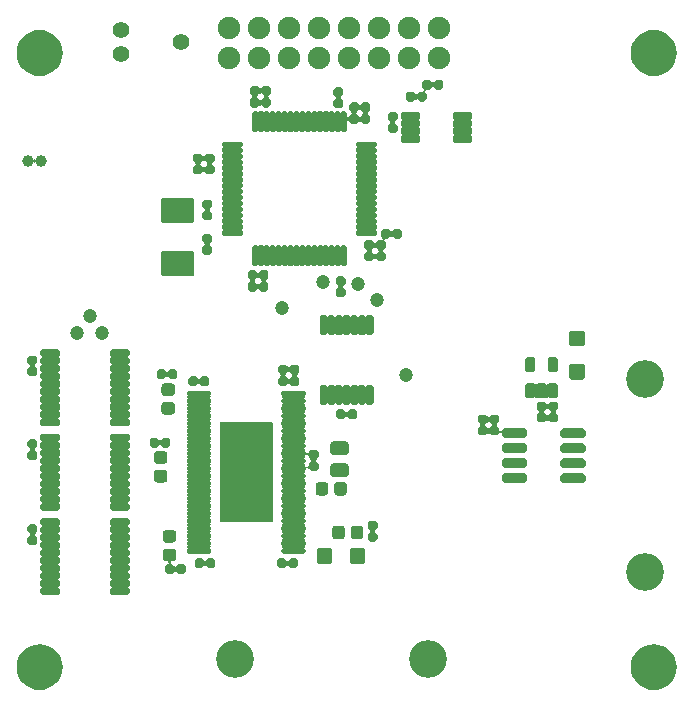
<source format=gbs>
G04 #@! TF.GenerationSoftware,KiCad,Pcbnew,5.99.0-unknown-dd374e12a~102~ubuntu20.04.1*
G04 #@! TF.CreationDate,2020-12-04T17:09:40-08:00*
G04 #@! TF.ProjectId,BLDC,424c4443-2e6b-4696-9361-645f70636258,rev?*
G04 #@! TF.SameCoordinates,Original*
G04 #@! TF.FileFunction,Soldermask,Bot*
G04 #@! TF.FilePolarity,Negative*
%FSLAX46Y46*%
G04 Gerber Fmt 4.6, Leading zero omitted, Abs format (unit mm)*
G04 Created by KiCad (PCBNEW 5.99.0-unknown-dd374e12a~102~ubuntu20.04.1) date 2020-12-04 17:09:40*
%MOMM*%
%LPD*%
G01*
G04 APERTURE LIST*
%ADD10C,3.200000*%
%ADD11C,1.400000*%
%ADD12C,1.200000*%
%ADD13O,1.900000X1.900000*%
%ADD14C,1.900000*%
%ADD15C,1.000000*%
G04 APERTURE END LIST*
G36*
X122880426Y-129087469D02*
G01*
X123246233Y-129198435D01*
X123583362Y-129378634D01*
X123878858Y-129621142D01*
X124121366Y-129916638D01*
X124301565Y-130253767D01*
X124412531Y-130619574D01*
X124450000Y-131000000D01*
X124412531Y-131380426D01*
X124301565Y-131746233D01*
X124121366Y-132083362D01*
X123878858Y-132378858D01*
X123583362Y-132621366D01*
X123246233Y-132801565D01*
X122880426Y-132912531D01*
X122500000Y-132950000D01*
X122119574Y-132912531D01*
X121753767Y-132801565D01*
X121416638Y-132621366D01*
X121121142Y-132378858D01*
X120878634Y-132083362D01*
X120698435Y-131746233D01*
X120587469Y-131380426D01*
X120550000Y-131000000D01*
X120587469Y-130619574D01*
X120698435Y-130253767D01*
X120878634Y-129916638D01*
X121121142Y-129621142D01*
X121416638Y-129378634D01*
X121753767Y-129198435D01*
X122119574Y-129087469D01*
X122500000Y-129050000D01*
X122880426Y-129087469D01*
G37*
G36*
X174880426Y-129087469D02*
G01*
X175246233Y-129198435D01*
X175583362Y-129378634D01*
X175878858Y-129621142D01*
X176121366Y-129916638D01*
X176301565Y-130253767D01*
X176412531Y-130619574D01*
X176450000Y-131000000D01*
X176412531Y-131380426D01*
X176301565Y-131746233D01*
X176121366Y-132083362D01*
X175878858Y-132378858D01*
X175583362Y-132621366D01*
X175246233Y-132801565D01*
X174880426Y-132912531D01*
X174500000Y-132950000D01*
X174119574Y-132912531D01*
X173753767Y-132801565D01*
X173416638Y-132621366D01*
X173121142Y-132378858D01*
X172878634Y-132083362D01*
X172698435Y-131746233D01*
X172587469Y-131380426D01*
X172550000Y-131000000D01*
X172587469Y-130619574D01*
X172698435Y-130253767D01*
X172878634Y-129916638D01*
X173121142Y-129621142D01*
X173416638Y-129378634D01*
X173753767Y-129198435D01*
X174119574Y-129087469D01*
X174500000Y-129050000D01*
X174880426Y-129087469D01*
G37*
G36*
X122880426Y-77087469D02*
G01*
X123246233Y-77198435D01*
X123583362Y-77378634D01*
X123878858Y-77621142D01*
X124121366Y-77916638D01*
X124301565Y-78253767D01*
X124412531Y-78619574D01*
X124450000Y-79000000D01*
X124412531Y-79380426D01*
X124301565Y-79746233D01*
X124121366Y-80083362D01*
X123878858Y-80378858D01*
X123583362Y-80621366D01*
X123246233Y-80801565D01*
X122880426Y-80912531D01*
X122500000Y-80950000D01*
X122119574Y-80912531D01*
X121753767Y-80801565D01*
X121416638Y-80621366D01*
X121121142Y-80378858D01*
X120878634Y-80083362D01*
X120698435Y-79746233D01*
X120587469Y-79380426D01*
X120550000Y-79000000D01*
X120587469Y-78619574D01*
X120698435Y-78253767D01*
X120878634Y-77916638D01*
X121121142Y-77621142D01*
X121416638Y-77378634D01*
X121753767Y-77198435D01*
X122119574Y-77087469D01*
X122500000Y-77050000D01*
X122880426Y-77087469D01*
G37*
G36*
X174880426Y-77087469D02*
G01*
X175246233Y-77198435D01*
X175583362Y-77378634D01*
X175878858Y-77621142D01*
X176121366Y-77916638D01*
X176301565Y-78253767D01*
X176412531Y-78619574D01*
X176450000Y-79000000D01*
X176412531Y-79380426D01*
X176301565Y-79746233D01*
X176121366Y-80083362D01*
X175878858Y-80378858D01*
X175583362Y-80621366D01*
X175246233Y-80801565D01*
X174880426Y-80912531D01*
X174500000Y-80950000D01*
X174119574Y-80912531D01*
X173753767Y-80801565D01*
X173416638Y-80621366D01*
X173121142Y-80378858D01*
X172878634Y-80083362D01*
X172698435Y-79746233D01*
X172587469Y-79380426D01*
X172550000Y-79000000D01*
X172587469Y-78619574D01*
X172698435Y-78253767D01*
X172878634Y-77916638D01*
X173121142Y-77621142D01*
X173416638Y-77378634D01*
X173753767Y-77198435D01*
X174119574Y-77087469D01*
X174500000Y-77050000D01*
X174880426Y-77087469D01*
G37*
G36*
X122880426Y-129087469D02*
G01*
X123246233Y-129198435D01*
X123583362Y-129378634D01*
X123878858Y-129621142D01*
X124121366Y-129916638D01*
X124301565Y-130253767D01*
X124412531Y-130619574D01*
X124450000Y-131000000D01*
X124412531Y-131380426D01*
X124301565Y-131746233D01*
X124121366Y-132083362D01*
X123878858Y-132378858D01*
X123583362Y-132621366D01*
X123246233Y-132801565D01*
X122880426Y-132912531D01*
X122500000Y-132950000D01*
X122119574Y-132912531D01*
X121753767Y-132801565D01*
X121416638Y-132621366D01*
X121121142Y-132378858D01*
X120878634Y-132083362D01*
X120698435Y-131746233D01*
X120587469Y-131380426D01*
X120550000Y-131000000D01*
X120587469Y-130619574D01*
X120698435Y-130253767D01*
X120878634Y-129916638D01*
X121121142Y-129621142D01*
X121416638Y-129378634D01*
X121753767Y-129198435D01*
X122119574Y-129087469D01*
X122500000Y-129050000D01*
X122880426Y-129087469D01*
G37*
G36*
X174880426Y-129087469D02*
G01*
X175246233Y-129198435D01*
X175583362Y-129378634D01*
X175878858Y-129621142D01*
X176121366Y-129916638D01*
X176301565Y-130253767D01*
X176412531Y-130619574D01*
X176450000Y-131000000D01*
X176412531Y-131380426D01*
X176301565Y-131746233D01*
X176121366Y-132083362D01*
X175878858Y-132378858D01*
X175583362Y-132621366D01*
X175246233Y-132801565D01*
X174880426Y-132912531D01*
X174500000Y-132950000D01*
X174119574Y-132912531D01*
X173753767Y-132801565D01*
X173416638Y-132621366D01*
X173121142Y-132378858D01*
X172878634Y-132083362D01*
X172698435Y-131746233D01*
X172587469Y-131380426D01*
X172550000Y-131000000D01*
X172587469Y-130619574D01*
X172698435Y-130253767D01*
X172878634Y-129916638D01*
X173121142Y-129621142D01*
X173416638Y-129378634D01*
X173753767Y-129198435D01*
X174119574Y-129087469D01*
X174500000Y-129050000D01*
X174880426Y-129087469D01*
G37*
G36*
X122880426Y-77087469D02*
G01*
X123246233Y-77198435D01*
X123583362Y-77378634D01*
X123878858Y-77621142D01*
X124121366Y-77916638D01*
X124301565Y-78253767D01*
X124412531Y-78619574D01*
X124450000Y-79000000D01*
X124412531Y-79380426D01*
X124301565Y-79746233D01*
X124121366Y-80083362D01*
X123878858Y-80378858D01*
X123583362Y-80621366D01*
X123246233Y-80801565D01*
X122880426Y-80912531D01*
X122500000Y-80950000D01*
X122119574Y-80912531D01*
X121753767Y-80801565D01*
X121416638Y-80621366D01*
X121121142Y-80378858D01*
X120878634Y-80083362D01*
X120698435Y-79746233D01*
X120587469Y-79380426D01*
X120550000Y-79000000D01*
X120587469Y-78619574D01*
X120698435Y-78253767D01*
X120878634Y-77916638D01*
X121121142Y-77621142D01*
X121416638Y-77378634D01*
X121753767Y-77198435D01*
X122119574Y-77087469D01*
X122500000Y-77050000D01*
X122880426Y-77087469D01*
G37*
G36*
X174880426Y-77087469D02*
G01*
X175246233Y-77198435D01*
X175583362Y-77378634D01*
X175878858Y-77621142D01*
X176121366Y-77916638D01*
X176301565Y-78253767D01*
X176412531Y-78619574D01*
X176450000Y-79000000D01*
X176412531Y-79380426D01*
X176301565Y-79746233D01*
X176121366Y-80083362D01*
X175878858Y-80378858D01*
X175583362Y-80621366D01*
X175246233Y-80801565D01*
X174880426Y-80912531D01*
X174500000Y-80950000D01*
X174119574Y-80912531D01*
X173753767Y-80801565D01*
X173416638Y-80621366D01*
X173121142Y-80378858D01*
X172878634Y-80083362D01*
X172698435Y-79746233D01*
X172587469Y-79380426D01*
X172550000Y-79000000D01*
X172587469Y-78619574D01*
X172698435Y-78253767D01*
X172878634Y-77916638D01*
X173121142Y-77621142D01*
X173416638Y-77378634D01*
X173753767Y-77198435D01*
X174119574Y-77087469D01*
X174500000Y-77050000D01*
X174880426Y-77087469D01*
G37*
G36*
G01*
X140500000Y-96925000D02*
X140500000Y-95425000D01*
G75*
G02*
X140625000Y-95300000I125000J0D01*
G01*
X140875000Y-95300000D01*
G75*
G02*
X141000000Y-95425000I0J-125000D01*
G01*
X141000000Y-96925000D01*
G75*
G02*
X140875000Y-97050000I-125000J0D01*
G01*
X140625000Y-97050000D01*
G75*
G02*
X140500000Y-96925000I0J125000D01*
G01*
G37*
G36*
G01*
X141000000Y-96925000D02*
X141000000Y-95425000D01*
G75*
G02*
X141125000Y-95300000I125000J0D01*
G01*
X141375000Y-95300000D01*
G75*
G02*
X141500000Y-95425000I0J-125000D01*
G01*
X141500000Y-96925000D01*
G75*
G02*
X141375000Y-97050000I-125000J0D01*
G01*
X141125000Y-97050000D01*
G75*
G02*
X141000000Y-96925000I0J125000D01*
G01*
G37*
G36*
G01*
X141500000Y-96925000D02*
X141500000Y-95425000D01*
G75*
G02*
X141625000Y-95300000I125000J0D01*
G01*
X141875000Y-95300000D01*
G75*
G02*
X142000000Y-95425000I0J-125000D01*
G01*
X142000000Y-96925000D01*
G75*
G02*
X141875000Y-97050000I-125000J0D01*
G01*
X141625000Y-97050000D01*
G75*
G02*
X141500000Y-96925000I0J125000D01*
G01*
G37*
G36*
G01*
X142000000Y-96925000D02*
X142000000Y-95425000D01*
G75*
G02*
X142125000Y-95300000I125000J0D01*
G01*
X142375000Y-95300000D01*
G75*
G02*
X142500000Y-95425000I0J-125000D01*
G01*
X142500000Y-96925000D01*
G75*
G02*
X142375000Y-97050000I-125000J0D01*
G01*
X142125000Y-97050000D01*
G75*
G02*
X142000000Y-96925000I0J125000D01*
G01*
G37*
G36*
G01*
X142500000Y-96925000D02*
X142500000Y-95425000D01*
G75*
G02*
X142625000Y-95300000I125000J0D01*
G01*
X142875000Y-95300000D01*
G75*
G02*
X143000000Y-95425000I0J-125000D01*
G01*
X143000000Y-96925000D01*
G75*
G02*
X142875000Y-97050000I-125000J0D01*
G01*
X142625000Y-97050000D01*
G75*
G02*
X142500000Y-96925000I0J125000D01*
G01*
G37*
G36*
G01*
X143000000Y-96925000D02*
X143000000Y-95425000D01*
G75*
G02*
X143125000Y-95300000I125000J0D01*
G01*
X143375000Y-95300000D01*
G75*
G02*
X143500000Y-95425000I0J-125000D01*
G01*
X143500000Y-96925000D01*
G75*
G02*
X143375000Y-97050000I-125000J0D01*
G01*
X143125000Y-97050000D01*
G75*
G02*
X143000000Y-96925000I0J125000D01*
G01*
G37*
G36*
G01*
X143500000Y-96925000D02*
X143500000Y-95425000D01*
G75*
G02*
X143625000Y-95300000I125000J0D01*
G01*
X143875000Y-95300000D01*
G75*
G02*
X144000000Y-95425000I0J-125000D01*
G01*
X144000000Y-96925000D01*
G75*
G02*
X143875000Y-97050000I-125000J0D01*
G01*
X143625000Y-97050000D01*
G75*
G02*
X143500000Y-96925000I0J125000D01*
G01*
G37*
G36*
G01*
X144000000Y-96925000D02*
X144000000Y-95425000D01*
G75*
G02*
X144125000Y-95300000I125000J0D01*
G01*
X144375000Y-95300000D01*
G75*
G02*
X144500000Y-95425000I0J-125000D01*
G01*
X144500000Y-96925000D01*
G75*
G02*
X144375000Y-97050000I-125000J0D01*
G01*
X144125000Y-97050000D01*
G75*
G02*
X144000000Y-96925000I0J125000D01*
G01*
G37*
G36*
G01*
X144500000Y-96925000D02*
X144500000Y-95425000D01*
G75*
G02*
X144625000Y-95300000I125000J0D01*
G01*
X144875000Y-95300000D01*
G75*
G02*
X145000000Y-95425000I0J-125000D01*
G01*
X145000000Y-96925000D01*
G75*
G02*
X144875000Y-97050000I-125000J0D01*
G01*
X144625000Y-97050000D01*
G75*
G02*
X144500000Y-96925000I0J125000D01*
G01*
G37*
G36*
G01*
X145000000Y-96925000D02*
X145000000Y-95425000D01*
G75*
G02*
X145125000Y-95300000I125000J0D01*
G01*
X145375000Y-95300000D01*
G75*
G02*
X145500000Y-95425000I0J-125000D01*
G01*
X145500000Y-96925000D01*
G75*
G02*
X145375000Y-97050000I-125000J0D01*
G01*
X145125000Y-97050000D01*
G75*
G02*
X145000000Y-96925000I0J125000D01*
G01*
G37*
G36*
G01*
X145500000Y-96925000D02*
X145500000Y-95425000D01*
G75*
G02*
X145625000Y-95300000I125000J0D01*
G01*
X145875000Y-95300000D01*
G75*
G02*
X146000000Y-95425000I0J-125000D01*
G01*
X146000000Y-96925000D01*
G75*
G02*
X145875000Y-97050000I-125000J0D01*
G01*
X145625000Y-97050000D01*
G75*
G02*
X145500000Y-96925000I0J125000D01*
G01*
G37*
G36*
G01*
X146000000Y-96925000D02*
X146000000Y-95425000D01*
G75*
G02*
X146125000Y-95300000I125000J0D01*
G01*
X146375000Y-95300000D01*
G75*
G02*
X146500000Y-95425000I0J-125000D01*
G01*
X146500000Y-96925000D01*
G75*
G02*
X146375000Y-97050000I-125000J0D01*
G01*
X146125000Y-97050000D01*
G75*
G02*
X146000000Y-96925000I0J125000D01*
G01*
G37*
G36*
G01*
X146500000Y-96925000D02*
X146500000Y-95425000D01*
G75*
G02*
X146625000Y-95300000I125000J0D01*
G01*
X146875000Y-95300000D01*
G75*
G02*
X147000000Y-95425000I0J-125000D01*
G01*
X147000000Y-96925000D01*
G75*
G02*
X146875000Y-97050000I-125000J0D01*
G01*
X146625000Y-97050000D01*
G75*
G02*
X146500000Y-96925000I0J125000D01*
G01*
G37*
G36*
G01*
X147000000Y-96925000D02*
X147000000Y-95425000D01*
G75*
G02*
X147125000Y-95300000I125000J0D01*
G01*
X147375000Y-95300000D01*
G75*
G02*
X147500000Y-95425000I0J-125000D01*
G01*
X147500000Y-96925000D01*
G75*
G02*
X147375000Y-97050000I-125000J0D01*
G01*
X147125000Y-97050000D01*
G75*
G02*
X147000000Y-96925000I0J125000D01*
G01*
G37*
G36*
G01*
X147500000Y-96925000D02*
X147500000Y-95425000D01*
G75*
G02*
X147625000Y-95300000I125000J0D01*
G01*
X147875000Y-95300000D01*
G75*
G02*
X148000000Y-95425000I0J-125000D01*
G01*
X148000000Y-96925000D01*
G75*
G02*
X147875000Y-97050000I-125000J0D01*
G01*
X147625000Y-97050000D01*
G75*
G02*
X147500000Y-96925000I0J125000D01*
G01*
G37*
G36*
G01*
X148000000Y-96925000D02*
X148000000Y-95425000D01*
G75*
G02*
X148125000Y-95300000I125000J0D01*
G01*
X148375000Y-95300000D01*
G75*
G02*
X148500000Y-95425000I0J-125000D01*
G01*
X148500000Y-96925000D01*
G75*
G02*
X148375000Y-97050000I-125000J0D01*
G01*
X148125000Y-97050000D01*
G75*
G02*
X148000000Y-96925000I0J125000D01*
G01*
G37*
G36*
G01*
X149300000Y-94375000D02*
X149300000Y-94125000D01*
G75*
G02*
X149425000Y-94000000I125000J0D01*
G01*
X150925000Y-94000000D01*
G75*
G02*
X151050000Y-94125000I0J-125000D01*
G01*
X151050000Y-94375000D01*
G75*
G02*
X150925000Y-94500000I-125000J0D01*
G01*
X149425000Y-94500000D01*
G75*
G02*
X149300000Y-94375000I0J125000D01*
G01*
G37*
G36*
G01*
X149300000Y-93875000D02*
X149300000Y-93625000D01*
G75*
G02*
X149425000Y-93500000I125000J0D01*
G01*
X150925000Y-93500000D01*
G75*
G02*
X151050000Y-93625000I0J-125000D01*
G01*
X151050000Y-93875000D01*
G75*
G02*
X150925000Y-94000000I-125000J0D01*
G01*
X149425000Y-94000000D01*
G75*
G02*
X149300000Y-93875000I0J125000D01*
G01*
G37*
G36*
G01*
X149300000Y-93375000D02*
X149300000Y-93125000D01*
G75*
G02*
X149425000Y-93000000I125000J0D01*
G01*
X150925000Y-93000000D01*
G75*
G02*
X151050000Y-93125000I0J-125000D01*
G01*
X151050000Y-93375000D01*
G75*
G02*
X150925000Y-93500000I-125000J0D01*
G01*
X149425000Y-93500000D01*
G75*
G02*
X149300000Y-93375000I0J125000D01*
G01*
G37*
G36*
G01*
X149300000Y-92875000D02*
X149300000Y-92625000D01*
G75*
G02*
X149425000Y-92500000I125000J0D01*
G01*
X150925000Y-92500000D01*
G75*
G02*
X151050000Y-92625000I0J-125000D01*
G01*
X151050000Y-92875000D01*
G75*
G02*
X150925000Y-93000000I-125000J0D01*
G01*
X149425000Y-93000000D01*
G75*
G02*
X149300000Y-92875000I0J125000D01*
G01*
G37*
G36*
G01*
X149300000Y-92375000D02*
X149300000Y-92125000D01*
G75*
G02*
X149425000Y-92000000I125000J0D01*
G01*
X150925000Y-92000000D01*
G75*
G02*
X151050000Y-92125000I0J-125000D01*
G01*
X151050000Y-92375000D01*
G75*
G02*
X150925000Y-92500000I-125000J0D01*
G01*
X149425000Y-92500000D01*
G75*
G02*
X149300000Y-92375000I0J125000D01*
G01*
G37*
G36*
G01*
X149300000Y-91875000D02*
X149300000Y-91625000D01*
G75*
G02*
X149425000Y-91500000I125000J0D01*
G01*
X150925000Y-91500000D01*
G75*
G02*
X151050000Y-91625000I0J-125000D01*
G01*
X151050000Y-91875000D01*
G75*
G02*
X150925000Y-92000000I-125000J0D01*
G01*
X149425000Y-92000000D01*
G75*
G02*
X149300000Y-91875000I0J125000D01*
G01*
G37*
G36*
G01*
X149300000Y-91375000D02*
X149300000Y-91125000D01*
G75*
G02*
X149425000Y-91000000I125000J0D01*
G01*
X150925000Y-91000000D01*
G75*
G02*
X151050000Y-91125000I0J-125000D01*
G01*
X151050000Y-91375000D01*
G75*
G02*
X150925000Y-91500000I-125000J0D01*
G01*
X149425000Y-91500000D01*
G75*
G02*
X149300000Y-91375000I0J125000D01*
G01*
G37*
G36*
G01*
X149300000Y-90875000D02*
X149300000Y-90625000D01*
G75*
G02*
X149425000Y-90500000I125000J0D01*
G01*
X150925000Y-90500000D01*
G75*
G02*
X151050000Y-90625000I0J-125000D01*
G01*
X151050000Y-90875000D01*
G75*
G02*
X150925000Y-91000000I-125000J0D01*
G01*
X149425000Y-91000000D01*
G75*
G02*
X149300000Y-90875000I0J125000D01*
G01*
G37*
G36*
G01*
X149300000Y-90375000D02*
X149300000Y-90125000D01*
G75*
G02*
X149425000Y-90000000I125000J0D01*
G01*
X150925000Y-90000000D01*
G75*
G02*
X151050000Y-90125000I0J-125000D01*
G01*
X151050000Y-90375000D01*
G75*
G02*
X150925000Y-90500000I-125000J0D01*
G01*
X149425000Y-90500000D01*
G75*
G02*
X149300000Y-90375000I0J125000D01*
G01*
G37*
G36*
G01*
X149300000Y-89875000D02*
X149300000Y-89625000D01*
G75*
G02*
X149425000Y-89500000I125000J0D01*
G01*
X150925000Y-89500000D01*
G75*
G02*
X151050000Y-89625000I0J-125000D01*
G01*
X151050000Y-89875000D01*
G75*
G02*
X150925000Y-90000000I-125000J0D01*
G01*
X149425000Y-90000000D01*
G75*
G02*
X149300000Y-89875000I0J125000D01*
G01*
G37*
G36*
G01*
X149300000Y-89375000D02*
X149300000Y-89125000D01*
G75*
G02*
X149425000Y-89000000I125000J0D01*
G01*
X150925000Y-89000000D01*
G75*
G02*
X151050000Y-89125000I0J-125000D01*
G01*
X151050000Y-89375000D01*
G75*
G02*
X150925000Y-89500000I-125000J0D01*
G01*
X149425000Y-89500000D01*
G75*
G02*
X149300000Y-89375000I0J125000D01*
G01*
G37*
G36*
G01*
X149300000Y-88875000D02*
X149300000Y-88625000D01*
G75*
G02*
X149425000Y-88500000I125000J0D01*
G01*
X150925000Y-88500000D01*
G75*
G02*
X151050000Y-88625000I0J-125000D01*
G01*
X151050000Y-88875000D01*
G75*
G02*
X150925000Y-89000000I-125000J0D01*
G01*
X149425000Y-89000000D01*
G75*
G02*
X149300000Y-88875000I0J125000D01*
G01*
G37*
G36*
G01*
X149300000Y-88375000D02*
X149300000Y-88125000D01*
G75*
G02*
X149425000Y-88000000I125000J0D01*
G01*
X150925000Y-88000000D01*
G75*
G02*
X151050000Y-88125000I0J-125000D01*
G01*
X151050000Y-88375000D01*
G75*
G02*
X150925000Y-88500000I-125000J0D01*
G01*
X149425000Y-88500000D01*
G75*
G02*
X149300000Y-88375000I0J125000D01*
G01*
G37*
G36*
G01*
X149300000Y-87875000D02*
X149300000Y-87625000D01*
G75*
G02*
X149425000Y-87500000I125000J0D01*
G01*
X150925000Y-87500000D01*
G75*
G02*
X151050000Y-87625000I0J-125000D01*
G01*
X151050000Y-87875000D01*
G75*
G02*
X150925000Y-88000000I-125000J0D01*
G01*
X149425000Y-88000000D01*
G75*
G02*
X149300000Y-87875000I0J125000D01*
G01*
G37*
G36*
G01*
X149300000Y-87375000D02*
X149300000Y-87125000D01*
G75*
G02*
X149425000Y-87000000I125000J0D01*
G01*
X150925000Y-87000000D01*
G75*
G02*
X151050000Y-87125000I0J-125000D01*
G01*
X151050000Y-87375000D01*
G75*
G02*
X150925000Y-87500000I-125000J0D01*
G01*
X149425000Y-87500000D01*
G75*
G02*
X149300000Y-87375000I0J125000D01*
G01*
G37*
G36*
G01*
X149300000Y-86875000D02*
X149300000Y-86625000D01*
G75*
G02*
X149425000Y-86500000I125000J0D01*
G01*
X150925000Y-86500000D01*
G75*
G02*
X151050000Y-86625000I0J-125000D01*
G01*
X151050000Y-86875000D01*
G75*
G02*
X150925000Y-87000000I-125000J0D01*
G01*
X149425000Y-87000000D01*
G75*
G02*
X149300000Y-86875000I0J125000D01*
G01*
G37*
G36*
G01*
X148000000Y-85575000D02*
X148000000Y-84075000D01*
G75*
G02*
X148125000Y-83950000I125000J0D01*
G01*
X148375000Y-83950000D01*
G75*
G02*
X148500000Y-84075000I0J-125000D01*
G01*
X148500000Y-85575000D01*
G75*
G02*
X148375000Y-85700000I-125000J0D01*
G01*
X148125000Y-85700000D01*
G75*
G02*
X148000000Y-85575000I0J125000D01*
G01*
G37*
G36*
G01*
X147500000Y-85575000D02*
X147500000Y-84075000D01*
G75*
G02*
X147625000Y-83950000I125000J0D01*
G01*
X147875000Y-83950000D01*
G75*
G02*
X148000000Y-84075000I0J-125000D01*
G01*
X148000000Y-85575000D01*
G75*
G02*
X147875000Y-85700000I-125000J0D01*
G01*
X147625000Y-85700000D01*
G75*
G02*
X147500000Y-85575000I0J125000D01*
G01*
G37*
G36*
G01*
X147000000Y-85575000D02*
X147000000Y-84075000D01*
G75*
G02*
X147125000Y-83950000I125000J0D01*
G01*
X147375000Y-83950000D01*
G75*
G02*
X147500000Y-84075000I0J-125000D01*
G01*
X147500000Y-85575000D01*
G75*
G02*
X147375000Y-85700000I-125000J0D01*
G01*
X147125000Y-85700000D01*
G75*
G02*
X147000000Y-85575000I0J125000D01*
G01*
G37*
G36*
G01*
X146500000Y-85575000D02*
X146500000Y-84075000D01*
G75*
G02*
X146625000Y-83950000I125000J0D01*
G01*
X146875000Y-83950000D01*
G75*
G02*
X147000000Y-84075000I0J-125000D01*
G01*
X147000000Y-85575000D01*
G75*
G02*
X146875000Y-85700000I-125000J0D01*
G01*
X146625000Y-85700000D01*
G75*
G02*
X146500000Y-85575000I0J125000D01*
G01*
G37*
G36*
G01*
X146000000Y-85575000D02*
X146000000Y-84075000D01*
G75*
G02*
X146125000Y-83950000I125000J0D01*
G01*
X146375000Y-83950000D01*
G75*
G02*
X146500000Y-84075000I0J-125000D01*
G01*
X146500000Y-85575000D01*
G75*
G02*
X146375000Y-85700000I-125000J0D01*
G01*
X146125000Y-85700000D01*
G75*
G02*
X146000000Y-85575000I0J125000D01*
G01*
G37*
G36*
G01*
X145500000Y-85575000D02*
X145500000Y-84075000D01*
G75*
G02*
X145625000Y-83950000I125000J0D01*
G01*
X145875000Y-83950000D01*
G75*
G02*
X146000000Y-84075000I0J-125000D01*
G01*
X146000000Y-85575000D01*
G75*
G02*
X145875000Y-85700000I-125000J0D01*
G01*
X145625000Y-85700000D01*
G75*
G02*
X145500000Y-85575000I0J125000D01*
G01*
G37*
G36*
G01*
X145000000Y-85575000D02*
X145000000Y-84075000D01*
G75*
G02*
X145125000Y-83950000I125000J0D01*
G01*
X145375000Y-83950000D01*
G75*
G02*
X145500000Y-84075000I0J-125000D01*
G01*
X145500000Y-85575000D01*
G75*
G02*
X145375000Y-85700000I-125000J0D01*
G01*
X145125000Y-85700000D01*
G75*
G02*
X145000000Y-85575000I0J125000D01*
G01*
G37*
G36*
G01*
X144500000Y-85575000D02*
X144500000Y-84075000D01*
G75*
G02*
X144625000Y-83950000I125000J0D01*
G01*
X144875000Y-83950000D01*
G75*
G02*
X145000000Y-84075000I0J-125000D01*
G01*
X145000000Y-85575000D01*
G75*
G02*
X144875000Y-85700000I-125000J0D01*
G01*
X144625000Y-85700000D01*
G75*
G02*
X144500000Y-85575000I0J125000D01*
G01*
G37*
G36*
G01*
X144000000Y-85575000D02*
X144000000Y-84075000D01*
G75*
G02*
X144125000Y-83950000I125000J0D01*
G01*
X144375000Y-83950000D01*
G75*
G02*
X144500000Y-84075000I0J-125000D01*
G01*
X144500000Y-85575000D01*
G75*
G02*
X144375000Y-85700000I-125000J0D01*
G01*
X144125000Y-85700000D01*
G75*
G02*
X144000000Y-85575000I0J125000D01*
G01*
G37*
G36*
G01*
X143500000Y-85575000D02*
X143500000Y-84075000D01*
G75*
G02*
X143625000Y-83950000I125000J0D01*
G01*
X143875000Y-83950000D01*
G75*
G02*
X144000000Y-84075000I0J-125000D01*
G01*
X144000000Y-85575000D01*
G75*
G02*
X143875000Y-85700000I-125000J0D01*
G01*
X143625000Y-85700000D01*
G75*
G02*
X143500000Y-85575000I0J125000D01*
G01*
G37*
G36*
G01*
X143000000Y-85575000D02*
X143000000Y-84075000D01*
G75*
G02*
X143125000Y-83950000I125000J0D01*
G01*
X143375000Y-83950000D01*
G75*
G02*
X143500000Y-84075000I0J-125000D01*
G01*
X143500000Y-85575000D01*
G75*
G02*
X143375000Y-85700000I-125000J0D01*
G01*
X143125000Y-85700000D01*
G75*
G02*
X143000000Y-85575000I0J125000D01*
G01*
G37*
G36*
G01*
X142500000Y-85575000D02*
X142500000Y-84075000D01*
G75*
G02*
X142625000Y-83950000I125000J0D01*
G01*
X142875000Y-83950000D01*
G75*
G02*
X143000000Y-84075000I0J-125000D01*
G01*
X143000000Y-85575000D01*
G75*
G02*
X142875000Y-85700000I-125000J0D01*
G01*
X142625000Y-85700000D01*
G75*
G02*
X142500000Y-85575000I0J125000D01*
G01*
G37*
G36*
G01*
X142000000Y-85575000D02*
X142000000Y-84075000D01*
G75*
G02*
X142125000Y-83950000I125000J0D01*
G01*
X142375000Y-83950000D01*
G75*
G02*
X142500000Y-84075000I0J-125000D01*
G01*
X142500000Y-85575000D01*
G75*
G02*
X142375000Y-85700000I-125000J0D01*
G01*
X142125000Y-85700000D01*
G75*
G02*
X142000000Y-85575000I0J125000D01*
G01*
G37*
G36*
G01*
X141500000Y-85575000D02*
X141500000Y-84075000D01*
G75*
G02*
X141625000Y-83950000I125000J0D01*
G01*
X141875000Y-83950000D01*
G75*
G02*
X142000000Y-84075000I0J-125000D01*
G01*
X142000000Y-85575000D01*
G75*
G02*
X141875000Y-85700000I-125000J0D01*
G01*
X141625000Y-85700000D01*
G75*
G02*
X141500000Y-85575000I0J125000D01*
G01*
G37*
G36*
G01*
X141000000Y-85575000D02*
X141000000Y-84075000D01*
G75*
G02*
X141125000Y-83950000I125000J0D01*
G01*
X141375000Y-83950000D01*
G75*
G02*
X141500000Y-84075000I0J-125000D01*
G01*
X141500000Y-85575000D01*
G75*
G02*
X141375000Y-85700000I-125000J0D01*
G01*
X141125000Y-85700000D01*
G75*
G02*
X141000000Y-85575000I0J125000D01*
G01*
G37*
G36*
G01*
X140500000Y-85575000D02*
X140500000Y-84075000D01*
G75*
G02*
X140625000Y-83950000I125000J0D01*
G01*
X140875000Y-83950000D01*
G75*
G02*
X141000000Y-84075000I0J-125000D01*
G01*
X141000000Y-85575000D01*
G75*
G02*
X140875000Y-85700000I-125000J0D01*
G01*
X140625000Y-85700000D01*
G75*
G02*
X140500000Y-85575000I0J125000D01*
G01*
G37*
G36*
G01*
X137950000Y-86875000D02*
X137950000Y-86625000D01*
G75*
G02*
X138075000Y-86500000I125000J0D01*
G01*
X139575000Y-86500000D01*
G75*
G02*
X139700000Y-86625000I0J-125000D01*
G01*
X139700000Y-86875000D01*
G75*
G02*
X139575000Y-87000000I-125000J0D01*
G01*
X138075000Y-87000000D01*
G75*
G02*
X137950000Y-86875000I0J125000D01*
G01*
G37*
G36*
G01*
X137950000Y-87375000D02*
X137950000Y-87125000D01*
G75*
G02*
X138075000Y-87000000I125000J0D01*
G01*
X139575000Y-87000000D01*
G75*
G02*
X139700000Y-87125000I0J-125000D01*
G01*
X139700000Y-87375000D01*
G75*
G02*
X139575000Y-87500000I-125000J0D01*
G01*
X138075000Y-87500000D01*
G75*
G02*
X137950000Y-87375000I0J125000D01*
G01*
G37*
G36*
G01*
X137950000Y-87875000D02*
X137950000Y-87625000D01*
G75*
G02*
X138075000Y-87500000I125000J0D01*
G01*
X139575000Y-87500000D01*
G75*
G02*
X139700000Y-87625000I0J-125000D01*
G01*
X139700000Y-87875000D01*
G75*
G02*
X139575000Y-88000000I-125000J0D01*
G01*
X138075000Y-88000000D01*
G75*
G02*
X137950000Y-87875000I0J125000D01*
G01*
G37*
G36*
G01*
X137950000Y-88375000D02*
X137950000Y-88125000D01*
G75*
G02*
X138075000Y-88000000I125000J0D01*
G01*
X139575000Y-88000000D01*
G75*
G02*
X139700000Y-88125000I0J-125000D01*
G01*
X139700000Y-88375000D01*
G75*
G02*
X139575000Y-88500000I-125000J0D01*
G01*
X138075000Y-88500000D01*
G75*
G02*
X137950000Y-88375000I0J125000D01*
G01*
G37*
G36*
G01*
X137950000Y-88875000D02*
X137950000Y-88625000D01*
G75*
G02*
X138075000Y-88500000I125000J0D01*
G01*
X139575000Y-88500000D01*
G75*
G02*
X139700000Y-88625000I0J-125000D01*
G01*
X139700000Y-88875000D01*
G75*
G02*
X139575000Y-89000000I-125000J0D01*
G01*
X138075000Y-89000000D01*
G75*
G02*
X137950000Y-88875000I0J125000D01*
G01*
G37*
G36*
G01*
X137950000Y-89375000D02*
X137950000Y-89125000D01*
G75*
G02*
X138075000Y-89000000I125000J0D01*
G01*
X139575000Y-89000000D01*
G75*
G02*
X139700000Y-89125000I0J-125000D01*
G01*
X139700000Y-89375000D01*
G75*
G02*
X139575000Y-89500000I-125000J0D01*
G01*
X138075000Y-89500000D01*
G75*
G02*
X137950000Y-89375000I0J125000D01*
G01*
G37*
G36*
G01*
X137950000Y-89875000D02*
X137950000Y-89625000D01*
G75*
G02*
X138075000Y-89500000I125000J0D01*
G01*
X139575000Y-89500000D01*
G75*
G02*
X139700000Y-89625000I0J-125000D01*
G01*
X139700000Y-89875000D01*
G75*
G02*
X139575000Y-90000000I-125000J0D01*
G01*
X138075000Y-90000000D01*
G75*
G02*
X137950000Y-89875000I0J125000D01*
G01*
G37*
G36*
G01*
X137950000Y-90375000D02*
X137950000Y-90125000D01*
G75*
G02*
X138075000Y-90000000I125000J0D01*
G01*
X139575000Y-90000000D01*
G75*
G02*
X139700000Y-90125000I0J-125000D01*
G01*
X139700000Y-90375000D01*
G75*
G02*
X139575000Y-90500000I-125000J0D01*
G01*
X138075000Y-90500000D01*
G75*
G02*
X137950000Y-90375000I0J125000D01*
G01*
G37*
G36*
G01*
X137950000Y-90875000D02*
X137950000Y-90625000D01*
G75*
G02*
X138075000Y-90500000I125000J0D01*
G01*
X139575000Y-90500000D01*
G75*
G02*
X139700000Y-90625000I0J-125000D01*
G01*
X139700000Y-90875000D01*
G75*
G02*
X139575000Y-91000000I-125000J0D01*
G01*
X138075000Y-91000000D01*
G75*
G02*
X137950000Y-90875000I0J125000D01*
G01*
G37*
G36*
G01*
X137950000Y-91375000D02*
X137950000Y-91125000D01*
G75*
G02*
X138075000Y-91000000I125000J0D01*
G01*
X139575000Y-91000000D01*
G75*
G02*
X139700000Y-91125000I0J-125000D01*
G01*
X139700000Y-91375000D01*
G75*
G02*
X139575000Y-91500000I-125000J0D01*
G01*
X138075000Y-91500000D01*
G75*
G02*
X137950000Y-91375000I0J125000D01*
G01*
G37*
G36*
G01*
X137950000Y-91875000D02*
X137950000Y-91625000D01*
G75*
G02*
X138075000Y-91500000I125000J0D01*
G01*
X139575000Y-91500000D01*
G75*
G02*
X139700000Y-91625000I0J-125000D01*
G01*
X139700000Y-91875000D01*
G75*
G02*
X139575000Y-92000000I-125000J0D01*
G01*
X138075000Y-92000000D01*
G75*
G02*
X137950000Y-91875000I0J125000D01*
G01*
G37*
G36*
G01*
X137950000Y-92375000D02*
X137950000Y-92125000D01*
G75*
G02*
X138075000Y-92000000I125000J0D01*
G01*
X139575000Y-92000000D01*
G75*
G02*
X139700000Y-92125000I0J-125000D01*
G01*
X139700000Y-92375000D01*
G75*
G02*
X139575000Y-92500000I-125000J0D01*
G01*
X138075000Y-92500000D01*
G75*
G02*
X137950000Y-92375000I0J125000D01*
G01*
G37*
G36*
G01*
X137950000Y-92875000D02*
X137950000Y-92625000D01*
G75*
G02*
X138075000Y-92500000I125000J0D01*
G01*
X139575000Y-92500000D01*
G75*
G02*
X139700000Y-92625000I0J-125000D01*
G01*
X139700000Y-92875000D01*
G75*
G02*
X139575000Y-93000000I-125000J0D01*
G01*
X138075000Y-93000000D01*
G75*
G02*
X137950000Y-92875000I0J125000D01*
G01*
G37*
G36*
G01*
X137950000Y-93375000D02*
X137950000Y-93125000D01*
G75*
G02*
X138075000Y-93000000I125000J0D01*
G01*
X139575000Y-93000000D01*
G75*
G02*
X139700000Y-93125000I0J-125000D01*
G01*
X139700000Y-93375000D01*
G75*
G02*
X139575000Y-93500000I-125000J0D01*
G01*
X138075000Y-93500000D01*
G75*
G02*
X137950000Y-93375000I0J125000D01*
G01*
G37*
G36*
G01*
X137950000Y-93875000D02*
X137950000Y-93625000D01*
G75*
G02*
X138075000Y-93500000I125000J0D01*
G01*
X139575000Y-93500000D01*
G75*
G02*
X139700000Y-93625000I0J-125000D01*
G01*
X139700000Y-93875000D01*
G75*
G02*
X139575000Y-94000000I-125000J0D01*
G01*
X138075000Y-94000000D01*
G75*
G02*
X137950000Y-93875000I0J125000D01*
G01*
G37*
G36*
G01*
X137950000Y-94375000D02*
X137950000Y-94125000D01*
G75*
G02*
X138075000Y-94000000I125000J0D01*
G01*
X139575000Y-94000000D01*
G75*
G02*
X139700000Y-94125000I0J-125000D01*
G01*
X139700000Y-94375000D01*
G75*
G02*
X139575000Y-94500000I-125000J0D01*
G01*
X138075000Y-94500000D01*
G75*
G02*
X137950000Y-94375000I0J125000D01*
G01*
G37*
G36*
G01*
X147393750Y-111875000D02*
X148406250Y-111875000D01*
G75*
G02*
X148700000Y-112168750I0J-293750D01*
G01*
X148700000Y-112756250D01*
G75*
G02*
X148406250Y-113050000I-293750J0D01*
G01*
X147393750Y-113050000D01*
G75*
G02*
X147100000Y-112756250I0J293750D01*
G01*
X147100000Y-112168750D01*
G75*
G02*
X147393750Y-111875000I293750J0D01*
G01*
G37*
G36*
G01*
X147393750Y-113750000D02*
X148406250Y-113750000D01*
G75*
G02*
X148700000Y-114043750I0J-293750D01*
G01*
X148700000Y-114631250D01*
G75*
G02*
X148406250Y-114925000I-293750J0D01*
G01*
X147393750Y-114925000D01*
G75*
G02*
X147100000Y-114631250I0J293750D01*
G01*
X147100000Y-114043750D01*
G75*
G02*
X147393750Y-113750000I293750J0D01*
G01*
G37*
G36*
G01*
X164777500Y-108520000D02*
X165222500Y-108520000D01*
G75*
G02*
X165420000Y-108717500I0J-197500D01*
G01*
X165420000Y-109112500D01*
G75*
G02*
X165222500Y-109310000I-197500J0D01*
G01*
X164777500Y-109310000D01*
G75*
G02*
X164580000Y-109112500I0J197500D01*
G01*
X164580000Y-108717500D01*
G75*
G02*
X164777500Y-108520000I197500J0D01*
G01*
G37*
G36*
G01*
X164777500Y-109490000D02*
X165222500Y-109490000D01*
G75*
G02*
X165420000Y-109687500I0J-197500D01*
G01*
X165420000Y-110082500D01*
G75*
G02*
X165222500Y-110280000I-197500J0D01*
G01*
X164777500Y-110280000D01*
G75*
G02*
X164580000Y-110082500I0J197500D01*
G01*
X164580000Y-109687500D01*
G75*
G02*
X164777500Y-109490000I197500J0D01*
G01*
G37*
G36*
G01*
X166222500Y-110280000D02*
X165777500Y-110280000D01*
G75*
G02*
X165580000Y-110082500I0J197500D01*
G01*
X165580000Y-109687500D01*
G75*
G02*
X165777500Y-109490000I197500J0D01*
G01*
X166222500Y-109490000D01*
G75*
G02*
X166420000Y-109687500I0J-197500D01*
G01*
X166420000Y-110082500D01*
G75*
G02*
X166222500Y-110280000I-197500J0D01*
G01*
G37*
G36*
G01*
X166222500Y-109310000D02*
X165777500Y-109310000D01*
G75*
G02*
X165580000Y-109112500I0J197500D01*
G01*
X165580000Y-108717500D01*
G75*
G02*
X165777500Y-108520000I197500J0D01*
G01*
X166222500Y-108520000D01*
G75*
G02*
X166420000Y-108717500I0J-197500D01*
G01*
X166420000Y-109112500D01*
G75*
G02*
X166222500Y-109310000I-197500J0D01*
G01*
G37*
G36*
G01*
X155280000Y-82477500D02*
X155280000Y-82922500D01*
G75*
G02*
X155082500Y-83120000I-197500J0D01*
G01*
X154687500Y-83120000D01*
G75*
G02*
X154490000Y-82922500I0J197500D01*
G01*
X154490000Y-82477500D01*
G75*
G02*
X154687500Y-82280000I197500J0D01*
G01*
X155082500Y-82280000D01*
G75*
G02*
X155280000Y-82477500I0J-197500D01*
G01*
G37*
G36*
G01*
X154310000Y-82477500D02*
X154310000Y-82922500D01*
G75*
G02*
X154112500Y-83120000I-197500J0D01*
G01*
X153717500Y-83120000D01*
G75*
G02*
X153520000Y-82922500I0J197500D01*
G01*
X153520000Y-82477500D01*
G75*
G02*
X153717500Y-82280000I197500J0D01*
G01*
X154112500Y-82280000D01*
G75*
G02*
X154310000Y-82477500I0J-197500D01*
G01*
G37*
G36*
G01*
X154920000Y-81922500D02*
X154920000Y-81477500D01*
G75*
G02*
X155117500Y-81280000I197500J0D01*
G01*
X155512500Y-81280000D01*
G75*
G02*
X155710000Y-81477500I0J-197500D01*
G01*
X155710000Y-81922500D01*
G75*
G02*
X155512500Y-82120000I-197500J0D01*
G01*
X155117500Y-82120000D01*
G75*
G02*
X154920000Y-81922500I0J197500D01*
G01*
G37*
G36*
G01*
X155890000Y-81922500D02*
X155890000Y-81477500D01*
G75*
G02*
X156087500Y-81280000I197500J0D01*
G01*
X156482500Y-81280000D01*
G75*
G02*
X156680000Y-81477500I0J-197500D01*
G01*
X156680000Y-81922500D01*
G75*
G02*
X156482500Y-82120000I-197500J0D01*
G01*
X156087500Y-82120000D01*
G75*
G02*
X155890000Y-81922500I0J197500D01*
G01*
G37*
G36*
G01*
X150922500Y-120380000D02*
X150477500Y-120380000D01*
G75*
G02*
X150280000Y-120182500I0J197500D01*
G01*
X150280000Y-119787500D01*
G75*
G02*
X150477500Y-119590000I197500J0D01*
G01*
X150922500Y-119590000D01*
G75*
G02*
X151120000Y-119787500I0J-197500D01*
G01*
X151120000Y-120182500D01*
G75*
G02*
X150922500Y-120380000I-197500J0D01*
G01*
G37*
G36*
G01*
X150922500Y-119410000D02*
X150477500Y-119410000D01*
G75*
G02*
X150280000Y-119212500I0J197500D01*
G01*
X150280000Y-118817500D01*
G75*
G02*
X150477500Y-118620000I197500J0D01*
G01*
X150922500Y-118620000D01*
G75*
G02*
X151120000Y-118817500I0J-197500D01*
G01*
X151120000Y-119212500D01*
G75*
G02*
X150922500Y-119410000I-197500J0D01*
G01*
G37*
G36*
G01*
X148222500Y-99680000D02*
X147777500Y-99680000D01*
G75*
G02*
X147580000Y-99482500I0J197500D01*
G01*
X147580000Y-99087500D01*
G75*
G02*
X147777500Y-98890000I197500J0D01*
G01*
X148222500Y-98890000D01*
G75*
G02*
X148420000Y-99087500I0J-197500D01*
G01*
X148420000Y-99482500D01*
G75*
G02*
X148222500Y-99680000I-197500J0D01*
G01*
G37*
G36*
G01*
X148222500Y-98710000D02*
X147777500Y-98710000D01*
G75*
G02*
X147580000Y-98512500I0J197500D01*
G01*
X147580000Y-98117500D01*
G75*
G02*
X147777500Y-97920000I197500J0D01*
G01*
X148222500Y-97920000D01*
G75*
G02*
X148420000Y-98117500I0J-197500D01*
G01*
X148420000Y-98512500D01*
G75*
G02*
X148222500Y-98710000I-197500J0D01*
G01*
G37*
G36*
G01*
X148590000Y-109822500D02*
X148590000Y-109377500D01*
G75*
G02*
X148787500Y-109180000I197500J0D01*
G01*
X149182500Y-109180000D01*
G75*
G02*
X149380000Y-109377500I0J-197500D01*
G01*
X149380000Y-109822500D01*
G75*
G02*
X149182500Y-110020000I-197500J0D01*
G01*
X148787500Y-110020000D01*
G75*
G02*
X148590000Y-109822500I0J197500D01*
G01*
G37*
G36*
G01*
X147620000Y-109822500D02*
X147620000Y-109377500D01*
G75*
G02*
X147817500Y-109180000I197500J0D01*
G01*
X148212500Y-109180000D01*
G75*
G02*
X148410000Y-109377500I0J-197500D01*
G01*
X148410000Y-109822500D01*
G75*
G02*
X148212500Y-110020000I-197500J0D01*
G01*
X147817500Y-110020000D01*
G75*
G02*
X147620000Y-109822500I0J197500D01*
G01*
G37*
G36*
G01*
X136130000Y-88310000D02*
X135685000Y-88310000D01*
G75*
G02*
X135487500Y-88112500I0J197500D01*
G01*
X135487500Y-87717500D01*
G75*
G02*
X135685000Y-87520000I197500J0D01*
G01*
X136130000Y-87520000D01*
G75*
G02*
X136327500Y-87717500I0J-197500D01*
G01*
X136327500Y-88112500D01*
G75*
G02*
X136130000Y-88310000I-197500J0D01*
G01*
G37*
G36*
G01*
X136130000Y-89280000D02*
X135685000Y-89280000D01*
G75*
G02*
X135487500Y-89082500I0J197500D01*
G01*
X135487500Y-88687500D01*
G75*
G02*
X135685000Y-88490000I197500J0D01*
G01*
X136130000Y-88490000D01*
G75*
G02*
X136327500Y-88687500I0J-197500D01*
G01*
X136327500Y-89082500D01*
G75*
G02*
X136130000Y-89280000I-197500J0D01*
G01*
G37*
G36*
G01*
X149525000Y-83377500D02*
X149525000Y-83822500D01*
G75*
G02*
X149327500Y-84020000I-197500J0D01*
G01*
X148932500Y-84020000D01*
G75*
G02*
X148735000Y-83822500I0J197500D01*
G01*
X148735000Y-83377500D01*
G75*
G02*
X148932500Y-83180000I197500J0D01*
G01*
X149327500Y-83180000D01*
G75*
G02*
X149525000Y-83377500I0J-197500D01*
G01*
G37*
G36*
G01*
X150495000Y-83377500D02*
X150495000Y-83822500D01*
G75*
G02*
X150297500Y-84020000I-197500J0D01*
G01*
X149902500Y-84020000D01*
G75*
G02*
X149705000Y-83822500I0J197500D01*
G01*
X149705000Y-83377500D01*
G75*
G02*
X149902500Y-83180000I197500J0D01*
G01*
X150297500Y-83180000D01*
G75*
G02*
X150495000Y-83377500I0J-197500D01*
G01*
G37*
G36*
G01*
X143690000Y-107022500D02*
X143690000Y-106577500D01*
G75*
G02*
X143887500Y-106380000I197500J0D01*
G01*
X144282500Y-106380000D01*
G75*
G02*
X144480000Y-106577500I0J-197500D01*
G01*
X144480000Y-107022500D01*
G75*
G02*
X144282500Y-107220000I-197500J0D01*
G01*
X143887500Y-107220000D01*
G75*
G02*
X143690000Y-107022500I0J197500D01*
G01*
G37*
G36*
G01*
X142720000Y-107022500D02*
X142720000Y-106577500D01*
G75*
G02*
X142917500Y-106380000I197500J0D01*
G01*
X143312500Y-106380000D01*
G75*
G02*
X143510000Y-106577500I0J-197500D01*
G01*
X143510000Y-107022500D01*
G75*
G02*
X143312500Y-107220000I-197500J0D01*
G01*
X142917500Y-107220000D01*
G75*
G02*
X142720000Y-107022500I0J197500D01*
G01*
G37*
G36*
G01*
X142620000Y-122422500D02*
X142620000Y-121977500D01*
G75*
G02*
X142817500Y-121780000I197500J0D01*
G01*
X143212500Y-121780000D01*
G75*
G02*
X143410000Y-121977500I0J-197500D01*
G01*
X143410000Y-122422500D01*
G75*
G02*
X143212500Y-122620000I-197500J0D01*
G01*
X142817500Y-122620000D01*
G75*
G02*
X142620000Y-122422500I0J197500D01*
G01*
G37*
G36*
G01*
X143590000Y-122422500D02*
X143590000Y-121977500D01*
G75*
G02*
X143787500Y-121780000I197500J0D01*
G01*
X144182500Y-121780000D01*
G75*
G02*
X144380000Y-121977500I0J-197500D01*
G01*
X144380000Y-122422500D01*
G75*
G02*
X144182500Y-122620000I-197500J0D01*
G01*
X143787500Y-122620000D01*
G75*
G02*
X143590000Y-122422500I0J197500D01*
G01*
G37*
G36*
G01*
X141290000Y-83422500D02*
X141290000Y-82977500D01*
G75*
G02*
X141487500Y-82780000I197500J0D01*
G01*
X141882500Y-82780000D01*
G75*
G02*
X142080000Y-82977500I0J-197500D01*
G01*
X142080000Y-83422500D01*
G75*
G02*
X141882500Y-83620000I-197500J0D01*
G01*
X141487500Y-83620000D01*
G75*
G02*
X141290000Y-83422500I0J197500D01*
G01*
G37*
G36*
G01*
X140320000Y-83422500D02*
X140320000Y-82977500D01*
G75*
G02*
X140517500Y-82780000I197500J0D01*
G01*
X140912500Y-82780000D01*
G75*
G02*
X141110000Y-82977500I0J-197500D01*
G01*
X141110000Y-83422500D01*
G75*
G02*
X140912500Y-83620000I-197500J0D01*
G01*
X140517500Y-83620000D01*
G75*
G02*
X140320000Y-83422500I0J197500D01*
G01*
G37*
G36*
G01*
X140910000Y-97577500D02*
X140910000Y-98022500D01*
G75*
G02*
X140712500Y-98220000I-197500J0D01*
G01*
X140317500Y-98220000D01*
G75*
G02*
X140120000Y-98022500I0J197500D01*
G01*
X140120000Y-97577500D01*
G75*
G02*
X140317500Y-97380000I197500J0D01*
G01*
X140712500Y-97380000D01*
G75*
G02*
X140910000Y-97577500I0J-197500D01*
G01*
G37*
G36*
G01*
X141880000Y-97577500D02*
X141880000Y-98022500D01*
G75*
G02*
X141682500Y-98220000I-197500J0D01*
G01*
X141287500Y-98220000D01*
G75*
G02*
X141090000Y-98022500I0J197500D01*
G01*
X141090000Y-97577500D01*
G75*
G02*
X141287500Y-97380000I197500J0D01*
G01*
X141682500Y-97380000D01*
G75*
G02*
X141880000Y-97577500I0J-197500D01*
G01*
G37*
G36*
G01*
X141290000Y-82422500D02*
X141290000Y-81977500D01*
G75*
G02*
X141487500Y-81780000I197500J0D01*
G01*
X141882500Y-81780000D01*
G75*
G02*
X142080000Y-81977500I0J-197500D01*
G01*
X142080000Y-82422500D01*
G75*
G02*
X141882500Y-82620000I-197500J0D01*
G01*
X141487500Y-82620000D01*
G75*
G02*
X141290000Y-82422500I0J197500D01*
G01*
G37*
G36*
G01*
X140320000Y-82422500D02*
X140320000Y-81977500D01*
G75*
G02*
X140517500Y-81780000I197500J0D01*
G01*
X140912500Y-81780000D01*
G75*
G02*
X141110000Y-81977500I0J-197500D01*
G01*
X141110000Y-82422500D01*
G75*
G02*
X140912500Y-82620000I-197500J0D01*
G01*
X140517500Y-82620000D01*
G75*
G02*
X140320000Y-82422500I0J197500D01*
G01*
G37*
G36*
G01*
X140910000Y-98577500D02*
X140910000Y-99022500D01*
G75*
G02*
X140712500Y-99220000I-197500J0D01*
G01*
X140317500Y-99220000D01*
G75*
G02*
X140120000Y-99022500I0J197500D01*
G01*
X140120000Y-98577500D01*
G75*
G02*
X140317500Y-98380000I197500J0D01*
G01*
X140712500Y-98380000D01*
G75*
G02*
X140910000Y-98577500I0J-197500D01*
G01*
G37*
G36*
G01*
X141880000Y-98577500D02*
X141880000Y-99022500D01*
G75*
G02*
X141682500Y-99220000I-197500J0D01*
G01*
X141287500Y-99220000D01*
G75*
G02*
X141090000Y-99022500I0J197500D01*
G01*
X141090000Y-98577500D01*
G75*
G02*
X141287500Y-98380000I197500J0D01*
G01*
X141682500Y-98380000D01*
G75*
G02*
X141880000Y-98577500I0J-197500D01*
G01*
G37*
G36*
G01*
X160777500Y-110590000D02*
X161222500Y-110590000D01*
G75*
G02*
X161420000Y-110787500I0J-197500D01*
G01*
X161420000Y-111182500D01*
G75*
G02*
X161222500Y-111380000I-197500J0D01*
G01*
X160777500Y-111380000D01*
G75*
G02*
X160580000Y-111182500I0J197500D01*
G01*
X160580000Y-110787500D01*
G75*
G02*
X160777500Y-110590000I197500J0D01*
G01*
G37*
G36*
G01*
X160777500Y-109620000D02*
X161222500Y-109620000D01*
G75*
G02*
X161420000Y-109817500I0J-197500D01*
G01*
X161420000Y-110212500D01*
G75*
G02*
X161222500Y-110410000I-197500J0D01*
G01*
X160777500Y-110410000D01*
G75*
G02*
X160580000Y-110212500I0J197500D01*
G01*
X160580000Y-109817500D01*
G75*
G02*
X160777500Y-109620000I197500J0D01*
G01*
G37*
G36*
G01*
X159802500Y-110590000D02*
X160247500Y-110590000D01*
G75*
G02*
X160445000Y-110787500I0J-197500D01*
G01*
X160445000Y-111182500D01*
G75*
G02*
X160247500Y-111380000I-197500J0D01*
G01*
X159802500Y-111380000D01*
G75*
G02*
X159605000Y-111182500I0J197500D01*
G01*
X159605000Y-110787500D01*
G75*
G02*
X159802500Y-110590000I197500J0D01*
G01*
G37*
G36*
G01*
X159802500Y-109620000D02*
X160247500Y-109620000D01*
G75*
G02*
X160445000Y-109817500I0J-197500D01*
G01*
X160445000Y-110212500D01*
G75*
G02*
X160247500Y-110410000I-197500J0D01*
G01*
X159802500Y-110410000D01*
G75*
G02*
X159605000Y-110212500I0J197500D01*
G01*
X159605000Y-109817500D01*
G75*
G02*
X159802500Y-109620000I197500J0D01*
G01*
G37*
G36*
G01*
X152622500Y-85780000D02*
X152177500Y-85780000D01*
G75*
G02*
X151980000Y-85582500I0J197500D01*
G01*
X151980000Y-85187500D01*
G75*
G02*
X152177500Y-84990000I197500J0D01*
G01*
X152622500Y-84990000D01*
G75*
G02*
X152820000Y-85187500I0J-197500D01*
G01*
X152820000Y-85582500D01*
G75*
G02*
X152622500Y-85780000I-197500J0D01*
G01*
G37*
G36*
G01*
X152622500Y-84810000D02*
X152177500Y-84810000D01*
G75*
G02*
X151980000Y-84612500I0J197500D01*
G01*
X151980000Y-84217500D01*
G75*
G02*
X152177500Y-84020000I197500J0D01*
G01*
X152622500Y-84020000D01*
G75*
G02*
X152820000Y-84217500I0J-197500D01*
G01*
X152820000Y-84612500D01*
G75*
G02*
X152622500Y-84810000I-197500J0D01*
G01*
G37*
G36*
G01*
X137130000Y-88310000D02*
X136685000Y-88310000D01*
G75*
G02*
X136487500Y-88112500I0J197500D01*
G01*
X136487500Y-87717500D01*
G75*
G02*
X136685000Y-87520000I197500J0D01*
G01*
X137130000Y-87520000D01*
G75*
G02*
X137327500Y-87717500I0J-197500D01*
G01*
X137327500Y-88112500D01*
G75*
G02*
X137130000Y-88310000I-197500J0D01*
G01*
G37*
G36*
G01*
X137130000Y-89280000D02*
X136685000Y-89280000D01*
G75*
G02*
X136487500Y-89082500I0J197500D01*
G01*
X136487500Y-88687500D01*
G75*
G02*
X136685000Y-88490000I197500J0D01*
G01*
X137130000Y-88490000D01*
G75*
G02*
X137327500Y-88687500I0J-197500D01*
G01*
X137327500Y-89082500D01*
G75*
G02*
X137130000Y-89280000I-197500J0D01*
G01*
G37*
G36*
G01*
X145922500Y-113410000D02*
X145477500Y-113410000D01*
G75*
G02*
X145280000Y-113212500I0J197500D01*
G01*
X145280000Y-112817500D01*
G75*
G02*
X145477500Y-112620000I197500J0D01*
G01*
X145922500Y-112620000D01*
G75*
G02*
X146120000Y-112817500I0J-197500D01*
G01*
X146120000Y-113212500D01*
G75*
G02*
X145922500Y-113410000I-197500J0D01*
G01*
G37*
G36*
G01*
X145922500Y-114380000D02*
X145477500Y-114380000D01*
G75*
G02*
X145280000Y-114182500I0J197500D01*
G01*
X145280000Y-113787500D01*
G75*
G02*
X145477500Y-113590000I197500J0D01*
G01*
X145922500Y-113590000D01*
G75*
G02*
X146120000Y-113787500I0J-197500D01*
G01*
X146120000Y-114182500D01*
G75*
G02*
X145922500Y-114380000I-197500J0D01*
G01*
G37*
G36*
G01*
X147577500Y-82890000D02*
X148022500Y-82890000D01*
G75*
G02*
X148220000Y-83087500I0J-197500D01*
G01*
X148220000Y-83482500D01*
G75*
G02*
X148022500Y-83680000I-197500J0D01*
G01*
X147577500Y-83680000D01*
G75*
G02*
X147380000Y-83482500I0J197500D01*
G01*
X147380000Y-83087500D01*
G75*
G02*
X147577500Y-82890000I197500J0D01*
G01*
G37*
G36*
G01*
X147577500Y-81920000D02*
X148022500Y-81920000D01*
G75*
G02*
X148220000Y-82117500I0J-197500D01*
G01*
X148220000Y-82512500D01*
G75*
G02*
X148022500Y-82710000I-197500J0D01*
G01*
X147577500Y-82710000D01*
G75*
G02*
X147380000Y-82512500I0J197500D01*
G01*
X147380000Y-82117500D01*
G75*
G02*
X147577500Y-81920000I197500J0D01*
G01*
G37*
G36*
G01*
X152210000Y-94077500D02*
X152210000Y-94522500D01*
G75*
G02*
X152012500Y-94720000I-197500J0D01*
G01*
X151617500Y-94720000D01*
G75*
G02*
X151420000Y-94522500I0J197500D01*
G01*
X151420000Y-94077500D01*
G75*
G02*
X151617500Y-93880000I197500J0D01*
G01*
X152012500Y-93880000D01*
G75*
G02*
X152210000Y-94077500I0J-197500D01*
G01*
G37*
G36*
G01*
X153180000Y-94077500D02*
X153180000Y-94522500D01*
G75*
G02*
X152982500Y-94720000I-197500J0D01*
G01*
X152587500Y-94720000D01*
G75*
G02*
X152390000Y-94522500I0J197500D01*
G01*
X152390000Y-94077500D01*
G75*
G02*
X152587500Y-93880000I197500J0D01*
G01*
X152982500Y-93880000D01*
G75*
G02*
X153180000Y-94077500I0J-197500D01*
G01*
G37*
G36*
G01*
X134090000Y-122922500D02*
X134090000Y-122477500D01*
G75*
G02*
X134287500Y-122280000I197500J0D01*
G01*
X134682500Y-122280000D01*
G75*
G02*
X134880000Y-122477500I0J-197500D01*
G01*
X134880000Y-122922500D01*
G75*
G02*
X134682500Y-123120000I-197500J0D01*
G01*
X134287500Y-123120000D01*
G75*
G02*
X134090000Y-122922500I0J197500D01*
G01*
G37*
G36*
G01*
X133120000Y-122922500D02*
X133120000Y-122477500D01*
G75*
G02*
X133317500Y-122280000I197500J0D01*
G01*
X133712500Y-122280000D01*
G75*
G02*
X133910000Y-122477500I0J-197500D01*
G01*
X133910000Y-122922500D01*
G75*
G02*
X133712500Y-123120000I-197500J0D01*
G01*
X133317500Y-123120000D01*
G75*
G02*
X133120000Y-122922500I0J197500D01*
G01*
G37*
G36*
G01*
X131820000Y-112222500D02*
X131820000Y-111777500D01*
G75*
G02*
X132017500Y-111580000I197500J0D01*
G01*
X132412500Y-111580000D01*
G75*
G02*
X132610000Y-111777500I0J-197500D01*
G01*
X132610000Y-112222500D01*
G75*
G02*
X132412500Y-112420000I-197500J0D01*
G01*
X132017500Y-112420000D01*
G75*
G02*
X131820000Y-112222500I0J197500D01*
G01*
G37*
G36*
G01*
X132790000Y-112222500D02*
X132790000Y-111777500D01*
G75*
G02*
X132987500Y-111580000I197500J0D01*
G01*
X133382500Y-111580000D01*
G75*
G02*
X133580000Y-111777500I0J-197500D01*
G01*
X133580000Y-112222500D01*
G75*
G02*
X133382500Y-112420000I-197500J0D01*
G01*
X132987500Y-112420000D01*
G75*
G02*
X132790000Y-112222500I0J197500D01*
G01*
G37*
G36*
G01*
X136477500Y-95290000D02*
X136922500Y-95290000D01*
G75*
G02*
X137120000Y-95487500I0J-197500D01*
G01*
X137120000Y-95882500D01*
G75*
G02*
X136922500Y-96080000I-197500J0D01*
G01*
X136477500Y-96080000D01*
G75*
G02*
X136280000Y-95882500I0J197500D01*
G01*
X136280000Y-95487500D01*
G75*
G02*
X136477500Y-95290000I197500J0D01*
G01*
G37*
G36*
G01*
X136477500Y-94320000D02*
X136922500Y-94320000D01*
G75*
G02*
X137120000Y-94517500I0J-197500D01*
G01*
X137120000Y-94912500D01*
G75*
G02*
X136922500Y-95110000I-197500J0D01*
G01*
X136477500Y-95110000D01*
G75*
G02*
X136280000Y-94912500I0J197500D01*
G01*
X136280000Y-94517500D01*
G75*
G02*
X136477500Y-94320000I197500J0D01*
G01*
G37*
G36*
G01*
X133390000Y-106422500D02*
X133390000Y-105977500D01*
G75*
G02*
X133587500Y-105780000I197500J0D01*
G01*
X133982500Y-105780000D01*
G75*
G02*
X134180000Y-105977500I0J-197500D01*
G01*
X134180000Y-106422500D01*
G75*
G02*
X133982500Y-106620000I-197500J0D01*
G01*
X133587500Y-106620000D01*
G75*
G02*
X133390000Y-106422500I0J197500D01*
G01*
G37*
G36*
G01*
X132420000Y-106422500D02*
X132420000Y-105977500D01*
G75*
G02*
X132617500Y-105780000I197500J0D01*
G01*
X133012500Y-105780000D01*
G75*
G02*
X133210000Y-105977500I0J-197500D01*
G01*
X133210000Y-106422500D01*
G75*
G02*
X133012500Y-106620000I-197500J0D01*
G01*
X132617500Y-106620000D01*
G75*
G02*
X132420000Y-106422500I0J197500D01*
G01*
G37*
G36*
G01*
X136922500Y-92210000D02*
X136477500Y-92210000D01*
G75*
G02*
X136280000Y-92012500I0J197500D01*
G01*
X136280000Y-91617500D01*
G75*
G02*
X136477500Y-91420000I197500J0D01*
G01*
X136922500Y-91420000D01*
G75*
G02*
X137120000Y-91617500I0J-197500D01*
G01*
X137120000Y-92012500D01*
G75*
G02*
X136922500Y-92210000I-197500J0D01*
G01*
G37*
G36*
G01*
X136922500Y-93180000D02*
X136477500Y-93180000D01*
G75*
G02*
X136280000Y-92982500I0J197500D01*
G01*
X136280000Y-92587500D01*
G75*
G02*
X136477500Y-92390000I197500J0D01*
G01*
X136922500Y-92390000D01*
G75*
G02*
X137120000Y-92587500I0J-197500D01*
G01*
X137120000Y-92982500D01*
G75*
G02*
X136922500Y-93180000I-197500J0D01*
G01*
G37*
G36*
G01*
X143690000Y-106022500D02*
X143690000Y-105577500D01*
G75*
G02*
X143887500Y-105380000I197500J0D01*
G01*
X144282500Y-105380000D01*
G75*
G02*
X144480000Y-105577500I0J-197500D01*
G01*
X144480000Y-106022500D01*
G75*
G02*
X144282500Y-106220000I-197500J0D01*
G01*
X143887500Y-106220000D01*
G75*
G02*
X143690000Y-106022500I0J197500D01*
G01*
G37*
G36*
G01*
X142720000Y-106022500D02*
X142720000Y-105577500D01*
G75*
G02*
X142917500Y-105380000I197500J0D01*
G01*
X143312500Y-105380000D01*
G75*
G02*
X143510000Y-105577500I0J-197500D01*
G01*
X143510000Y-106022500D01*
G75*
G02*
X143312500Y-106220000I-197500J0D01*
G01*
X142917500Y-106220000D01*
G75*
G02*
X142720000Y-106022500I0J197500D01*
G01*
G37*
G36*
G01*
X135895000Y-106577500D02*
X135895000Y-107022500D01*
G75*
G02*
X135697500Y-107220000I-197500J0D01*
G01*
X135302500Y-107220000D01*
G75*
G02*
X135105000Y-107022500I0J197500D01*
G01*
X135105000Y-106577500D01*
G75*
G02*
X135302500Y-106380000I197500J0D01*
G01*
X135697500Y-106380000D01*
G75*
G02*
X135895000Y-106577500I0J-197500D01*
G01*
G37*
G36*
G01*
X136865000Y-106577500D02*
X136865000Y-107022500D01*
G75*
G02*
X136667500Y-107220000I-197500J0D01*
G01*
X136272500Y-107220000D01*
G75*
G02*
X136075000Y-107022500I0J197500D01*
G01*
X136075000Y-106577500D01*
G75*
G02*
X136272500Y-106380000I197500J0D01*
G01*
X136667500Y-106380000D01*
G75*
G02*
X136865000Y-106577500I0J-197500D01*
G01*
G37*
G36*
G01*
X149525000Y-84377500D02*
X149525000Y-84822500D01*
G75*
G02*
X149327500Y-85020000I-197500J0D01*
G01*
X148932500Y-85020000D01*
G75*
G02*
X148735000Y-84822500I0J197500D01*
G01*
X148735000Y-84377500D01*
G75*
G02*
X148932500Y-84180000I197500J0D01*
G01*
X149327500Y-84180000D01*
G75*
G02*
X149525000Y-84377500I0J-197500D01*
G01*
G37*
G36*
G01*
X150495000Y-84377500D02*
X150495000Y-84822500D01*
G75*
G02*
X150297500Y-85020000I-197500J0D01*
G01*
X149902500Y-85020000D01*
G75*
G02*
X149705000Y-84822500I0J197500D01*
G01*
X149705000Y-84377500D01*
G75*
G02*
X149902500Y-84180000I197500J0D01*
G01*
X150297500Y-84180000D01*
G75*
G02*
X150495000Y-84377500I0J-197500D01*
G01*
G37*
G36*
G01*
X150622500Y-95660000D02*
X150177500Y-95660000D01*
G75*
G02*
X149980000Y-95462500I0J197500D01*
G01*
X149980000Y-95067500D01*
G75*
G02*
X150177500Y-94870000I197500J0D01*
G01*
X150622500Y-94870000D01*
G75*
G02*
X150820000Y-95067500I0J-197500D01*
G01*
X150820000Y-95462500D01*
G75*
G02*
X150622500Y-95660000I-197500J0D01*
G01*
G37*
G36*
G01*
X150622500Y-96630000D02*
X150177500Y-96630000D01*
G75*
G02*
X149980000Y-96432500I0J197500D01*
G01*
X149980000Y-96037500D01*
G75*
G02*
X150177500Y-95840000I197500J0D01*
G01*
X150622500Y-95840000D01*
G75*
G02*
X150820000Y-96037500I0J-197500D01*
G01*
X150820000Y-96432500D01*
G75*
G02*
X150622500Y-96630000I-197500J0D01*
G01*
G37*
G36*
G01*
X151622500Y-95660000D02*
X151177500Y-95660000D01*
G75*
G02*
X150980000Y-95462500I0J197500D01*
G01*
X150980000Y-95067500D01*
G75*
G02*
X151177500Y-94870000I197500J0D01*
G01*
X151622500Y-94870000D01*
G75*
G02*
X151820000Y-95067500I0J-197500D01*
G01*
X151820000Y-95462500D01*
G75*
G02*
X151622500Y-95660000I-197500J0D01*
G01*
G37*
G36*
G01*
X151622500Y-96630000D02*
X151177500Y-96630000D01*
G75*
G02*
X150980000Y-96432500I0J197500D01*
G01*
X150980000Y-96037500D01*
G75*
G02*
X151177500Y-95840000I197500J0D01*
G01*
X151622500Y-95840000D01*
G75*
G02*
X151820000Y-96037500I0J-197500D01*
G01*
X151820000Y-96432500D01*
G75*
G02*
X151622500Y-96630000I-197500J0D01*
G01*
G37*
G36*
G01*
X136410000Y-121977500D02*
X136410000Y-122422500D01*
G75*
G02*
X136212500Y-122620000I-197500J0D01*
G01*
X135817500Y-122620000D01*
G75*
G02*
X135620000Y-122422500I0J197500D01*
G01*
X135620000Y-121977500D01*
G75*
G02*
X135817500Y-121780000I197500J0D01*
G01*
X136212500Y-121780000D01*
G75*
G02*
X136410000Y-121977500I0J-197500D01*
G01*
G37*
G36*
G01*
X137380000Y-121977500D02*
X137380000Y-122422500D01*
G75*
G02*
X137182500Y-122620000I-197500J0D01*
G01*
X136787500Y-122620000D01*
G75*
G02*
X136590000Y-122422500I0J197500D01*
G01*
X136590000Y-121977500D01*
G75*
G02*
X136787500Y-121780000I197500J0D01*
G01*
X137182500Y-121780000D01*
G75*
G02*
X137380000Y-121977500I0J-197500D01*
G01*
G37*
G36*
G01*
X166244231Y-108230000D02*
X165655769Y-108230000D01*
G75*
G02*
X165525000Y-108099231I0J130769D01*
G01*
X165525000Y-107100769D01*
G75*
G02*
X165655769Y-106970000I130769J0D01*
G01*
X166244231Y-106970000D01*
G75*
G02*
X166375000Y-107100769I0J-130769D01*
G01*
X166375000Y-108099231D01*
G75*
G02*
X166244231Y-108230000I-130769J0D01*
G01*
G37*
G36*
G01*
X165294231Y-108230000D02*
X164705769Y-108230000D01*
G75*
G02*
X164575000Y-108099231I0J130769D01*
G01*
X164575000Y-107100769D01*
G75*
G02*
X164705769Y-106970000I130769J0D01*
G01*
X165294231Y-106970000D01*
G75*
G02*
X165425000Y-107100769I0J-130769D01*
G01*
X165425000Y-108099231D01*
G75*
G02*
X165294231Y-108230000I-130769J0D01*
G01*
G37*
G36*
G01*
X164344231Y-108230000D02*
X163755769Y-108230000D01*
G75*
G02*
X163625000Y-108099231I0J130769D01*
G01*
X163625000Y-107100769D01*
G75*
G02*
X163755769Y-106970000I130769J0D01*
G01*
X164344231Y-106970000D01*
G75*
G02*
X164475000Y-107100769I0J-130769D01*
G01*
X164475000Y-108099231D01*
G75*
G02*
X164344231Y-108230000I-130769J0D01*
G01*
G37*
G36*
G01*
X164344231Y-106030000D02*
X163755769Y-106030000D01*
G75*
G02*
X163625000Y-105899231I0J130769D01*
G01*
X163625000Y-104900769D01*
G75*
G02*
X163755769Y-104770000I130769J0D01*
G01*
X164344231Y-104770000D01*
G75*
G02*
X164475000Y-104900769I0J-130769D01*
G01*
X164475000Y-105899231D01*
G75*
G02*
X164344231Y-106030000I-130769J0D01*
G01*
G37*
G36*
G01*
X166244231Y-106030000D02*
X165655769Y-106030000D01*
G75*
G02*
X165525000Y-105899231I0J130769D01*
G01*
X165525000Y-104900769D01*
G75*
G02*
X165655769Y-104770000I130769J0D01*
G01*
X166244231Y-104770000D01*
G75*
G02*
X166375000Y-104900769I0J-130769D01*
G01*
X166375000Y-105899231D01*
G75*
G02*
X166244231Y-106030000I-130769J0D01*
G01*
G37*
G36*
G01*
X159125000Y-84144444D02*
X159125000Y-84505556D01*
G75*
G02*
X158980556Y-84650000I-144444J0D01*
G01*
X157619444Y-84650000D01*
G75*
G02*
X157475000Y-84505556I0J144444D01*
G01*
X157475000Y-84144444D01*
G75*
G02*
X157619444Y-84000000I144444J0D01*
G01*
X158980556Y-84000000D01*
G75*
G02*
X159125000Y-84144444I0J-144444D01*
G01*
G37*
G36*
G01*
X159125000Y-84794444D02*
X159125000Y-85155556D01*
G75*
G02*
X158980556Y-85300000I-144444J0D01*
G01*
X157619444Y-85300000D01*
G75*
G02*
X157475000Y-85155556I0J144444D01*
G01*
X157475000Y-84794444D01*
G75*
G02*
X157619444Y-84650000I144444J0D01*
G01*
X158980556Y-84650000D01*
G75*
G02*
X159125000Y-84794444I0J-144444D01*
G01*
G37*
G36*
G01*
X159125000Y-85444444D02*
X159125000Y-85805556D01*
G75*
G02*
X158980556Y-85950000I-144444J0D01*
G01*
X157619444Y-85950000D01*
G75*
G02*
X157475000Y-85805556I0J144444D01*
G01*
X157475000Y-85444444D01*
G75*
G02*
X157619444Y-85300000I144444J0D01*
G01*
X158980556Y-85300000D01*
G75*
G02*
X159125000Y-85444444I0J-144444D01*
G01*
G37*
G36*
G01*
X159125000Y-86094444D02*
X159125000Y-86455556D01*
G75*
G02*
X158980556Y-86600000I-144444J0D01*
G01*
X157619444Y-86600000D01*
G75*
G02*
X157475000Y-86455556I0J144444D01*
G01*
X157475000Y-86094444D01*
G75*
G02*
X157619444Y-85950000I144444J0D01*
G01*
X158980556Y-85950000D01*
G75*
G02*
X159125000Y-86094444I0J-144444D01*
G01*
G37*
G36*
G01*
X154725000Y-86094444D02*
X154725000Y-86455556D01*
G75*
G02*
X154580556Y-86600000I-144444J0D01*
G01*
X153219444Y-86600000D01*
G75*
G02*
X153075000Y-86455556I0J144444D01*
G01*
X153075000Y-86094444D01*
G75*
G02*
X153219444Y-85950000I144444J0D01*
G01*
X154580556Y-85950000D01*
G75*
G02*
X154725000Y-86094444I0J-144444D01*
G01*
G37*
G36*
G01*
X154725000Y-85444444D02*
X154725000Y-85805556D01*
G75*
G02*
X154580556Y-85950000I-144444J0D01*
G01*
X153219444Y-85950000D01*
G75*
G02*
X153075000Y-85805556I0J144444D01*
G01*
X153075000Y-85444444D01*
G75*
G02*
X153219444Y-85300000I144444J0D01*
G01*
X154580556Y-85300000D01*
G75*
G02*
X154725000Y-85444444I0J-144444D01*
G01*
G37*
G36*
G01*
X154725000Y-84794444D02*
X154725000Y-85155556D01*
G75*
G02*
X154580556Y-85300000I-144444J0D01*
G01*
X153219444Y-85300000D01*
G75*
G02*
X153075000Y-85155556I0J144444D01*
G01*
X153075000Y-84794444D01*
G75*
G02*
X153219444Y-84650000I144444J0D01*
G01*
X154580556Y-84650000D01*
G75*
G02*
X154725000Y-84794444I0J-144444D01*
G01*
G37*
G36*
G01*
X154725000Y-84144444D02*
X154725000Y-84505556D01*
G75*
G02*
X154580556Y-84650000I-144444J0D01*
G01*
X153219444Y-84650000D01*
G75*
G02*
X153075000Y-84505556I0J144444D01*
G01*
X153075000Y-84144444D01*
G75*
G02*
X153219444Y-84000000I144444J0D01*
G01*
X154580556Y-84000000D01*
G75*
G02*
X154725000Y-84144444I0J-144444D01*
G01*
G37*
G36*
G01*
X163800000Y-110995000D02*
X163800000Y-111395000D01*
G75*
G02*
X163600000Y-111595000I-200000J0D01*
G01*
X161850000Y-111595000D01*
G75*
G02*
X161650000Y-111395000I0J200000D01*
G01*
X161650000Y-110995000D01*
G75*
G02*
X161850000Y-110795000I200000J0D01*
G01*
X163600000Y-110795000D01*
G75*
G02*
X163800000Y-110995000I0J-200000D01*
G01*
G37*
G36*
G01*
X163800000Y-112265000D02*
X163800000Y-112665000D01*
G75*
G02*
X163600000Y-112865000I-200000J0D01*
G01*
X161850000Y-112865000D01*
G75*
G02*
X161650000Y-112665000I0J200000D01*
G01*
X161650000Y-112265000D01*
G75*
G02*
X161850000Y-112065000I200000J0D01*
G01*
X163600000Y-112065000D01*
G75*
G02*
X163800000Y-112265000I0J-200000D01*
G01*
G37*
G36*
G01*
X163800000Y-113535000D02*
X163800000Y-113935000D01*
G75*
G02*
X163600000Y-114135000I-200000J0D01*
G01*
X161850000Y-114135000D01*
G75*
G02*
X161650000Y-113935000I0J200000D01*
G01*
X161650000Y-113535000D01*
G75*
G02*
X161850000Y-113335000I200000J0D01*
G01*
X163600000Y-113335000D01*
G75*
G02*
X163800000Y-113535000I0J-200000D01*
G01*
G37*
G36*
G01*
X163800000Y-114805000D02*
X163800000Y-115205000D01*
G75*
G02*
X163600000Y-115405000I-200000J0D01*
G01*
X161850000Y-115405000D01*
G75*
G02*
X161650000Y-115205000I0J200000D01*
G01*
X161650000Y-114805000D01*
G75*
G02*
X161850000Y-114605000I200000J0D01*
G01*
X163600000Y-114605000D01*
G75*
G02*
X163800000Y-114805000I0J-200000D01*
G01*
G37*
G36*
G01*
X168750000Y-114805000D02*
X168750000Y-115205000D01*
G75*
G02*
X168550000Y-115405000I-200000J0D01*
G01*
X166800000Y-115405000D01*
G75*
G02*
X166600000Y-115205000I0J200000D01*
G01*
X166600000Y-114805000D01*
G75*
G02*
X166800000Y-114605000I200000J0D01*
G01*
X168550000Y-114605000D01*
G75*
G02*
X168750000Y-114805000I0J-200000D01*
G01*
G37*
G36*
G01*
X168750000Y-113535000D02*
X168750000Y-113935000D01*
G75*
G02*
X168550000Y-114135000I-200000J0D01*
G01*
X166800000Y-114135000D01*
G75*
G02*
X166600000Y-113935000I0J200000D01*
G01*
X166600000Y-113535000D01*
G75*
G02*
X166800000Y-113335000I200000J0D01*
G01*
X168550000Y-113335000D01*
G75*
G02*
X168750000Y-113535000I0J-200000D01*
G01*
G37*
G36*
G01*
X168750000Y-112265000D02*
X168750000Y-112665000D01*
G75*
G02*
X168550000Y-112865000I-200000J0D01*
G01*
X166800000Y-112865000D01*
G75*
G02*
X166600000Y-112665000I0J200000D01*
G01*
X166600000Y-112265000D01*
G75*
G02*
X166800000Y-112065000I200000J0D01*
G01*
X168550000Y-112065000D01*
G75*
G02*
X168750000Y-112265000I0J-200000D01*
G01*
G37*
G36*
G01*
X168750000Y-110995000D02*
X168750000Y-111395000D01*
G75*
G02*
X168550000Y-111595000I-200000J0D01*
G01*
X166800000Y-111595000D01*
G75*
G02*
X166600000Y-111395000I0J200000D01*
G01*
X166600000Y-110995000D01*
G75*
G02*
X166800000Y-110795000I200000J0D01*
G01*
X168550000Y-110795000D01*
G75*
G02*
X168750000Y-110995000I0J-200000D01*
G01*
G37*
G36*
G01*
X142250000Y-110354651D02*
X142250000Y-118645349D01*
G75*
G02*
X142145349Y-118750000I-104651J0D01*
G01*
X137854651Y-118750000D01*
G75*
G02*
X137750000Y-118645349I0J104651D01*
G01*
X137750000Y-110354651D01*
G75*
G02*
X137854651Y-110250000I104651J0D01*
G01*
X142145349Y-110250000D01*
G75*
G02*
X142250000Y-110354651I0J-104651D01*
G01*
G37*
G36*
G01*
X136883333Y-108082500D02*
X135116667Y-108082500D01*
G75*
G02*
X134950000Y-107915833I0J166667D01*
G01*
X134950000Y-107749167D01*
G75*
G02*
X135116667Y-107582500I166667J0D01*
G01*
X136883333Y-107582500D01*
G75*
G02*
X137050000Y-107749167I0J-166667D01*
G01*
X137050000Y-107915833D01*
G75*
G02*
X136883333Y-108082500I-166667J0D01*
G01*
G37*
G36*
G01*
X136883333Y-108717500D02*
X135116667Y-108717500D01*
G75*
G02*
X134950000Y-108550833I0J166667D01*
G01*
X134950000Y-108384167D01*
G75*
G02*
X135116667Y-108217500I166667J0D01*
G01*
X136883333Y-108217500D01*
G75*
G02*
X137050000Y-108384167I0J-166667D01*
G01*
X137050000Y-108550833D01*
G75*
G02*
X136883333Y-108717500I-166667J0D01*
G01*
G37*
G36*
G01*
X136883333Y-109352500D02*
X135116667Y-109352500D01*
G75*
G02*
X134950000Y-109185833I0J166667D01*
G01*
X134950000Y-109019167D01*
G75*
G02*
X135116667Y-108852500I166667J0D01*
G01*
X136883333Y-108852500D01*
G75*
G02*
X137050000Y-109019167I0J-166667D01*
G01*
X137050000Y-109185833D01*
G75*
G02*
X136883333Y-109352500I-166667J0D01*
G01*
G37*
G36*
G01*
X136883333Y-109987500D02*
X135116667Y-109987500D01*
G75*
G02*
X134950000Y-109820833I0J166667D01*
G01*
X134950000Y-109654167D01*
G75*
G02*
X135116667Y-109487500I166667J0D01*
G01*
X136883333Y-109487500D01*
G75*
G02*
X137050000Y-109654167I0J-166667D01*
G01*
X137050000Y-109820833D01*
G75*
G02*
X136883333Y-109987500I-166667J0D01*
G01*
G37*
G36*
G01*
X136883333Y-110622500D02*
X135116667Y-110622500D01*
G75*
G02*
X134950000Y-110455833I0J166667D01*
G01*
X134950000Y-110289167D01*
G75*
G02*
X135116667Y-110122500I166667J0D01*
G01*
X136883333Y-110122500D01*
G75*
G02*
X137050000Y-110289167I0J-166667D01*
G01*
X137050000Y-110455833D01*
G75*
G02*
X136883333Y-110622500I-166667J0D01*
G01*
G37*
G36*
G01*
X136883333Y-111257500D02*
X135116667Y-111257500D01*
G75*
G02*
X134950000Y-111090833I0J166667D01*
G01*
X134950000Y-110924167D01*
G75*
G02*
X135116667Y-110757500I166667J0D01*
G01*
X136883333Y-110757500D01*
G75*
G02*
X137050000Y-110924167I0J-166667D01*
G01*
X137050000Y-111090833D01*
G75*
G02*
X136883333Y-111257500I-166667J0D01*
G01*
G37*
G36*
G01*
X136883333Y-111892500D02*
X135116667Y-111892500D01*
G75*
G02*
X134950000Y-111725833I0J166667D01*
G01*
X134950000Y-111559167D01*
G75*
G02*
X135116667Y-111392500I166667J0D01*
G01*
X136883333Y-111392500D01*
G75*
G02*
X137050000Y-111559167I0J-166667D01*
G01*
X137050000Y-111725833D01*
G75*
G02*
X136883333Y-111892500I-166667J0D01*
G01*
G37*
G36*
G01*
X136883333Y-112527500D02*
X135116667Y-112527500D01*
G75*
G02*
X134950000Y-112360833I0J166667D01*
G01*
X134950000Y-112194167D01*
G75*
G02*
X135116667Y-112027500I166667J0D01*
G01*
X136883333Y-112027500D01*
G75*
G02*
X137050000Y-112194167I0J-166667D01*
G01*
X137050000Y-112360833D01*
G75*
G02*
X136883333Y-112527500I-166667J0D01*
G01*
G37*
G36*
G01*
X136883333Y-113162500D02*
X135116667Y-113162500D01*
G75*
G02*
X134950000Y-112995833I0J166667D01*
G01*
X134950000Y-112829167D01*
G75*
G02*
X135116667Y-112662500I166667J0D01*
G01*
X136883333Y-112662500D01*
G75*
G02*
X137050000Y-112829167I0J-166667D01*
G01*
X137050000Y-112995833D01*
G75*
G02*
X136883333Y-113162500I-166667J0D01*
G01*
G37*
G36*
G01*
X136883333Y-113797500D02*
X135116667Y-113797500D01*
G75*
G02*
X134950000Y-113630833I0J166667D01*
G01*
X134950000Y-113464167D01*
G75*
G02*
X135116667Y-113297500I166667J0D01*
G01*
X136883333Y-113297500D01*
G75*
G02*
X137050000Y-113464167I0J-166667D01*
G01*
X137050000Y-113630833D01*
G75*
G02*
X136883333Y-113797500I-166667J0D01*
G01*
G37*
G36*
G01*
X136883333Y-114432500D02*
X135116667Y-114432500D01*
G75*
G02*
X134950000Y-114265833I0J166667D01*
G01*
X134950000Y-114099167D01*
G75*
G02*
X135116667Y-113932500I166667J0D01*
G01*
X136883333Y-113932500D01*
G75*
G02*
X137050000Y-114099167I0J-166667D01*
G01*
X137050000Y-114265833D01*
G75*
G02*
X136883333Y-114432500I-166667J0D01*
G01*
G37*
G36*
G01*
X136883333Y-115067500D02*
X135116667Y-115067500D01*
G75*
G02*
X134950000Y-114900833I0J166667D01*
G01*
X134950000Y-114734167D01*
G75*
G02*
X135116667Y-114567500I166667J0D01*
G01*
X136883333Y-114567500D01*
G75*
G02*
X137050000Y-114734167I0J-166667D01*
G01*
X137050000Y-114900833D01*
G75*
G02*
X136883333Y-115067500I-166667J0D01*
G01*
G37*
G36*
G01*
X136883333Y-115702500D02*
X135116667Y-115702500D01*
G75*
G02*
X134950000Y-115535833I0J166667D01*
G01*
X134950000Y-115369167D01*
G75*
G02*
X135116667Y-115202500I166667J0D01*
G01*
X136883333Y-115202500D01*
G75*
G02*
X137050000Y-115369167I0J-166667D01*
G01*
X137050000Y-115535833D01*
G75*
G02*
X136883333Y-115702500I-166667J0D01*
G01*
G37*
G36*
G01*
X136883333Y-116337500D02*
X135116667Y-116337500D01*
G75*
G02*
X134950000Y-116170833I0J166667D01*
G01*
X134950000Y-116004167D01*
G75*
G02*
X135116667Y-115837500I166667J0D01*
G01*
X136883333Y-115837500D01*
G75*
G02*
X137050000Y-116004167I0J-166667D01*
G01*
X137050000Y-116170833D01*
G75*
G02*
X136883333Y-116337500I-166667J0D01*
G01*
G37*
G36*
G01*
X136883333Y-116972500D02*
X135116667Y-116972500D01*
G75*
G02*
X134950000Y-116805833I0J166667D01*
G01*
X134950000Y-116639167D01*
G75*
G02*
X135116667Y-116472500I166667J0D01*
G01*
X136883333Y-116472500D01*
G75*
G02*
X137050000Y-116639167I0J-166667D01*
G01*
X137050000Y-116805833D01*
G75*
G02*
X136883333Y-116972500I-166667J0D01*
G01*
G37*
G36*
G01*
X136883333Y-117607500D02*
X135116667Y-117607500D01*
G75*
G02*
X134950000Y-117440833I0J166667D01*
G01*
X134950000Y-117274167D01*
G75*
G02*
X135116667Y-117107500I166667J0D01*
G01*
X136883333Y-117107500D01*
G75*
G02*
X137050000Y-117274167I0J-166667D01*
G01*
X137050000Y-117440833D01*
G75*
G02*
X136883333Y-117607500I-166667J0D01*
G01*
G37*
G36*
G01*
X136883333Y-118242500D02*
X135116667Y-118242500D01*
G75*
G02*
X134950000Y-118075833I0J166667D01*
G01*
X134950000Y-117909167D01*
G75*
G02*
X135116667Y-117742500I166667J0D01*
G01*
X136883333Y-117742500D01*
G75*
G02*
X137050000Y-117909167I0J-166667D01*
G01*
X137050000Y-118075833D01*
G75*
G02*
X136883333Y-118242500I-166667J0D01*
G01*
G37*
G36*
G01*
X136883333Y-118877500D02*
X135116667Y-118877500D01*
G75*
G02*
X134950000Y-118710833I0J166667D01*
G01*
X134950000Y-118544167D01*
G75*
G02*
X135116667Y-118377500I166667J0D01*
G01*
X136883333Y-118377500D01*
G75*
G02*
X137050000Y-118544167I0J-166667D01*
G01*
X137050000Y-118710833D01*
G75*
G02*
X136883333Y-118877500I-166667J0D01*
G01*
G37*
G36*
G01*
X136883333Y-119512500D02*
X135116667Y-119512500D01*
G75*
G02*
X134950000Y-119345833I0J166667D01*
G01*
X134950000Y-119179167D01*
G75*
G02*
X135116667Y-119012500I166667J0D01*
G01*
X136883333Y-119012500D01*
G75*
G02*
X137050000Y-119179167I0J-166667D01*
G01*
X137050000Y-119345833D01*
G75*
G02*
X136883333Y-119512500I-166667J0D01*
G01*
G37*
G36*
G01*
X136883333Y-120147500D02*
X135116667Y-120147500D01*
G75*
G02*
X134950000Y-119980833I0J166667D01*
G01*
X134950000Y-119814167D01*
G75*
G02*
X135116667Y-119647500I166667J0D01*
G01*
X136883333Y-119647500D01*
G75*
G02*
X137050000Y-119814167I0J-166667D01*
G01*
X137050000Y-119980833D01*
G75*
G02*
X136883333Y-120147500I-166667J0D01*
G01*
G37*
G36*
G01*
X136883333Y-120782500D02*
X135116667Y-120782500D01*
G75*
G02*
X134950000Y-120615833I0J166667D01*
G01*
X134950000Y-120449167D01*
G75*
G02*
X135116667Y-120282500I166667J0D01*
G01*
X136883333Y-120282500D01*
G75*
G02*
X137050000Y-120449167I0J-166667D01*
G01*
X137050000Y-120615833D01*
G75*
G02*
X136883333Y-120782500I-166667J0D01*
G01*
G37*
G36*
G01*
X136883333Y-121417500D02*
X135116667Y-121417500D01*
G75*
G02*
X134950000Y-121250833I0J166667D01*
G01*
X134950000Y-121084167D01*
G75*
G02*
X135116667Y-120917500I166667J0D01*
G01*
X136883333Y-120917500D01*
G75*
G02*
X137050000Y-121084167I0J-166667D01*
G01*
X137050000Y-121250833D01*
G75*
G02*
X136883333Y-121417500I-166667J0D01*
G01*
G37*
G36*
G01*
X143116667Y-120917500D02*
X144883333Y-120917500D01*
G75*
G02*
X145050000Y-121084167I0J-166667D01*
G01*
X145050000Y-121250833D01*
G75*
G02*
X144883333Y-121417500I-166667J0D01*
G01*
X143116667Y-121417500D01*
G75*
G02*
X142950000Y-121250833I0J166667D01*
G01*
X142950000Y-121084167D01*
G75*
G02*
X143116667Y-120917500I166667J0D01*
G01*
G37*
G36*
G01*
X143116667Y-120282500D02*
X144883333Y-120282500D01*
G75*
G02*
X145050000Y-120449167I0J-166667D01*
G01*
X145050000Y-120615833D01*
G75*
G02*
X144883333Y-120782500I-166667J0D01*
G01*
X143116667Y-120782500D01*
G75*
G02*
X142950000Y-120615833I0J166667D01*
G01*
X142950000Y-120449167D01*
G75*
G02*
X143116667Y-120282500I166667J0D01*
G01*
G37*
G36*
G01*
X143116667Y-119647500D02*
X144883333Y-119647500D01*
G75*
G02*
X145050000Y-119814167I0J-166667D01*
G01*
X145050000Y-119980833D01*
G75*
G02*
X144883333Y-120147500I-166667J0D01*
G01*
X143116667Y-120147500D01*
G75*
G02*
X142950000Y-119980833I0J166667D01*
G01*
X142950000Y-119814167D01*
G75*
G02*
X143116667Y-119647500I166667J0D01*
G01*
G37*
G36*
G01*
X143116667Y-119012500D02*
X144883333Y-119012500D01*
G75*
G02*
X145050000Y-119179167I0J-166667D01*
G01*
X145050000Y-119345833D01*
G75*
G02*
X144883333Y-119512500I-166667J0D01*
G01*
X143116667Y-119512500D01*
G75*
G02*
X142950000Y-119345833I0J166667D01*
G01*
X142950000Y-119179167D01*
G75*
G02*
X143116667Y-119012500I166667J0D01*
G01*
G37*
G36*
G01*
X143116667Y-118377500D02*
X144883333Y-118377500D01*
G75*
G02*
X145050000Y-118544167I0J-166667D01*
G01*
X145050000Y-118710833D01*
G75*
G02*
X144883333Y-118877500I-166667J0D01*
G01*
X143116667Y-118877500D01*
G75*
G02*
X142950000Y-118710833I0J166667D01*
G01*
X142950000Y-118544167D01*
G75*
G02*
X143116667Y-118377500I166667J0D01*
G01*
G37*
G36*
G01*
X143116667Y-117742500D02*
X144883333Y-117742500D01*
G75*
G02*
X145050000Y-117909167I0J-166667D01*
G01*
X145050000Y-118075833D01*
G75*
G02*
X144883333Y-118242500I-166667J0D01*
G01*
X143116667Y-118242500D01*
G75*
G02*
X142950000Y-118075833I0J166667D01*
G01*
X142950000Y-117909167D01*
G75*
G02*
X143116667Y-117742500I166667J0D01*
G01*
G37*
G36*
G01*
X143116667Y-117107500D02*
X144883333Y-117107500D01*
G75*
G02*
X145050000Y-117274167I0J-166667D01*
G01*
X145050000Y-117440833D01*
G75*
G02*
X144883333Y-117607500I-166667J0D01*
G01*
X143116667Y-117607500D01*
G75*
G02*
X142950000Y-117440833I0J166667D01*
G01*
X142950000Y-117274167D01*
G75*
G02*
X143116667Y-117107500I166667J0D01*
G01*
G37*
G36*
G01*
X143116667Y-116472500D02*
X144883333Y-116472500D01*
G75*
G02*
X145050000Y-116639167I0J-166667D01*
G01*
X145050000Y-116805833D01*
G75*
G02*
X144883333Y-116972500I-166667J0D01*
G01*
X143116667Y-116972500D01*
G75*
G02*
X142950000Y-116805833I0J166667D01*
G01*
X142950000Y-116639167D01*
G75*
G02*
X143116667Y-116472500I166667J0D01*
G01*
G37*
G36*
G01*
X143116667Y-115837500D02*
X144883333Y-115837500D01*
G75*
G02*
X145050000Y-116004167I0J-166667D01*
G01*
X145050000Y-116170833D01*
G75*
G02*
X144883333Y-116337500I-166667J0D01*
G01*
X143116667Y-116337500D01*
G75*
G02*
X142950000Y-116170833I0J166667D01*
G01*
X142950000Y-116004167D01*
G75*
G02*
X143116667Y-115837500I166667J0D01*
G01*
G37*
G36*
G01*
X143116667Y-115202500D02*
X144883333Y-115202500D01*
G75*
G02*
X145050000Y-115369167I0J-166667D01*
G01*
X145050000Y-115535833D01*
G75*
G02*
X144883333Y-115702500I-166667J0D01*
G01*
X143116667Y-115702500D01*
G75*
G02*
X142950000Y-115535833I0J166667D01*
G01*
X142950000Y-115369167D01*
G75*
G02*
X143116667Y-115202500I166667J0D01*
G01*
G37*
G36*
G01*
X143116667Y-114567500D02*
X144883333Y-114567500D01*
G75*
G02*
X145050000Y-114734167I0J-166667D01*
G01*
X145050000Y-114900833D01*
G75*
G02*
X144883333Y-115067500I-166667J0D01*
G01*
X143116667Y-115067500D01*
G75*
G02*
X142950000Y-114900833I0J166667D01*
G01*
X142950000Y-114734167D01*
G75*
G02*
X143116667Y-114567500I166667J0D01*
G01*
G37*
G36*
G01*
X143116667Y-113932500D02*
X144883333Y-113932500D01*
G75*
G02*
X145050000Y-114099167I0J-166667D01*
G01*
X145050000Y-114265833D01*
G75*
G02*
X144883333Y-114432500I-166667J0D01*
G01*
X143116667Y-114432500D01*
G75*
G02*
X142950000Y-114265833I0J166667D01*
G01*
X142950000Y-114099167D01*
G75*
G02*
X143116667Y-113932500I166667J0D01*
G01*
G37*
G36*
G01*
X143116667Y-113297500D02*
X144883333Y-113297500D01*
G75*
G02*
X145050000Y-113464167I0J-166667D01*
G01*
X145050000Y-113630833D01*
G75*
G02*
X144883333Y-113797500I-166667J0D01*
G01*
X143116667Y-113797500D01*
G75*
G02*
X142950000Y-113630833I0J166667D01*
G01*
X142950000Y-113464167D01*
G75*
G02*
X143116667Y-113297500I166667J0D01*
G01*
G37*
G36*
G01*
X143116667Y-112662500D02*
X144883333Y-112662500D01*
G75*
G02*
X145050000Y-112829167I0J-166667D01*
G01*
X145050000Y-112995833D01*
G75*
G02*
X144883333Y-113162500I-166667J0D01*
G01*
X143116667Y-113162500D01*
G75*
G02*
X142950000Y-112995833I0J166667D01*
G01*
X142950000Y-112829167D01*
G75*
G02*
X143116667Y-112662500I166667J0D01*
G01*
G37*
G36*
G01*
X143116667Y-112027500D02*
X144883333Y-112027500D01*
G75*
G02*
X145050000Y-112194167I0J-166667D01*
G01*
X145050000Y-112360833D01*
G75*
G02*
X144883333Y-112527500I-166667J0D01*
G01*
X143116667Y-112527500D01*
G75*
G02*
X142950000Y-112360833I0J166667D01*
G01*
X142950000Y-112194167D01*
G75*
G02*
X143116667Y-112027500I166667J0D01*
G01*
G37*
G36*
G01*
X143116667Y-111392500D02*
X144883333Y-111392500D01*
G75*
G02*
X145050000Y-111559167I0J-166667D01*
G01*
X145050000Y-111725833D01*
G75*
G02*
X144883333Y-111892500I-166667J0D01*
G01*
X143116667Y-111892500D01*
G75*
G02*
X142950000Y-111725833I0J166667D01*
G01*
X142950000Y-111559167D01*
G75*
G02*
X143116667Y-111392500I166667J0D01*
G01*
G37*
G36*
G01*
X143116667Y-110757500D02*
X144883333Y-110757500D01*
G75*
G02*
X145050000Y-110924167I0J-166667D01*
G01*
X145050000Y-111090833D01*
G75*
G02*
X144883333Y-111257500I-166667J0D01*
G01*
X143116667Y-111257500D01*
G75*
G02*
X142950000Y-111090833I0J166667D01*
G01*
X142950000Y-110924167D01*
G75*
G02*
X143116667Y-110757500I166667J0D01*
G01*
G37*
G36*
G01*
X143116667Y-110122500D02*
X144883333Y-110122500D01*
G75*
G02*
X145050000Y-110289167I0J-166667D01*
G01*
X145050000Y-110455833D01*
G75*
G02*
X144883333Y-110622500I-166667J0D01*
G01*
X143116667Y-110622500D01*
G75*
G02*
X142950000Y-110455833I0J166667D01*
G01*
X142950000Y-110289167D01*
G75*
G02*
X143116667Y-110122500I166667J0D01*
G01*
G37*
G36*
G01*
X143116667Y-109487500D02*
X144883333Y-109487500D01*
G75*
G02*
X145050000Y-109654167I0J-166667D01*
G01*
X145050000Y-109820833D01*
G75*
G02*
X144883333Y-109987500I-166667J0D01*
G01*
X143116667Y-109987500D01*
G75*
G02*
X142950000Y-109820833I0J166667D01*
G01*
X142950000Y-109654167D01*
G75*
G02*
X143116667Y-109487500I166667J0D01*
G01*
G37*
G36*
G01*
X143116667Y-108852500D02*
X144883333Y-108852500D01*
G75*
G02*
X145050000Y-109019167I0J-166667D01*
G01*
X145050000Y-109185833D01*
G75*
G02*
X144883333Y-109352500I-166667J0D01*
G01*
X143116667Y-109352500D01*
G75*
G02*
X142950000Y-109185833I0J166667D01*
G01*
X142950000Y-109019167D01*
G75*
G02*
X143116667Y-108852500I166667J0D01*
G01*
G37*
G36*
G01*
X143116667Y-108217500D02*
X144883333Y-108217500D01*
G75*
G02*
X145050000Y-108384167I0J-166667D01*
G01*
X145050000Y-108550833D01*
G75*
G02*
X144883333Y-108717500I-166667J0D01*
G01*
X143116667Y-108717500D01*
G75*
G02*
X142950000Y-108550833I0J166667D01*
G01*
X142950000Y-108384167D01*
G75*
G02*
X143116667Y-108217500I166667J0D01*
G01*
G37*
G36*
G01*
X143116667Y-107582500D02*
X144883333Y-107582500D01*
G75*
G02*
X145050000Y-107749167I0J-166667D01*
G01*
X145050000Y-107915833D01*
G75*
G02*
X144883333Y-108082500I-166667J0D01*
G01*
X143116667Y-108082500D01*
G75*
G02*
X142950000Y-107915833I0J166667D01*
G01*
X142950000Y-107749167D01*
G75*
G02*
X143116667Y-107582500I166667J0D01*
G01*
G37*
G36*
G01*
X132800000Y-93289474D02*
X132800000Y-91410526D01*
G75*
G02*
X132910526Y-91300000I110526J0D01*
G01*
X135489474Y-91300000D01*
G75*
G02*
X135600000Y-91410526I0J-110526D01*
G01*
X135600000Y-93289474D01*
G75*
G02*
X135489474Y-93400000I-110526J0D01*
G01*
X132910526Y-93400000D01*
G75*
G02*
X132800000Y-93289474I0J110526D01*
G01*
G37*
G36*
G01*
X135600000Y-95910526D02*
X135600000Y-97789474D01*
G75*
G02*
X135489474Y-97900000I-110526J0D01*
G01*
X132910526Y-97900000D01*
G75*
G02*
X132800000Y-97789474I0J110526D01*
G01*
X132800000Y-95910526D01*
G75*
G02*
X132910526Y-95800000I110526J0D01*
G01*
X135489474Y-95800000D01*
G75*
G02*
X135600000Y-95910526I0J-110526D01*
G01*
G37*
G36*
G01*
X146369444Y-101225000D02*
X146730556Y-101225000D01*
G75*
G02*
X146875000Y-101369444I0J-144444D01*
G01*
X146875000Y-102730556D01*
G75*
G02*
X146730556Y-102875000I-144444J0D01*
G01*
X146369444Y-102875000D01*
G75*
G02*
X146225000Y-102730556I0J144444D01*
G01*
X146225000Y-101369444D01*
G75*
G02*
X146369444Y-101225000I144444J0D01*
G01*
G37*
G36*
G01*
X147019444Y-101225000D02*
X147380556Y-101225000D01*
G75*
G02*
X147525000Y-101369444I0J-144444D01*
G01*
X147525000Y-102730556D01*
G75*
G02*
X147380556Y-102875000I-144444J0D01*
G01*
X147019444Y-102875000D01*
G75*
G02*
X146875000Y-102730556I0J144444D01*
G01*
X146875000Y-101369444D01*
G75*
G02*
X147019444Y-101225000I144444J0D01*
G01*
G37*
G36*
G01*
X147669444Y-101225000D02*
X148030556Y-101225000D01*
G75*
G02*
X148175000Y-101369444I0J-144444D01*
G01*
X148175000Y-102730556D01*
G75*
G02*
X148030556Y-102875000I-144444J0D01*
G01*
X147669444Y-102875000D01*
G75*
G02*
X147525000Y-102730556I0J144444D01*
G01*
X147525000Y-101369444D01*
G75*
G02*
X147669444Y-101225000I144444J0D01*
G01*
G37*
G36*
G01*
X148319444Y-101225000D02*
X148680556Y-101225000D01*
G75*
G02*
X148825000Y-101369444I0J-144444D01*
G01*
X148825000Y-102730556D01*
G75*
G02*
X148680556Y-102875000I-144444J0D01*
G01*
X148319444Y-102875000D01*
G75*
G02*
X148175000Y-102730556I0J144444D01*
G01*
X148175000Y-101369444D01*
G75*
G02*
X148319444Y-101225000I144444J0D01*
G01*
G37*
G36*
G01*
X148969444Y-101225000D02*
X149330556Y-101225000D01*
G75*
G02*
X149475000Y-101369444I0J-144444D01*
G01*
X149475000Y-102730556D01*
G75*
G02*
X149330556Y-102875000I-144444J0D01*
G01*
X148969444Y-102875000D01*
G75*
G02*
X148825000Y-102730556I0J144444D01*
G01*
X148825000Y-101369444D01*
G75*
G02*
X148969444Y-101225000I144444J0D01*
G01*
G37*
G36*
G01*
X149619444Y-101225000D02*
X149980556Y-101225000D01*
G75*
G02*
X150125000Y-101369444I0J-144444D01*
G01*
X150125000Y-102730556D01*
G75*
G02*
X149980556Y-102875000I-144444J0D01*
G01*
X149619444Y-102875000D01*
G75*
G02*
X149475000Y-102730556I0J144444D01*
G01*
X149475000Y-101369444D01*
G75*
G02*
X149619444Y-101225000I144444J0D01*
G01*
G37*
G36*
G01*
X150269444Y-101225000D02*
X150630556Y-101225000D01*
G75*
G02*
X150775000Y-101369444I0J-144444D01*
G01*
X150775000Y-102730556D01*
G75*
G02*
X150630556Y-102875000I-144444J0D01*
G01*
X150269444Y-102875000D01*
G75*
G02*
X150125000Y-102730556I0J144444D01*
G01*
X150125000Y-101369444D01*
G75*
G02*
X150269444Y-101225000I144444J0D01*
G01*
G37*
G36*
G01*
X150269444Y-107125000D02*
X150630556Y-107125000D01*
G75*
G02*
X150775000Y-107269444I0J-144444D01*
G01*
X150775000Y-108630556D01*
G75*
G02*
X150630556Y-108775000I-144444J0D01*
G01*
X150269444Y-108775000D01*
G75*
G02*
X150125000Y-108630556I0J144444D01*
G01*
X150125000Y-107269444D01*
G75*
G02*
X150269444Y-107125000I144444J0D01*
G01*
G37*
G36*
G01*
X149619444Y-107125000D02*
X149980556Y-107125000D01*
G75*
G02*
X150125000Y-107269444I0J-144444D01*
G01*
X150125000Y-108630556D01*
G75*
G02*
X149980556Y-108775000I-144444J0D01*
G01*
X149619444Y-108775000D01*
G75*
G02*
X149475000Y-108630556I0J144444D01*
G01*
X149475000Y-107269444D01*
G75*
G02*
X149619444Y-107125000I144444J0D01*
G01*
G37*
G36*
G01*
X148969444Y-107125000D02*
X149330556Y-107125000D01*
G75*
G02*
X149475000Y-107269444I0J-144444D01*
G01*
X149475000Y-108630556D01*
G75*
G02*
X149330556Y-108775000I-144444J0D01*
G01*
X148969444Y-108775000D01*
G75*
G02*
X148825000Y-108630556I0J144444D01*
G01*
X148825000Y-107269444D01*
G75*
G02*
X148969444Y-107125000I144444J0D01*
G01*
G37*
G36*
G01*
X148319444Y-107125000D02*
X148680556Y-107125000D01*
G75*
G02*
X148825000Y-107269444I0J-144444D01*
G01*
X148825000Y-108630556D01*
G75*
G02*
X148680556Y-108775000I-144444J0D01*
G01*
X148319444Y-108775000D01*
G75*
G02*
X148175000Y-108630556I0J144444D01*
G01*
X148175000Y-107269444D01*
G75*
G02*
X148319444Y-107125000I144444J0D01*
G01*
G37*
G36*
G01*
X147669444Y-107125000D02*
X148030556Y-107125000D01*
G75*
G02*
X148175000Y-107269444I0J-144444D01*
G01*
X148175000Y-108630556D01*
G75*
G02*
X148030556Y-108775000I-144444J0D01*
G01*
X147669444Y-108775000D01*
G75*
G02*
X147525000Y-108630556I0J144444D01*
G01*
X147525000Y-107269444D01*
G75*
G02*
X147669444Y-107125000I144444J0D01*
G01*
G37*
G36*
G01*
X147019444Y-107125000D02*
X147380556Y-107125000D01*
G75*
G02*
X147525000Y-107269444I0J-144444D01*
G01*
X147525000Y-108630556D01*
G75*
G02*
X147380556Y-108775000I-144444J0D01*
G01*
X147019444Y-108775000D01*
G75*
G02*
X146875000Y-108630556I0J144444D01*
G01*
X146875000Y-107269444D01*
G75*
G02*
X147019444Y-107125000I144444J0D01*
G01*
G37*
G36*
G01*
X146369444Y-107125000D02*
X146730556Y-107125000D01*
G75*
G02*
X146875000Y-107269444I0J-144444D01*
G01*
X146875000Y-108630556D01*
G75*
G02*
X146730556Y-108775000I-144444J0D01*
G01*
X146369444Y-108775000D01*
G75*
G02*
X146225000Y-108630556I0J144444D01*
G01*
X146225000Y-107269444D01*
G75*
G02*
X146369444Y-107125000I144444J0D01*
G01*
G37*
G36*
G01*
X133806250Y-122037500D02*
X133193750Y-122037500D01*
G75*
G02*
X132925000Y-121768750I0J268750D01*
G01*
X132925000Y-121231250D01*
G75*
G02*
X133193750Y-120962500I268750J0D01*
G01*
X133806250Y-120962500D01*
G75*
G02*
X134075000Y-121231250I0J-268750D01*
G01*
X134075000Y-121768750D01*
G75*
G02*
X133806250Y-122037500I-268750J0D01*
G01*
G37*
G36*
G01*
X133806250Y-120462500D02*
X133193750Y-120462500D01*
G75*
G02*
X132925000Y-120193750I0J268750D01*
G01*
X132925000Y-119656250D01*
G75*
G02*
X133193750Y-119387500I268750J0D01*
G01*
X133806250Y-119387500D01*
G75*
G02*
X134075000Y-119656250I0J-268750D01*
G01*
X134075000Y-120193750D01*
G75*
G02*
X133806250Y-120462500I-268750J0D01*
G01*
G37*
G36*
G01*
X132443750Y-114300000D02*
X133056250Y-114300000D01*
G75*
G02*
X133325000Y-114568750I0J-268750D01*
G01*
X133325000Y-115106250D01*
G75*
G02*
X133056250Y-115375000I-268750J0D01*
G01*
X132443750Y-115375000D01*
G75*
G02*
X132175000Y-115106250I0J268750D01*
G01*
X132175000Y-114568750D01*
G75*
G02*
X132443750Y-114300000I268750J0D01*
G01*
G37*
G36*
G01*
X132443750Y-112725000D02*
X133056250Y-112725000D01*
G75*
G02*
X133325000Y-112993750I0J-268750D01*
G01*
X133325000Y-113531250D01*
G75*
G02*
X133056250Y-113800000I-268750J0D01*
G01*
X132443750Y-113800000D01*
G75*
G02*
X132175000Y-113531250I0J268750D01*
G01*
X132175000Y-112993750D01*
G75*
G02*
X132443750Y-112725000I268750J0D01*
G01*
G37*
G36*
G01*
X133093750Y-108550000D02*
X133706250Y-108550000D01*
G75*
G02*
X133975000Y-108818750I0J-268750D01*
G01*
X133975000Y-109356250D01*
G75*
G02*
X133706250Y-109625000I-268750J0D01*
G01*
X133093750Y-109625000D01*
G75*
G02*
X132825000Y-109356250I0J268750D01*
G01*
X132825000Y-108818750D01*
G75*
G02*
X133093750Y-108550000I268750J0D01*
G01*
G37*
G36*
G01*
X133093750Y-106975000D02*
X133706250Y-106975000D01*
G75*
G02*
X133975000Y-107243750I0J-268750D01*
G01*
X133975000Y-107781250D01*
G75*
G02*
X133706250Y-108050000I-268750J0D01*
G01*
X133093750Y-108050000D01*
G75*
G02*
X132825000Y-107781250I0J268750D01*
G01*
X132825000Y-107243750D01*
G75*
G02*
X133093750Y-106975000I268750J0D01*
G01*
G37*
G36*
G01*
X122122500Y-119695000D02*
X121677500Y-119695000D01*
G75*
G02*
X121480000Y-119497500I0J197500D01*
G01*
X121480000Y-119102500D01*
G75*
G02*
X121677500Y-118905000I197500J0D01*
G01*
X122122500Y-118905000D01*
G75*
G02*
X122320000Y-119102500I0J-197500D01*
G01*
X122320000Y-119497500D01*
G75*
G02*
X122122500Y-119695000I-197500J0D01*
G01*
G37*
G36*
G01*
X122122500Y-120665000D02*
X121677500Y-120665000D01*
G75*
G02*
X121480000Y-120467500I0J197500D01*
G01*
X121480000Y-120072500D01*
G75*
G02*
X121677500Y-119875000I197500J0D01*
G01*
X122122500Y-119875000D01*
G75*
G02*
X122320000Y-120072500I0J-197500D01*
G01*
X122320000Y-120467500D01*
G75*
G02*
X122122500Y-120665000I-197500J0D01*
G01*
G37*
G36*
G01*
X122122500Y-112510000D02*
X121677500Y-112510000D01*
G75*
G02*
X121480000Y-112312500I0J197500D01*
G01*
X121480000Y-111917500D01*
G75*
G02*
X121677500Y-111720000I197500J0D01*
G01*
X122122500Y-111720000D01*
G75*
G02*
X122320000Y-111917500I0J-197500D01*
G01*
X122320000Y-112312500D01*
G75*
G02*
X122122500Y-112510000I-197500J0D01*
G01*
G37*
G36*
G01*
X122122500Y-113480000D02*
X121677500Y-113480000D01*
G75*
G02*
X121480000Y-113282500I0J197500D01*
G01*
X121480000Y-112887500D01*
G75*
G02*
X121677500Y-112690000I197500J0D01*
G01*
X122122500Y-112690000D01*
G75*
G02*
X122320000Y-112887500I0J-197500D01*
G01*
X122320000Y-113282500D01*
G75*
G02*
X122122500Y-113480000I-197500J0D01*
G01*
G37*
G36*
G01*
X122122500Y-105410000D02*
X121677500Y-105410000D01*
G75*
G02*
X121480000Y-105212500I0J197500D01*
G01*
X121480000Y-104817500D01*
G75*
G02*
X121677500Y-104620000I197500J0D01*
G01*
X122122500Y-104620000D01*
G75*
G02*
X122320000Y-104817500I0J-197500D01*
G01*
X122320000Y-105212500D01*
G75*
G02*
X122122500Y-105410000I-197500J0D01*
G01*
G37*
G36*
G01*
X122122500Y-106380000D02*
X121677500Y-106380000D01*
G75*
G02*
X121480000Y-106182500I0J197500D01*
G01*
X121480000Y-105787500D01*
G75*
G02*
X121677500Y-105590000I197500J0D01*
G01*
X122122500Y-105590000D01*
G75*
G02*
X122320000Y-105787500I0J-197500D01*
G01*
X122320000Y-106182500D01*
G75*
G02*
X122122500Y-106380000I-197500J0D01*
G01*
G37*
D10*
X155380000Y-130290000D03*
X139080000Y-130290000D03*
X173790000Y-106620000D03*
X173790000Y-122920000D03*
D11*
X134500000Y-78100000D03*
X129420000Y-77084000D03*
X129420000Y-79116000D03*
G36*
G01*
X148350000Y-119293750D02*
X148350000Y-119906250D01*
G75*
G02*
X148081250Y-120175000I-268750J0D01*
G01*
X147543750Y-120175000D01*
G75*
G02*
X147275000Y-119906250I0J268750D01*
G01*
X147275000Y-119293750D01*
G75*
G02*
X147543750Y-119025000I268750J0D01*
G01*
X148081250Y-119025000D01*
G75*
G02*
X148350000Y-119293750I0J-268750D01*
G01*
G37*
G36*
G01*
X149925000Y-119293750D02*
X149925000Y-119906250D01*
G75*
G02*
X149656250Y-120175000I-268750J0D01*
G01*
X149118750Y-120175000D01*
G75*
G02*
X148850000Y-119906250I0J268750D01*
G01*
X148850000Y-119293750D01*
G75*
G02*
X149118750Y-119025000I268750J0D01*
G01*
X149656250Y-119025000D01*
G75*
G02*
X149925000Y-119293750I0J-268750D01*
G01*
G37*
G36*
G01*
X146950000Y-115593750D02*
X146950000Y-116206250D01*
G75*
G02*
X146681250Y-116475000I-268750J0D01*
G01*
X146143750Y-116475000D01*
G75*
G02*
X145875000Y-116206250I0J268750D01*
G01*
X145875000Y-115593750D01*
G75*
G02*
X146143750Y-115325000I268750J0D01*
G01*
X146681250Y-115325000D01*
G75*
G02*
X146950000Y-115593750I0J-268750D01*
G01*
G37*
G36*
G01*
X148525000Y-115593750D02*
X148525000Y-116206250D01*
G75*
G02*
X148256250Y-116475000I-268750J0D01*
G01*
X147718750Y-116475000D01*
G75*
G02*
X147450000Y-116206250I0J268750D01*
G01*
X147450000Y-115593750D01*
G75*
G02*
X147718750Y-115325000I268750J0D01*
G01*
X148256250Y-115325000D01*
G75*
G02*
X148525000Y-115593750I0J-268750D01*
G01*
G37*
D12*
X151100000Y-99900000D03*
X149500000Y-98600000D03*
X143000000Y-100600000D03*
X146500000Y-98400000D03*
X127800000Y-102700000D03*
X125700000Y-102700000D03*
X126800000Y-101300000D03*
X153500000Y-106295000D03*
G36*
G01*
X147250000Y-121068182D02*
X147250000Y-122131818D01*
G75*
G02*
X147131818Y-122250000I-118182J0D01*
G01*
X146068182Y-122250000D01*
G75*
G02*
X145950000Y-122131818I0J118182D01*
G01*
X145950000Y-121068182D01*
G75*
G02*
X146068182Y-120950000I118182J0D01*
G01*
X147131818Y-120950000D01*
G75*
G02*
X147250000Y-121068182I0J-118182D01*
G01*
G37*
G36*
G01*
X150050000Y-121068182D02*
X150050000Y-122131818D01*
G75*
G02*
X149931818Y-122250000I-118182J0D01*
G01*
X148868182Y-122250000D01*
G75*
G02*
X148750000Y-122131818I0J118182D01*
G01*
X148750000Y-121068182D01*
G75*
G02*
X148868182Y-120950000I118182J0D01*
G01*
X149931818Y-120950000D01*
G75*
G02*
X150050000Y-121068182I0J-118182D01*
G01*
G37*
G36*
G01*
X168531818Y-103850000D02*
X167468182Y-103850000D01*
G75*
G02*
X167350000Y-103731818I0J118182D01*
G01*
X167350000Y-102668182D01*
G75*
G02*
X167468182Y-102550000I118182J0D01*
G01*
X168531818Y-102550000D01*
G75*
G02*
X168650000Y-102668182I0J-118182D01*
G01*
X168650000Y-103731818D01*
G75*
G02*
X168531818Y-103850000I-118182J0D01*
G01*
G37*
G36*
G01*
X168531818Y-106650000D02*
X167468182Y-106650000D01*
G75*
G02*
X167350000Y-106531818I0J118182D01*
G01*
X167350000Y-105468182D01*
G75*
G02*
X167468182Y-105350000I118182J0D01*
G01*
X168531818Y-105350000D01*
G75*
G02*
X168650000Y-105468182I0J-118182D01*
G01*
X168650000Y-106531818D01*
G75*
G02*
X168531818Y-106650000I-118182J0D01*
G01*
G37*
D13*
X156280000Y-76860000D03*
X156280000Y-79400000D03*
X153740000Y-76860000D03*
X153740000Y-79400000D03*
X151200000Y-76860000D03*
X151200000Y-79400000D03*
X148660000Y-76860000D03*
X148660000Y-79400000D03*
X146120000Y-76860000D03*
X146120000Y-79400000D03*
X143580000Y-76860000D03*
X143580000Y-79400000D03*
X141040000Y-76860000D03*
X141040000Y-79400000D03*
X138500000Y-76860000D03*
D14*
X138500000Y-79400000D03*
D15*
X122630000Y-88130000D03*
X121530000Y-88130000D03*
G36*
G01*
X128475000Y-124755556D02*
X128475000Y-124394444D01*
G75*
G02*
X128619444Y-124250000I144444J0D01*
G01*
X129980556Y-124250000D01*
G75*
G02*
X130125000Y-124394444I0J-144444D01*
G01*
X130125000Y-124755556D01*
G75*
G02*
X129980556Y-124900000I-144444J0D01*
G01*
X128619444Y-124900000D01*
G75*
G02*
X128475000Y-124755556I0J144444D01*
G01*
G37*
G36*
G01*
X128475000Y-124105556D02*
X128475000Y-123744444D01*
G75*
G02*
X128619444Y-123600000I144444J0D01*
G01*
X129980556Y-123600000D01*
G75*
G02*
X130125000Y-123744444I0J-144444D01*
G01*
X130125000Y-124105556D01*
G75*
G02*
X129980556Y-124250000I-144444J0D01*
G01*
X128619444Y-124250000D01*
G75*
G02*
X128475000Y-124105556I0J144444D01*
G01*
G37*
G36*
G01*
X128475000Y-123455556D02*
X128475000Y-123094444D01*
G75*
G02*
X128619444Y-122950000I144444J0D01*
G01*
X129980556Y-122950000D01*
G75*
G02*
X130125000Y-123094444I0J-144444D01*
G01*
X130125000Y-123455556D01*
G75*
G02*
X129980556Y-123600000I-144444J0D01*
G01*
X128619444Y-123600000D01*
G75*
G02*
X128475000Y-123455556I0J144444D01*
G01*
G37*
G36*
G01*
X128475000Y-122805556D02*
X128475000Y-122444444D01*
G75*
G02*
X128619444Y-122300000I144444J0D01*
G01*
X129980556Y-122300000D01*
G75*
G02*
X130125000Y-122444444I0J-144444D01*
G01*
X130125000Y-122805556D01*
G75*
G02*
X129980556Y-122950000I-144444J0D01*
G01*
X128619444Y-122950000D01*
G75*
G02*
X128475000Y-122805556I0J144444D01*
G01*
G37*
G36*
G01*
X128475000Y-122155556D02*
X128475000Y-121794444D01*
G75*
G02*
X128619444Y-121650000I144444J0D01*
G01*
X129980556Y-121650000D01*
G75*
G02*
X130125000Y-121794444I0J-144444D01*
G01*
X130125000Y-122155556D01*
G75*
G02*
X129980556Y-122300000I-144444J0D01*
G01*
X128619444Y-122300000D01*
G75*
G02*
X128475000Y-122155556I0J144444D01*
G01*
G37*
G36*
G01*
X128475000Y-121505556D02*
X128475000Y-121144444D01*
G75*
G02*
X128619444Y-121000000I144444J0D01*
G01*
X129980556Y-121000000D01*
G75*
G02*
X130125000Y-121144444I0J-144444D01*
G01*
X130125000Y-121505556D01*
G75*
G02*
X129980556Y-121650000I-144444J0D01*
G01*
X128619444Y-121650000D01*
G75*
G02*
X128475000Y-121505556I0J144444D01*
G01*
G37*
G36*
G01*
X128475000Y-120855556D02*
X128475000Y-120494444D01*
G75*
G02*
X128619444Y-120350000I144444J0D01*
G01*
X129980556Y-120350000D01*
G75*
G02*
X130125000Y-120494444I0J-144444D01*
G01*
X130125000Y-120855556D01*
G75*
G02*
X129980556Y-121000000I-144444J0D01*
G01*
X128619444Y-121000000D01*
G75*
G02*
X128475000Y-120855556I0J144444D01*
G01*
G37*
G36*
G01*
X128475000Y-120205556D02*
X128475000Y-119844444D01*
G75*
G02*
X128619444Y-119700000I144444J0D01*
G01*
X129980556Y-119700000D01*
G75*
G02*
X130125000Y-119844444I0J-144444D01*
G01*
X130125000Y-120205556D01*
G75*
G02*
X129980556Y-120350000I-144444J0D01*
G01*
X128619444Y-120350000D01*
G75*
G02*
X128475000Y-120205556I0J144444D01*
G01*
G37*
G36*
G01*
X128475000Y-119555556D02*
X128475000Y-119194444D01*
G75*
G02*
X128619444Y-119050000I144444J0D01*
G01*
X129980556Y-119050000D01*
G75*
G02*
X130125000Y-119194444I0J-144444D01*
G01*
X130125000Y-119555556D01*
G75*
G02*
X129980556Y-119700000I-144444J0D01*
G01*
X128619444Y-119700000D01*
G75*
G02*
X128475000Y-119555556I0J144444D01*
G01*
G37*
G36*
G01*
X128475000Y-118905556D02*
X128475000Y-118544444D01*
G75*
G02*
X128619444Y-118400000I144444J0D01*
G01*
X129980556Y-118400000D01*
G75*
G02*
X130125000Y-118544444I0J-144444D01*
G01*
X130125000Y-118905556D01*
G75*
G02*
X129980556Y-119050000I-144444J0D01*
G01*
X128619444Y-119050000D01*
G75*
G02*
X128475000Y-118905556I0J144444D01*
G01*
G37*
G36*
G01*
X122575000Y-118905556D02*
X122575000Y-118544444D01*
G75*
G02*
X122719444Y-118400000I144444J0D01*
G01*
X124080556Y-118400000D01*
G75*
G02*
X124225000Y-118544444I0J-144444D01*
G01*
X124225000Y-118905556D01*
G75*
G02*
X124080556Y-119050000I-144444J0D01*
G01*
X122719444Y-119050000D01*
G75*
G02*
X122575000Y-118905556I0J144444D01*
G01*
G37*
G36*
G01*
X122575000Y-119555556D02*
X122575000Y-119194444D01*
G75*
G02*
X122719444Y-119050000I144444J0D01*
G01*
X124080556Y-119050000D01*
G75*
G02*
X124225000Y-119194444I0J-144444D01*
G01*
X124225000Y-119555556D01*
G75*
G02*
X124080556Y-119700000I-144444J0D01*
G01*
X122719444Y-119700000D01*
G75*
G02*
X122575000Y-119555556I0J144444D01*
G01*
G37*
G36*
G01*
X122575000Y-120205556D02*
X122575000Y-119844444D01*
G75*
G02*
X122719444Y-119700000I144444J0D01*
G01*
X124080556Y-119700000D01*
G75*
G02*
X124225000Y-119844444I0J-144444D01*
G01*
X124225000Y-120205556D01*
G75*
G02*
X124080556Y-120350000I-144444J0D01*
G01*
X122719444Y-120350000D01*
G75*
G02*
X122575000Y-120205556I0J144444D01*
G01*
G37*
G36*
G01*
X122575000Y-120855556D02*
X122575000Y-120494444D01*
G75*
G02*
X122719444Y-120350000I144444J0D01*
G01*
X124080556Y-120350000D01*
G75*
G02*
X124225000Y-120494444I0J-144444D01*
G01*
X124225000Y-120855556D01*
G75*
G02*
X124080556Y-121000000I-144444J0D01*
G01*
X122719444Y-121000000D01*
G75*
G02*
X122575000Y-120855556I0J144444D01*
G01*
G37*
G36*
G01*
X122575000Y-121505556D02*
X122575000Y-121144444D01*
G75*
G02*
X122719444Y-121000000I144444J0D01*
G01*
X124080556Y-121000000D01*
G75*
G02*
X124225000Y-121144444I0J-144444D01*
G01*
X124225000Y-121505556D01*
G75*
G02*
X124080556Y-121650000I-144444J0D01*
G01*
X122719444Y-121650000D01*
G75*
G02*
X122575000Y-121505556I0J144444D01*
G01*
G37*
G36*
G01*
X122575000Y-122155556D02*
X122575000Y-121794444D01*
G75*
G02*
X122719444Y-121650000I144444J0D01*
G01*
X124080556Y-121650000D01*
G75*
G02*
X124225000Y-121794444I0J-144444D01*
G01*
X124225000Y-122155556D01*
G75*
G02*
X124080556Y-122300000I-144444J0D01*
G01*
X122719444Y-122300000D01*
G75*
G02*
X122575000Y-122155556I0J144444D01*
G01*
G37*
G36*
G01*
X122575000Y-122805556D02*
X122575000Y-122444444D01*
G75*
G02*
X122719444Y-122300000I144444J0D01*
G01*
X124080556Y-122300000D01*
G75*
G02*
X124225000Y-122444444I0J-144444D01*
G01*
X124225000Y-122805556D01*
G75*
G02*
X124080556Y-122950000I-144444J0D01*
G01*
X122719444Y-122950000D01*
G75*
G02*
X122575000Y-122805556I0J144444D01*
G01*
G37*
G36*
G01*
X122575000Y-123455556D02*
X122575000Y-123094444D01*
G75*
G02*
X122719444Y-122950000I144444J0D01*
G01*
X124080556Y-122950000D01*
G75*
G02*
X124225000Y-123094444I0J-144444D01*
G01*
X124225000Y-123455556D01*
G75*
G02*
X124080556Y-123600000I-144444J0D01*
G01*
X122719444Y-123600000D01*
G75*
G02*
X122575000Y-123455556I0J144444D01*
G01*
G37*
G36*
G01*
X122575000Y-124105556D02*
X122575000Y-123744444D01*
G75*
G02*
X122719444Y-123600000I144444J0D01*
G01*
X124080556Y-123600000D01*
G75*
G02*
X124225000Y-123744444I0J-144444D01*
G01*
X124225000Y-124105556D01*
G75*
G02*
X124080556Y-124250000I-144444J0D01*
G01*
X122719444Y-124250000D01*
G75*
G02*
X122575000Y-124105556I0J144444D01*
G01*
G37*
G36*
G01*
X122575000Y-124755556D02*
X122575000Y-124394444D01*
G75*
G02*
X122719444Y-124250000I144444J0D01*
G01*
X124080556Y-124250000D01*
G75*
G02*
X124225000Y-124394444I0J-144444D01*
G01*
X124225000Y-124755556D01*
G75*
G02*
X124080556Y-124900000I-144444J0D01*
G01*
X122719444Y-124900000D01*
G75*
G02*
X122575000Y-124755556I0J144444D01*
G01*
G37*
G36*
G01*
X128475000Y-117605556D02*
X128475000Y-117244444D01*
G75*
G02*
X128619444Y-117100000I144444J0D01*
G01*
X129980556Y-117100000D01*
G75*
G02*
X130125000Y-117244444I0J-144444D01*
G01*
X130125000Y-117605556D01*
G75*
G02*
X129980556Y-117750000I-144444J0D01*
G01*
X128619444Y-117750000D01*
G75*
G02*
X128475000Y-117605556I0J144444D01*
G01*
G37*
G36*
G01*
X128475000Y-116955556D02*
X128475000Y-116594444D01*
G75*
G02*
X128619444Y-116450000I144444J0D01*
G01*
X129980556Y-116450000D01*
G75*
G02*
X130125000Y-116594444I0J-144444D01*
G01*
X130125000Y-116955556D01*
G75*
G02*
X129980556Y-117100000I-144444J0D01*
G01*
X128619444Y-117100000D01*
G75*
G02*
X128475000Y-116955556I0J144444D01*
G01*
G37*
G36*
G01*
X128475000Y-116305556D02*
X128475000Y-115944444D01*
G75*
G02*
X128619444Y-115800000I144444J0D01*
G01*
X129980556Y-115800000D01*
G75*
G02*
X130125000Y-115944444I0J-144444D01*
G01*
X130125000Y-116305556D01*
G75*
G02*
X129980556Y-116450000I-144444J0D01*
G01*
X128619444Y-116450000D01*
G75*
G02*
X128475000Y-116305556I0J144444D01*
G01*
G37*
G36*
G01*
X128475000Y-115655556D02*
X128475000Y-115294444D01*
G75*
G02*
X128619444Y-115150000I144444J0D01*
G01*
X129980556Y-115150000D01*
G75*
G02*
X130125000Y-115294444I0J-144444D01*
G01*
X130125000Y-115655556D01*
G75*
G02*
X129980556Y-115800000I-144444J0D01*
G01*
X128619444Y-115800000D01*
G75*
G02*
X128475000Y-115655556I0J144444D01*
G01*
G37*
G36*
G01*
X128475000Y-115005556D02*
X128475000Y-114644444D01*
G75*
G02*
X128619444Y-114500000I144444J0D01*
G01*
X129980556Y-114500000D01*
G75*
G02*
X130125000Y-114644444I0J-144444D01*
G01*
X130125000Y-115005556D01*
G75*
G02*
X129980556Y-115150000I-144444J0D01*
G01*
X128619444Y-115150000D01*
G75*
G02*
X128475000Y-115005556I0J144444D01*
G01*
G37*
G36*
G01*
X128475000Y-114355556D02*
X128475000Y-113994444D01*
G75*
G02*
X128619444Y-113850000I144444J0D01*
G01*
X129980556Y-113850000D01*
G75*
G02*
X130125000Y-113994444I0J-144444D01*
G01*
X130125000Y-114355556D01*
G75*
G02*
X129980556Y-114500000I-144444J0D01*
G01*
X128619444Y-114500000D01*
G75*
G02*
X128475000Y-114355556I0J144444D01*
G01*
G37*
G36*
G01*
X128475000Y-113705556D02*
X128475000Y-113344444D01*
G75*
G02*
X128619444Y-113200000I144444J0D01*
G01*
X129980556Y-113200000D01*
G75*
G02*
X130125000Y-113344444I0J-144444D01*
G01*
X130125000Y-113705556D01*
G75*
G02*
X129980556Y-113850000I-144444J0D01*
G01*
X128619444Y-113850000D01*
G75*
G02*
X128475000Y-113705556I0J144444D01*
G01*
G37*
G36*
G01*
X128475000Y-113055556D02*
X128475000Y-112694444D01*
G75*
G02*
X128619444Y-112550000I144444J0D01*
G01*
X129980556Y-112550000D01*
G75*
G02*
X130125000Y-112694444I0J-144444D01*
G01*
X130125000Y-113055556D01*
G75*
G02*
X129980556Y-113200000I-144444J0D01*
G01*
X128619444Y-113200000D01*
G75*
G02*
X128475000Y-113055556I0J144444D01*
G01*
G37*
G36*
G01*
X128475000Y-112405556D02*
X128475000Y-112044444D01*
G75*
G02*
X128619444Y-111900000I144444J0D01*
G01*
X129980556Y-111900000D01*
G75*
G02*
X130125000Y-112044444I0J-144444D01*
G01*
X130125000Y-112405556D01*
G75*
G02*
X129980556Y-112550000I-144444J0D01*
G01*
X128619444Y-112550000D01*
G75*
G02*
X128475000Y-112405556I0J144444D01*
G01*
G37*
G36*
G01*
X128475000Y-111755556D02*
X128475000Y-111394444D01*
G75*
G02*
X128619444Y-111250000I144444J0D01*
G01*
X129980556Y-111250000D01*
G75*
G02*
X130125000Y-111394444I0J-144444D01*
G01*
X130125000Y-111755556D01*
G75*
G02*
X129980556Y-111900000I-144444J0D01*
G01*
X128619444Y-111900000D01*
G75*
G02*
X128475000Y-111755556I0J144444D01*
G01*
G37*
G36*
G01*
X122575000Y-111755556D02*
X122575000Y-111394444D01*
G75*
G02*
X122719444Y-111250000I144444J0D01*
G01*
X124080556Y-111250000D01*
G75*
G02*
X124225000Y-111394444I0J-144444D01*
G01*
X124225000Y-111755556D01*
G75*
G02*
X124080556Y-111900000I-144444J0D01*
G01*
X122719444Y-111900000D01*
G75*
G02*
X122575000Y-111755556I0J144444D01*
G01*
G37*
G36*
G01*
X122575000Y-112405556D02*
X122575000Y-112044444D01*
G75*
G02*
X122719444Y-111900000I144444J0D01*
G01*
X124080556Y-111900000D01*
G75*
G02*
X124225000Y-112044444I0J-144444D01*
G01*
X124225000Y-112405556D01*
G75*
G02*
X124080556Y-112550000I-144444J0D01*
G01*
X122719444Y-112550000D01*
G75*
G02*
X122575000Y-112405556I0J144444D01*
G01*
G37*
G36*
G01*
X122575000Y-113055556D02*
X122575000Y-112694444D01*
G75*
G02*
X122719444Y-112550000I144444J0D01*
G01*
X124080556Y-112550000D01*
G75*
G02*
X124225000Y-112694444I0J-144444D01*
G01*
X124225000Y-113055556D01*
G75*
G02*
X124080556Y-113200000I-144444J0D01*
G01*
X122719444Y-113200000D01*
G75*
G02*
X122575000Y-113055556I0J144444D01*
G01*
G37*
G36*
G01*
X122575000Y-113705556D02*
X122575000Y-113344444D01*
G75*
G02*
X122719444Y-113200000I144444J0D01*
G01*
X124080556Y-113200000D01*
G75*
G02*
X124225000Y-113344444I0J-144444D01*
G01*
X124225000Y-113705556D01*
G75*
G02*
X124080556Y-113850000I-144444J0D01*
G01*
X122719444Y-113850000D01*
G75*
G02*
X122575000Y-113705556I0J144444D01*
G01*
G37*
G36*
G01*
X122575000Y-114355556D02*
X122575000Y-113994444D01*
G75*
G02*
X122719444Y-113850000I144444J0D01*
G01*
X124080556Y-113850000D01*
G75*
G02*
X124225000Y-113994444I0J-144444D01*
G01*
X124225000Y-114355556D01*
G75*
G02*
X124080556Y-114500000I-144444J0D01*
G01*
X122719444Y-114500000D01*
G75*
G02*
X122575000Y-114355556I0J144444D01*
G01*
G37*
G36*
G01*
X122575000Y-115005556D02*
X122575000Y-114644444D01*
G75*
G02*
X122719444Y-114500000I144444J0D01*
G01*
X124080556Y-114500000D01*
G75*
G02*
X124225000Y-114644444I0J-144444D01*
G01*
X124225000Y-115005556D01*
G75*
G02*
X124080556Y-115150000I-144444J0D01*
G01*
X122719444Y-115150000D01*
G75*
G02*
X122575000Y-115005556I0J144444D01*
G01*
G37*
G36*
G01*
X122575000Y-115655556D02*
X122575000Y-115294444D01*
G75*
G02*
X122719444Y-115150000I144444J0D01*
G01*
X124080556Y-115150000D01*
G75*
G02*
X124225000Y-115294444I0J-144444D01*
G01*
X124225000Y-115655556D01*
G75*
G02*
X124080556Y-115800000I-144444J0D01*
G01*
X122719444Y-115800000D01*
G75*
G02*
X122575000Y-115655556I0J144444D01*
G01*
G37*
G36*
G01*
X122575000Y-116305556D02*
X122575000Y-115944444D01*
G75*
G02*
X122719444Y-115800000I144444J0D01*
G01*
X124080556Y-115800000D01*
G75*
G02*
X124225000Y-115944444I0J-144444D01*
G01*
X124225000Y-116305556D01*
G75*
G02*
X124080556Y-116450000I-144444J0D01*
G01*
X122719444Y-116450000D01*
G75*
G02*
X122575000Y-116305556I0J144444D01*
G01*
G37*
G36*
G01*
X122575000Y-116955556D02*
X122575000Y-116594444D01*
G75*
G02*
X122719444Y-116450000I144444J0D01*
G01*
X124080556Y-116450000D01*
G75*
G02*
X124225000Y-116594444I0J-144444D01*
G01*
X124225000Y-116955556D01*
G75*
G02*
X124080556Y-117100000I-144444J0D01*
G01*
X122719444Y-117100000D01*
G75*
G02*
X122575000Y-116955556I0J144444D01*
G01*
G37*
G36*
G01*
X122575000Y-117605556D02*
X122575000Y-117244444D01*
G75*
G02*
X122719444Y-117100000I144444J0D01*
G01*
X124080556Y-117100000D01*
G75*
G02*
X124225000Y-117244444I0J-144444D01*
G01*
X124225000Y-117605556D01*
G75*
G02*
X124080556Y-117750000I-144444J0D01*
G01*
X122719444Y-117750000D01*
G75*
G02*
X122575000Y-117605556I0J144444D01*
G01*
G37*
G36*
G01*
X128475000Y-110455556D02*
X128475000Y-110094444D01*
G75*
G02*
X128619444Y-109950000I144444J0D01*
G01*
X129980556Y-109950000D01*
G75*
G02*
X130125000Y-110094444I0J-144444D01*
G01*
X130125000Y-110455556D01*
G75*
G02*
X129980556Y-110600000I-144444J0D01*
G01*
X128619444Y-110600000D01*
G75*
G02*
X128475000Y-110455556I0J144444D01*
G01*
G37*
G36*
G01*
X128475000Y-109805556D02*
X128475000Y-109444444D01*
G75*
G02*
X128619444Y-109300000I144444J0D01*
G01*
X129980556Y-109300000D01*
G75*
G02*
X130125000Y-109444444I0J-144444D01*
G01*
X130125000Y-109805556D01*
G75*
G02*
X129980556Y-109950000I-144444J0D01*
G01*
X128619444Y-109950000D01*
G75*
G02*
X128475000Y-109805556I0J144444D01*
G01*
G37*
G36*
G01*
X128475000Y-109155556D02*
X128475000Y-108794444D01*
G75*
G02*
X128619444Y-108650000I144444J0D01*
G01*
X129980556Y-108650000D01*
G75*
G02*
X130125000Y-108794444I0J-144444D01*
G01*
X130125000Y-109155556D01*
G75*
G02*
X129980556Y-109300000I-144444J0D01*
G01*
X128619444Y-109300000D01*
G75*
G02*
X128475000Y-109155556I0J144444D01*
G01*
G37*
G36*
G01*
X128475000Y-108505556D02*
X128475000Y-108144444D01*
G75*
G02*
X128619444Y-108000000I144444J0D01*
G01*
X129980556Y-108000000D01*
G75*
G02*
X130125000Y-108144444I0J-144444D01*
G01*
X130125000Y-108505556D01*
G75*
G02*
X129980556Y-108650000I-144444J0D01*
G01*
X128619444Y-108650000D01*
G75*
G02*
X128475000Y-108505556I0J144444D01*
G01*
G37*
G36*
G01*
X128475000Y-107855556D02*
X128475000Y-107494444D01*
G75*
G02*
X128619444Y-107350000I144444J0D01*
G01*
X129980556Y-107350000D01*
G75*
G02*
X130125000Y-107494444I0J-144444D01*
G01*
X130125000Y-107855556D01*
G75*
G02*
X129980556Y-108000000I-144444J0D01*
G01*
X128619444Y-108000000D01*
G75*
G02*
X128475000Y-107855556I0J144444D01*
G01*
G37*
G36*
G01*
X128475000Y-107205556D02*
X128475000Y-106844444D01*
G75*
G02*
X128619444Y-106700000I144444J0D01*
G01*
X129980556Y-106700000D01*
G75*
G02*
X130125000Y-106844444I0J-144444D01*
G01*
X130125000Y-107205556D01*
G75*
G02*
X129980556Y-107350000I-144444J0D01*
G01*
X128619444Y-107350000D01*
G75*
G02*
X128475000Y-107205556I0J144444D01*
G01*
G37*
G36*
G01*
X128475000Y-106555556D02*
X128475000Y-106194444D01*
G75*
G02*
X128619444Y-106050000I144444J0D01*
G01*
X129980556Y-106050000D01*
G75*
G02*
X130125000Y-106194444I0J-144444D01*
G01*
X130125000Y-106555556D01*
G75*
G02*
X129980556Y-106700000I-144444J0D01*
G01*
X128619444Y-106700000D01*
G75*
G02*
X128475000Y-106555556I0J144444D01*
G01*
G37*
G36*
G01*
X128475000Y-105905556D02*
X128475000Y-105544444D01*
G75*
G02*
X128619444Y-105400000I144444J0D01*
G01*
X129980556Y-105400000D01*
G75*
G02*
X130125000Y-105544444I0J-144444D01*
G01*
X130125000Y-105905556D01*
G75*
G02*
X129980556Y-106050000I-144444J0D01*
G01*
X128619444Y-106050000D01*
G75*
G02*
X128475000Y-105905556I0J144444D01*
G01*
G37*
G36*
G01*
X128475000Y-105255556D02*
X128475000Y-104894444D01*
G75*
G02*
X128619444Y-104750000I144444J0D01*
G01*
X129980556Y-104750000D01*
G75*
G02*
X130125000Y-104894444I0J-144444D01*
G01*
X130125000Y-105255556D01*
G75*
G02*
X129980556Y-105400000I-144444J0D01*
G01*
X128619444Y-105400000D01*
G75*
G02*
X128475000Y-105255556I0J144444D01*
G01*
G37*
G36*
G01*
X128475000Y-104605556D02*
X128475000Y-104244444D01*
G75*
G02*
X128619444Y-104100000I144444J0D01*
G01*
X129980556Y-104100000D01*
G75*
G02*
X130125000Y-104244444I0J-144444D01*
G01*
X130125000Y-104605556D01*
G75*
G02*
X129980556Y-104750000I-144444J0D01*
G01*
X128619444Y-104750000D01*
G75*
G02*
X128475000Y-104605556I0J144444D01*
G01*
G37*
G36*
G01*
X122575000Y-104605556D02*
X122575000Y-104244444D01*
G75*
G02*
X122719444Y-104100000I144444J0D01*
G01*
X124080556Y-104100000D01*
G75*
G02*
X124225000Y-104244444I0J-144444D01*
G01*
X124225000Y-104605556D01*
G75*
G02*
X124080556Y-104750000I-144444J0D01*
G01*
X122719444Y-104750000D01*
G75*
G02*
X122575000Y-104605556I0J144444D01*
G01*
G37*
G36*
G01*
X122575000Y-105255556D02*
X122575000Y-104894444D01*
G75*
G02*
X122719444Y-104750000I144444J0D01*
G01*
X124080556Y-104750000D01*
G75*
G02*
X124225000Y-104894444I0J-144444D01*
G01*
X124225000Y-105255556D01*
G75*
G02*
X124080556Y-105400000I-144444J0D01*
G01*
X122719444Y-105400000D01*
G75*
G02*
X122575000Y-105255556I0J144444D01*
G01*
G37*
G36*
G01*
X122575000Y-105905556D02*
X122575000Y-105544444D01*
G75*
G02*
X122719444Y-105400000I144444J0D01*
G01*
X124080556Y-105400000D01*
G75*
G02*
X124225000Y-105544444I0J-144444D01*
G01*
X124225000Y-105905556D01*
G75*
G02*
X124080556Y-106050000I-144444J0D01*
G01*
X122719444Y-106050000D01*
G75*
G02*
X122575000Y-105905556I0J144444D01*
G01*
G37*
G36*
G01*
X122575000Y-106555556D02*
X122575000Y-106194444D01*
G75*
G02*
X122719444Y-106050000I144444J0D01*
G01*
X124080556Y-106050000D01*
G75*
G02*
X124225000Y-106194444I0J-144444D01*
G01*
X124225000Y-106555556D01*
G75*
G02*
X124080556Y-106700000I-144444J0D01*
G01*
X122719444Y-106700000D01*
G75*
G02*
X122575000Y-106555556I0J144444D01*
G01*
G37*
G36*
G01*
X122575000Y-107205556D02*
X122575000Y-106844444D01*
G75*
G02*
X122719444Y-106700000I144444J0D01*
G01*
X124080556Y-106700000D01*
G75*
G02*
X124225000Y-106844444I0J-144444D01*
G01*
X124225000Y-107205556D01*
G75*
G02*
X124080556Y-107350000I-144444J0D01*
G01*
X122719444Y-107350000D01*
G75*
G02*
X122575000Y-107205556I0J144444D01*
G01*
G37*
G36*
G01*
X122575000Y-107855556D02*
X122575000Y-107494444D01*
G75*
G02*
X122719444Y-107350000I144444J0D01*
G01*
X124080556Y-107350000D01*
G75*
G02*
X124225000Y-107494444I0J-144444D01*
G01*
X124225000Y-107855556D01*
G75*
G02*
X124080556Y-108000000I-144444J0D01*
G01*
X122719444Y-108000000D01*
G75*
G02*
X122575000Y-107855556I0J144444D01*
G01*
G37*
G36*
G01*
X122575000Y-108505556D02*
X122575000Y-108144444D01*
G75*
G02*
X122719444Y-108000000I144444J0D01*
G01*
X124080556Y-108000000D01*
G75*
G02*
X124225000Y-108144444I0J-144444D01*
G01*
X124225000Y-108505556D01*
G75*
G02*
X124080556Y-108650000I-144444J0D01*
G01*
X122719444Y-108650000D01*
G75*
G02*
X122575000Y-108505556I0J144444D01*
G01*
G37*
G36*
G01*
X122575000Y-109155556D02*
X122575000Y-108794444D01*
G75*
G02*
X122719444Y-108650000I144444J0D01*
G01*
X124080556Y-108650000D01*
G75*
G02*
X124225000Y-108794444I0J-144444D01*
G01*
X124225000Y-109155556D01*
G75*
G02*
X124080556Y-109300000I-144444J0D01*
G01*
X122719444Y-109300000D01*
G75*
G02*
X122575000Y-109155556I0J144444D01*
G01*
G37*
G36*
G01*
X122575000Y-109805556D02*
X122575000Y-109444444D01*
G75*
G02*
X122719444Y-109300000I144444J0D01*
G01*
X124080556Y-109300000D01*
G75*
G02*
X124225000Y-109444444I0J-144444D01*
G01*
X124225000Y-109805556D01*
G75*
G02*
X124080556Y-109950000I-144444J0D01*
G01*
X122719444Y-109950000D01*
G75*
G02*
X122575000Y-109805556I0J144444D01*
G01*
G37*
G36*
G01*
X122575000Y-110455556D02*
X122575000Y-110094444D01*
G75*
G02*
X122719444Y-109950000I144444J0D01*
G01*
X124080556Y-109950000D01*
G75*
G02*
X124225000Y-110094444I0J-144444D01*
G01*
X124225000Y-110455556D01*
G75*
G02*
X124080556Y-110600000I-144444J0D01*
G01*
X122719444Y-110600000D01*
G75*
G02*
X122575000Y-110455556I0J144444D01*
G01*
G37*
G36*
X133894293Y-122439441D02*
G01*
X133926451Y-122479603D01*
X133985731Y-122502733D01*
X134048561Y-122493137D01*
X134105640Y-122440592D01*
X134107592Y-122440154D01*
X134108957Y-122442453D01*
X134092000Y-122527699D01*
X134092000Y-122872301D01*
X134109230Y-122958919D01*
X134108587Y-122960813D01*
X134106625Y-122961203D01*
X134105707Y-122960559D01*
X134073549Y-122920397D01*
X134014269Y-122897267D01*
X133951439Y-122906863D01*
X133894360Y-122959408D01*
X133892408Y-122959846D01*
X133891043Y-122957547D01*
X133908000Y-122872301D01*
X133908000Y-122527699D01*
X133890770Y-122441081D01*
X133891413Y-122439187D01*
X133893375Y-122438797D01*
X133894293Y-122439441D01*
G37*
G36*
X136394293Y-121939441D02*
G01*
X136426451Y-121979603D01*
X136485731Y-122002733D01*
X136548561Y-121993137D01*
X136605640Y-121940592D01*
X136607592Y-121940154D01*
X136608957Y-121942453D01*
X136592000Y-122027699D01*
X136592000Y-122372301D01*
X136609230Y-122458919D01*
X136608587Y-122460813D01*
X136606625Y-122461203D01*
X136605707Y-122460559D01*
X136573549Y-122420397D01*
X136514269Y-122397267D01*
X136451439Y-122406863D01*
X136394360Y-122459408D01*
X136392408Y-122459846D01*
X136391043Y-122457547D01*
X136408000Y-122372301D01*
X136408000Y-122027699D01*
X136390770Y-121941081D01*
X136391413Y-121939187D01*
X136393375Y-121938797D01*
X136394293Y-121939441D01*
G37*
G36*
X143394293Y-121939441D02*
G01*
X143426451Y-121979603D01*
X143485731Y-122002733D01*
X143548561Y-121993137D01*
X143605640Y-121940592D01*
X143607592Y-121940154D01*
X143608957Y-121942453D01*
X143592000Y-122027699D01*
X143592000Y-122372301D01*
X143609230Y-122458919D01*
X143608587Y-122460813D01*
X143606625Y-122461203D01*
X143605707Y-122460559D01*
X143573549Y-122420397D01*
X143514269Y-122397267D01*
X143451439Y-122406863D01*
X143394360Y-122459408D01*
X143392408Y-122459846D01*
X143391043Y-122457547D01*
X143408000Y-122372301D01*
X143408000Y-122027699D01*
X143390770Y-121941081D01*
X143391413Y-121939187D01*
X143393375Y-121938797D01*
X143394293Y-121939441D01*
G37*
G36*
X133709165Y-122036500D02*
G01*
X133709165Y-122038500D01*
X133707951Y-122039432D01*
X133645968Y-122056041D01*
X133600975Y-122101034D01*
X133584505Y-122162499D01*
X133600975Y-122223965D01*
X133646030Y-122269019D01*
X133681606Y-122281783D01*
X133682899Y-122283310D01*
X133682224Y-122285192D01*
X133680541Y-122285628D01*
X133662301Y-122282000D01*
X133367699Y-122282000D01*
X133296074Y-122296247D01*
X133294180Y-122295604D01*
X133293790Y-122293642D01*
X133294881Y-122292453D01*
X133308788Y-122286353D01*
X133309344Y-122286200D01*
X133322299Y-122284586D01*
X133381507Y-122260538D01*
X133420589Y-122210324D01*
X133429330Y-122147294D01*
X133405385Y-122088338D01*
X133355119Y-122049215D01*
X133306949Y-122039460D01*
X133305450Y-122038136D01*
X133305847Y-122036176D01*
X133307346Y-122035500D01*
X133707433Y-122035500D01*
X133709165Y-122036500D01*
G37*
G36*
X134985621Y-120755036D02*
G01*
X135012511Y-120773003D01*
X135050199Y-120780500D01*
X136949801Y-120780500D01*
X136987489Y-120773003D01*
X137014379Y-120755036D01*
X137016375Y-120754905D01*
X137017486Y-120756568D01*
X137017153Y-120757810D01*
X137009910Y-120768650D01*
X137009751Y-120768858D01*
X136986272Y-120795632D01*
X136973859Y-120858043D01*
X136994336Y-120918364D01*
X137014982Y-120939010D01*
X137015231Y-120939313D01*
X137017153Y-120942190D01*
X137017284Y-120944186D01*
X137015621Y-120945297D01*
X137014379Y-120944964D01*
X136987489Y-120926997D01*
X136949801Y-120919500D01*
X135050199Y-120919500D01*
X135012511Y-120926997D01*
X134985621Y-120944964D01*
X134983625Y-120945095D01*
X134982514Y-120943432D01*
X134982847Y-120942190D01*
X134990090Y-120931350D01*
X134990249Y-120931142D01*
X135013728Y-120904368D01*
X135026141Y-120841957D01*
X135005664Y-120781636D01*
X134985018Y-120760990D01*
X134984769Y-120760687D01*
X134982847Y-120757810D01*
X134982716Y-120755814D01*
X134984379Y-120754703D01*
X134985621Y-120755036D01*
G37*
G36*
X142985621Y-120755036D02*
G01*
X143012511Y-120773003D01*
X143050199Y-120780500D01*
X144949801Y-120780500D01*
X144987489Y-120773003D01*
X145014379Y-120755036D01*
X145016375Y-120754905D01*
X145017486Y-120756568D01*
X145017153Y-120757810D01*
X145009910Y-120768650D01*
X145009751Y-120768858D01*
X144986272Y-120795632D01*
X144973859Y-120858043D01*
X144994336Y-120918364D01*
X145014982Y-120939010D01*
X145015231Y-120939313D01*
X145017153Y-120942190D01*
X145017284Y-120944186D01*
X145015621Y-120945297D01*
X145014379Y-120944964D01*
X144987489Y-120926997D01*
X144949801Y-120919500D01*
X143050199Y-120919500D01*
X143012511Y-120926997D01*
X142985621Y-120944964D01*
X142983625Y-120945095D01*
X142982514Y-120943432D01*
X142982847Y-120942190D01*
X142990090Y-120931350D01*
X142990249Y-120931142D01*
X143013728Y-120904368D01*
X143026141Y-120841957D01*
X143005664Y-120781636D01*
X142985018Y-120760990D01*
X142984769Y-120760687D01*
X142982847Y-120757810D01*
X142982716Y-120755814D01*
X142984379Y-120754703D01*
X142985621Y-120755036D01*
G37*
G36*
X134985621Y-120120036D02*
G01*
X135012511Y-120138003D01*
X135050199Y-120145500D01*
X136949801Y-120145500D01*
X136987489Y-120138003D01*
X137014379Y-120120036D01*
X137016375Y-120119905D01*
X137017486Y-120121568D01*
X137017153Y-120122810D01*
X137009910Y-120133650D01*
X137009751Y-120133858D01*
X136986272Y-120160632D01*
X136973859Y-120223043D01*
X136994336Y-120283364D01*
X137014982Y-120304010D01*
X137015231Y-120304313D01*
X137017153Y-120307190D01*
X137017284Y-120309186D01*
X137015621Y-120310297D01*
X137014379Y-120309964D01*
X136987489Y-120291997D01*
X136949801Y-120284500D01*
X135050199Y-120284500D01*
X135012511Y-120291997D01*
X134985621Y-120309964D01*
X134983625Y-120310095D01*
X134982514Y-120308432D01*
X134982847Y-120307190D01*
X134990090Y-120296350D01*
X134990249Y-120296142D01*
X135013728Y-120269368D01*
X135026141Y-120206957D01*
X135005664Y-120146636D01*
X134985018Y-120125990D01*
X134984769Y-120125687D01*
X134982847Y-120122810D01*
X134982716Y-120120814D01*
X134984379Y-120119703D01*
X134985621Y-120120036D01*
G37*
G36*
X142985621Y-120120036D02*
G01*
X143012511Y-120138003D01*
X143050199Y-120145500D01*
X144949801Y-120145500D01*
X144987489Y-120138003D01*
X145014379Y-120120036D01*
X145016375Y-120119905D01*
X145017486Y-120121568D01*
X145017153Y-120122810D01*
X145009910Y-120133650D01*
X145009751Y-120133858D01*
X144986272Y-120160632D01*
X144973859Y-120223043D01*
X144994336Y-120283364D01*
X145014982Y-120304010D01*
X145015231Y-120304313D01*
X145017153Y-120307190D01*
X145017284Y-120309186D01*
X145015621Y-120310297D01*
X145014379Y-120309964D01*
X144987489Y-120291997D01*
X144949801Y-120284500D01*
X143050199Y-120284500D01*
X143012511Y-120291997D01*
X142985621Y-120309964D01*
X142983625Y-120310095D01*
X142982514Y-120308432D01*
X142982847Y-120307190D01*
X142990090Y-120296350D01*
X142990249Y-120296142D01*
X143013728Y-120269368D01*
X143026141Y-120206957D01*
X143005664Y-120146636D01*
X142985018Y-120125990D01*
X142984769Y-120125687D01*
X142982847Y-120122810D01*
X142982716Y-120120814D01*
X142984379Y-120119703D01*
X142985621Y-120120036D01*
G37*
G36*
X122160813Y-119676413D02*
G01*
X122161203Y-119678375D01*
X122160559Y-119679293D01*
X122120397Y-119711451D01*
X122097267Y-119770731D01*
X122106863Y-119833561D01*
X122159408Y-119890640D01*
X122159846Y-119892592D01*
X122157547Y-119893957D01*
X122072301Y-119877000D01*
X121727699Y-119877000D01*
X121641081Y-119894230D01*
X121639187Y-119893587D01*
X121638797Y-119891625D01*
X121639441Y-119890707D01*
X121679603Y-119858549D01*
X121702733Y-119799269D01*
X121693137Y-119736439D01*
X121640592Y-119679360D01*
X121640154Y-119677408D01*
X121642453Y-119676043D01*
X121727699Y-119693000D01*
X122072301Y-119693000D01*
X122158919Y-119675770D01*
X122160813Y-119676413D01*
G37*
G36*
X134985621Y-119485036D02*
G01*
X135012511Y-119503003D01*
X135050199Y-119510500D01*
X136949801Y-119510500D01*
X136987489Y-119503003D01*
X137014379Y-119485036D01*
X137016375Y-119484905D01*
X137017486Y-119486568D01*
X137017153Y-119487810D01*
X137009910Y-119498650D01*
X137009751Y-119498858D01*
X136986272Y-119525632D01*
X136973859Y-119588043D01*
X136994336Y-119648364D01*
X137014982Y-119669010D01*
X137015231Y-119669313D01*
X137017153Y-119672190D01*
X137017284Y-119674186D01*
X137015621Y-119675297D01*
X137014379Y-119674964D01*
X136987489Y-119656997D01*
X136949801Y-119649500D01*
X135050199Y-119649500D01*
X135012511Y-119656997D01*
X134985621Y-119674964D01*
X134983625Y-119675095D01*
X134982514Y-119673432D01*
X134982847Y-119672190D01*
X134990090Y-119661350D01*
X134990249Y-119661142D01*
X135013728Y-119634368D01*
X135026141Y-119571957D01*
X135005664Y-119511636D01*
X134985018Y-119490990D01*
X134984769Y-119490687D01*
X134982847Y-119487810D01*
X134982716Y-119485814D01*
X134984379Y-119484703D01*
X134985621Y-119485036D01*
G37*
G36*
X142985621Y-119485036D02*
G01*
X143012511Y-119503003D01*
X143050199Y-119510500D01*
X144949801Y-119510500D01*
X144987489Y-119503003D01*
X145014379Y-119485036D01*
X145016375Y-119484905D01*
X145017486Y-119486568D01*
X145017153Y-119487810D01*
X145009910Y-119498650D01*
X145009751Y-119498858D01*
X144986272Y-119525632D01*
X144973859Y-119588043D01*
X144994336Y-119648364D01*
X145014982Y-119669010D01*
X145015231Y-119669313D01*
X145017153Y-119672190D01*
X145017284Y-119674186D01*
X145015621Y-119675297D01*
X145014379Y-119674964D01*
X144987489Y-119656997D01*
X144949801Y-119649500D01*
X143050199Y-119649500D01*
X143012511Y-119656997D01*
X142985621Y-119674964D01*
X142983625Y-119675095D01*
X142982514Y-119673432D01*
X142982847Y-119672190D01*
X142990090Y-119661350D01*
X142990249Y-119661142D01*
X143013728Y-119634368D01*
X143026141Y-119571957D01*
X143005664Y-119511636D01*
X142985018Y-119490990D01*
X142984769Y-119490687D01*
X142982847Y-119487810D01*
X142982716Y-119485814D01*
X142984379Y-119484703D01*
X142985621Y-119485036D01*
G37*
G36*
X150960813Y-119391413D02*
G01*
X150961203Y-119393375D01*
X150960559Y-119394293D01*
X150920397Y-119426451D01*
X150897267Y-119485731D01*
X150906863Y-119548561D01*
X150959408Y-119605640D01*
X150959846Y-119607592D01*
X150957547Y-119608957D01*
X150872301Y-119592000D01*
X150527699Y-119592000D01*
X150441081Y-119609230D01*
X150439187Y-119608587D01*
X150438797Y-119606625D01*
X150439441Y-119605707D01*
X150479603Y-119573549D01*
X150502733Y-119514269D01*
X150493137Y-119451439D01*
X150440592Y-119394360D01*
X150440154Y-119392408D01*
X150442453Y-119391043D01*
X150527699Y-119408000D01*
X150872301Y-119408000D01*
X150958919Y-119390770D01*
X150960813Y-119391413D01*
G37*
G36*
X134985621Y-118850036D02*
G01*
X135012511Y-118868003D01*
X135050199Y-118875500D01*
X136949801Y-118875500D01*
X136987489Y-118868003D01*
X137014379Y-118850036D01*
X137016375Y-118849905D01*
X137017486Y-118851568D01*
X137017153Y-118852810D01*
X137009910Y-118863650D01*
X137009751Y-118863858D01*
X136986272Y-118890632D01*
X136973859Y-118953043D01*
X136994336Y-119013364D01*
X137014982Y-119034010D01*
X137015231Y-119034313D01*
X137017153Y-119037190D01*
X137017284Y-119039186D01*
X137015621Y-119040297D01*
X137014379Y-119039964D01*
X136987489Y-119021997D01*
X136949801Y-119014500D01*
X135050199Y-119014500D01*
X135012511Y-119021997D01*
X134985621Y-119039964D01*
X134983625Y-119040095D01*
X134982514Y-119038432D01*
X134982847Y-119037190D01*
X134990090Y-119026350D01*
X134990249Y-119026142D01*
X135013728Y-118999368D01*
X135026141Y-118936957D01*
X135005664Y-118876636D01*
X134985018Y-118855990D01*
X134984769Y-118855687D01*
X134982847Y-118852810D01*
X134982716Y-118850814D01*
X134984379Y-118849703D01*
X134985621Y-118850036D01*
G37*
G36*
X142985621Y-118850036D02*
G01*
X143012511Y-118868003D01*
X143050199Y-118875500D01*
X144949801Y-118875500D01*
X144987489Y-118868003D01*
X145014379Y-118850036D01*
X145016375Y-118849905D01*
X145017486Y-118851568D01*
X145017153Y-118852810D01*
X145009910Y-118863650D01*
X145009751Y-118863858D01*
X144986272Y-118890632D01*
X144973859Y-118953043D01*
X144994336Y-119013364D01*
X145014982Y-119034010D01*
X145015231Y-119034313D01*
X145017153Y-119037190D01*
X145017284Y-119039186D01*
X145015621Y-119040297D01*
X145014379Y-119039964D01*
X144987489Y-119021997D01*
X144949801Y-119014500D01*
X143050199Y-119014500D01*
X143012511Y-119021997D01*
X142985621Y-119039964D01*
X142983625Y-119040095D01*
X142982514Y-119038432D01*
X142982847Y-119037190D01*
X142990090Y-119026350D01*
X142990249Y-119026142D01*
X143013728Y-118999368D01*
X143026141Y-118936957D01*
X143005664Y-118876636D01*
X142985018Y-118855990D01*
X142984769Y-118855687D01*
X142982847Y-118852810D01*
X142982716Y-118850814D01*
X142984379Y-118849703D01*
X142985621Y-118850036D01*
G37*
G36*
X134985621Y-118215036D02*
G01*
X135012511Y-118233003D01*
X135050199Y-118240500D01*
X136949801Y-118240500D01*
X136987489Y-118233003D01*
X137014379Y-118215036D01*
X137016375Y-118214905D01*
X137017486Y-118216568D01*
X137017153Y-118217810D01*
X137009910Y-118228650D01*
X137009751Y-118228858D01*
X136986272Y-118255632D01*
X136973859Y-118318043D01*
X136994336Y-118378364D01*
X137014982Y-118399010D01*
X137015231Y-118399313D01*
X137017153Y-118402190D01*
X137017284Y-118404186D01*
X137015621Y-118405297D01*
X137014379Y-118404964D01*
X136987489Y-118386997D01*
X136949801Y-118379500D01*
X135050199Y-118379500D01*
X135012511Y-118386997D01*
X134985621Y-118404964D01*
X134983625Y-118405095D01*
X134982514Y-118403432D01*
X134982847Y-118402190D01*
X134990090Y-118391350D01*
X134990249Y-118391142D01*
X135013728Y-118364368D01*
X135026141Y-118301957D01*
X135005664Y-118241636D01*
X134985018Y-118220990D01*
X134984769Y-118220687D01*
X134982847Y-118217810D01*
X134982716Y-118215814D01*
X134984379Y-118214703D01*
X134985621Y-118215036D01*
G37*
G36*
X142985621Y-118215036D02*
G01*
X143012511Y-118233003D01*
X143050199Y-118240500D01*
X144949801Y-118240500D01*
X144987489Y-118233003D01*
X145014379Y-118215036D01*
X145016375Y-118214905D01*
X145017486Y-118216568D01*
X145017153Y-118217810D01*
X145009910Y-118228650D01*
X145009751Y-118228858D01*
X144986272Y-118255632D01*
X144973859Y-118318043D01*
X144994336Y-118378364D01*
X145014982Y-118399010D01*
X145015231Y-118399313D01*
X145017153Y-118402190D01*
X145017284Y-118404186D01*
X145015621Y-118405297D01*
X145014379Y-118404964D01*
X144987489Y-118386997D01*
X144949801Y-118379500D01*
X143050199Y-118379500D01*
X143012511Y-118386997D01*
X142985621Y-118404964D01*
X142983625Y-118405095D01*
X142982514Y-118403432D01*
X142982847Y-118402190D01*
X142990090Y-118391350D01*
X142990249Y-118391142D01*
X143013728Y-118364368D01*
X143026141Y-118301957D01*
X143005664Y-118241636D01*
X142985018Y-118220990D01*
X142984769Y-118220687D01*
X142982847Y-118217810D01*
X142982716Y-118215814D01*
X142984379Y-118214703D01*
X142985621Y-118215036D01*
G37*
G36*
X142985621Y-117580036D02*
G01*
X143012511Y-117598003D01*
X143050199Y-117605500D01*
X144949801Y-117605500D01*
X144987489Y-117598003D01*
X145014379Y-117580036D01*
X145016375Y-117579905D01*
X145017486Y-117581568D01*
X145017153Y-117582810D01*
X145009910Y-117593650D01*
X145009751Y-117593858D01*
X144986272Y-117620632D01*
X144973859Y-117683043D01*
X144994336Y-117743364D01*
X145014982Y-117764010D01*
X145015231Y-117764313D01*
X145017153Y-117767190D01*
X145017284Y-117769186D01*
X145015621Y-117770297D01*
X145014379Y-117769964D01*
X144987489Y-117751997D01*
X144949801Y-117744500D01*
X143050199Y-117744500D01*
X143012511Y-117751997D01*
X142985621Y-117769964D01*
X142983625Y-117770095D01*
X142982514Y-117768432D01*
X142982847Y-117767190D01*
X142990090Y-117756350D01*
X142990249Y-117756142D01*
X143013728Y-117729368D01*
X143026141Y-117666957D01*
X143005664Y-117606636D01*
X142985018Y-117585990D01*
X142984769Y-117585687D01*
X142982847Y-117582810D01*
X142982716Y-117580814D01*
X142984379Y-117579703D01*
X142985621Y-117580036D01*
G37*
G36*
X134985621Y-117580036D02*
G01*
X135012511Y-117598003D01*
X135050199Y-117605500D01*
X136949801Y-117605500D01*
X136987489Y-117598003D01*
X137014379Y-117580036D01*
X137016375Y-117579905D01*
X137017486Y-117581568D01*
X137017153Y-117582810D01*
X137009910Y-117593650D01*
X137009751Y-117593858D01*
X136986272Y-117620632D01*
X136973859Y-117683043D01*
X136994336Y-117743364D01*
X137014982Y-117764010D01*
X137015231Y-117764313D01*
X137017153Y-117767190D01*
X137017284Y-117769186D01*
X137015621Y-117770297D01*
X137014379Y-117769964D01*
X136987489Y-117751997D01*
X136949801Y-117744500D01*
X135050199Y-117744500D01*
X135012511Y-117751997D01*
X134985621Y-117769964D01*
X134983625Y-117770095D01*
X134982514Y-117768432D01*
X134982847Y-117767190D01*
X134990090Y-117756350D01*
X134990249Y-117756142D01*
X135013728Y-117729368D01*
X135026141Y-117666957D01*
X135005664Y-117606636D01*
X134985018Y-117585990D01*
X134984769Y-117585687D01*
X134982847Y-117582810D01*
X134982716Y-117580814D01*
X134984379Y-117579703D01*
X134985621Y-117580036D01*
G37*
G36*
X142985621Y-116945036D02*
G01*
X143012511Y-116963003D01*
X143050199Y-116970500D01*
X144949801Y-116970500D01*
X144987489Y-116963003D01*
X145014379Y-116945036D01*
X145016375Y-116944905D01*
X145017486Y-116946568D01*
X145017153Y-116947810D01*
X145009910Y-116958650D01*
X145009751Y-116958858D01*
X144986272Y-116985632D01*
X144973859Y-117048043D01*
X144994336Y-117108364D01*
X145014982Y-117129010D01*
X145015231Y-117129313D01*
X145017153Y-117132190D01*
X145017284Y-117134186D01*
X145015621Y-117135297D01*
X145014379Y-117134964D01*
X144987489Y-117116997D01*
X144949801Y-117109500D01*
X143050199Y-117109500D01*
X143012511Y-117116997D01*
X142985621Y-117134964D01*
X142983625Y-117135095D01*
X142982514Y-117133432D01*
X142982847Y-117132190D01*
X142990090Y-117121350D01*
X142990249Y-117121142D01*
X143013728Y-117094368D01*
X143026141Y-117031957D01*
X143005664Y-116971636D01*
X142985018Y-116950990D01*
X142984769Y-116950687D01*
X142982847Y-116947810D01*
X142982716Y-116945814D01*
X142984379Y-116944703D01*
X142985621Y-116945036D01*
G37*
G36*
X134985621Y-116945036D02*
G01*
X135012511Y-116963003D01*
X135050199Y-116970500D01*
X136949801Y-116970500D01*
X136987489Y-116963003D01*
X137014379Y-116945036D01*
X137016375Y-116944905D01*
X137017486Y-116946568D01*
X137017153Y-116947810D01*
X137009910Y-116958650D01*
X137009751Y-116958858D01*
X136986272Y-116985632D01*
X136973859Y-117048043D01*
X136994336Y-117108364D01*
X137014982Y-117129010D01*
X137015231Y-117129313D01*
X137017153Y-117132190D01*
X137017284Y-117134186D01*
X137015621Y-117135297D01*
X137014379Y-117134964D01*
X136987489Y-117116997D01*
X136949801Y-117109500D01*
X135050199Y-117109500D01*
X135012511Y-117116997D01*
X134985621Y-117134964D01*
X134983625Y-117135095D01*
X134982514Y-117133432D01*
X134982847Y-117132190D01*
X134990090Y-117121350D01*
X134990249Y-117121142D01*
X135013728Y-117094368D01*
X135026141Y-117031957D01*
X135005664Y-116971636D01*
X134985018Y-116950990D01*
X134984769Y-116950687D01*
X134982847Y-116947810D01*
X134982716Y-116945814D01*
X134984379Y-116944703D01*
X134985621Y-116945036D01*
G37*
G36*
X134985621Y-116310036D02*
G01*
X135012511Y-116328003D01*
X135050199Y-116335500D01*
X136949801Y-116335500D01*
X136987489Y-116328003D01*
X137014379Y-116310036D01*
X137016375Y-116309905D01*
X137017486Y-116311568D01*
X137017153Y-116312810D01*
X137009910Y-116323650D01*
X137009751Y-116323858D01*
X136986272Y-116350632D01*
X136973859Y-116413043D01*
X136994336Y-116473364D01*
X137014982Y-116494010D01*
X137015231Y-116494313D01*
X137017153Y-116497190D01*
X137017284Y-116499186D01*
X137015621Y-116500297D01*
X137014379Y-116499964D01*
X136987489Y-116481997D01*
X136949801Y-116474500D01*
X135050199Y-116474500D01*
X135012511Y-116481997D01*
X134985621Y-116499964D01*
X134983625Y-116500095D01*
X134982514Y-116498432D01*
X134982847Y-116497190D01*
X134990090Y-116486350D01*
X134990249Y-116486142D01*
X135013728Y-116459368D01*
X135026141Y-116396957D01*
X135005664Y-116336636D01*
X134985018Y-116315990D01*
X134984769Y-116315687D01*
X134982847Y-116312810D01*
X134982716Y-116310814D01*
X134984379Y-116309703D01*
X134985621Y-116310036D01*
G37*
G36*
X142985621Y-116310036D02*
G01*
X143012511Y-116328003D01*
X143050199Y-116335500D01*
X144949801Y-116335500D01*
X144987489Y-116328003D01*
X145014379Y-116310036D01*
X145016375Y-116309905D01*
X145017486Y-116311568D01*
X145017153Y-116312810D01*
X145009910Y-116323650D01*
X145009751Y-116323858D01*
X144986272Y-116350632D01*
X144973859Y-116413043D01*
X144994336Y-116473364D01*
X145014982Y-116494010D01*
X145015231Y-116494313D01*
X145017153Y-116497190D01*
X145017284Y-116499186D01*
X145015621Y-116500297D01*
X145014379Y-116499964D01*
X144987489Y-116481997D01*
X144949801Y-116474500D01*
X143050199Y-116474500D01*
X143012511Y-116481997D01*
X142985621Y-116499964D01*
X142983625Y-116500095D01*
X142982514Y-116498432D01*
X142982847Y-116497190D01*
X142990090Y-116486350D01*
X142990249Y-116486142D01*
X143013728Y-116459368D01*
X143026141Y-116396957D01*
X143005664Y-116336636D01*
X142985018Y-116315990D01*
X142984769Y-116315687D01*
X142982847Y-116312810D01*
X142982716Y-116310814D01*
X142984379Y-116309703D01*
X142985621Y-116310036D01*
G37*
G36*
X142985621Y-115675036D02*
G01*
X143012511Y-115693003D01*
X143050199Y-115700500D01*
X144949801Y-115700500D01*
X144987489Y-115693003D01*
X145014379Y-115675036D01*
X145016375Y-115674905D01*
X145017486Y-115676568D01*
X145017153Y-115677810D01*
X145009910Y-115688650D01*
X145009751Y-115688858D01*
X144986272Y-115715632D01*
X144973859Y-115778043D01*
X144994336Y-115838364D01*
X145014982Y-115859010D01*
X145015231Y-115859313D01*
X145017153Y-115862190D01*
X145017284Y-115864186D01*
X145015621Y-115865297D01*
X145014379Y-115864964D01*
X144987489Y-115846997D01*
X144949801Y-115839500D01*
X143050199Y-115839500D01*
X143012511Y-115846997D01*
X142985621Y-115864964D01*
X142983625Y-115865095D01*
X142982514Y-115863432D01*
X142982847Y-115862190D01*
X142990090Y-115851350D01*
X142990249Y-115851142D01*
X143013728Y-115824368D01*
X143026141Y-115761957D01*
X143005664Y-115701636D01*
X142985018Y-115680990D01*
X142984769Y-115680687D01*
X142982847Y-115677810D01*
X142982716Y-115675814D01*
X142984379Y-115674703D01*
X142985621Y-115675036D01*
G37*
G36*
X134985621Y-115675036D02*
G01*
X135012511Y-115693003D01*
X135050199Y-115700500D01*
X136949801Y-115700500D01*
X136987489Y-115693003D01*
X137014379Y-115675036D01*
X137016375Y-115674905D01*
X137017486Y-115676568D01*
X137017153Y-115677810D01*
X137009910Y-115688650D01*
X137009751Y-115688858D01*
X136986272Y-115715632D01*
X136973859Y-115778043D01*
X136994336Y-115838364D01*
X137014982Y-115859010D01*
X137015231Y-115859313D01*
X137017153Y-115862190D01*
X137017284Y-115864186D01*
X137015621Y-115865297D01*
X137014379Y-115864964D01*
X136987489Y-115846997D01*
X136949801Y-115839500D01*
X135050199Y-115839500D01*
X135012511Y-115846997D01*
X134985621Y-115864964D01*
X134983625Y-115865095D01*
X134982514Y-115863432D01*
X134982847Y-115862190D01*
X134990090Y-115851350D01*
X134990249Y-115851142D01*
X135013728Y-115824368D01*
X135026141Y-115761957D01*
X135005664Y-115701636D01*
X134985018Y-115680990D01*
X134984769Y-115680687D01*
X134982847Y-115677810D01*
X134982716Y-115675814D01*
X134984379Y-115674703D01*
X134985621Y-115675036D01*
G37*
G36*
X142985621Y-115040036D02*
G01*
X143012511Y-115058003D01*
X143050199Y-115065500D01*
X144949801Y-115065500D01*
X144987489Y-115058003D01*
X145014379Y-115040036D01*
X145016375Y-115039905D01*
X145017486Y-115041568D01*
X145017153Y-115042810D01*
X145009910Y-115053650D01*
X145009751Y-115053858D01*
X144986272Y-115080632D01*
X144973859Y-115143043D01*
X144994336Y-115203364D01*
X145014982Y-115224010D01*
X145015231Y-115224313D01*
X145017153Y-115227190D01*
X145017284Y-115229186D01*
X145015621Y-115230297D01*
X145014379Y-115229964D01*
X144987489Y-115211997D01*
X144949801Y-115204500D01*
X143050199Y-115204500D01*
X143012511Y-115211997D01*
X142985621Y-115229964D01*
X142983625Y-115230095D01*
X142982514Y-115228432D01*
X142982847Y-115227190D01*
X142990090Y-115216350D01*
X142990249Y-115216142D01*
X143013728Y-115189368D01*
X143026141Y-115126957D01*
X143005664Y-115066636D01*
X142985018Y-115045990D01*
X142984769Y-115045687D01*
X142982847Y-115042810D01*
X142982716Y-115040814D01*
X142984379Y-115039703D01*
X142985621Y-115040036D01*
G37*
G36*
X134985621Y-115040036D02*
G01*
X135012511Y-115058003D01*
X135050199Y-115065500D01*
X136949801Y-115065500D01*
X136987489Y-115058003D01*
X137014379Y-115040036D01*
X137016375Y-115039905D01*
X137017486Y-115041568D01*
X137017153Y-115042810D01*
X137009910Y-115053650D01*
X137009751Y-115053858D01*
X136986272Y-115080632D01*
X136973859Y-115143043D01*
X136994336Y-115203364D01*
X137014982Y-115224010D01*
X137015231Y-115224313D01*
X137017153Y-115227190D01*
X137017284Y-115229186D01*
X137015621Y-115230297D01*
X137014379Y-115229964D01*
X136987489Y-115211997D01*
X136949801Y-115204500D01*
X135050199Y-115204500D01*
X135012511Y-115211997D01*
X134985621Y-115229964D01*
X134983625Y-115230095D01*
X134982514Y-115228432D01*
X134982847Y-115227190D01*
X134990090Y-115216350D01*
X134990249Y-115216142D01*
X135013728Y-115189368D01*
X135026141Y-115126957D01*
X135005664Y-115066636D01*
X134985018Y-115045990D01*
X134984769Y-115045687D01*
X134982847Y-115042810D01*
X134982716Y-115040814D01*
X134984379Y-115039703D01*
X134985621Y-115040036D01*
G37*
G36*
X134985621Y-114405036D02*
G01*
X135012511Y-114423003D01*
X135050199Y-114430500D01*
X136949801Y-114430500D01*
X136987489Y-114423003D01*
X137014379Y-114405036D01*
X137016375Y-114404905D01*
X137017486Y-114406568D01*
X137017153Y-114407810D01*
X137009910Y-114418650D01*
X137009751Y-114418858D01*
X136986272Y-114445632D01*
X136973859Y-114508043D01*
X136994336Y-114568364D01*
X137014982Y-114589010D01*
X137015231Y-114589313D01*
X137017153Y-114592190D01*
X137017284Y-114594186D01*
X137015621Y-114595297D01*
X137014379Y-114594964D01*
X136987489Y-114576997D01*
X136949801Y-114569500D01*
X135050199Y-114569500D01*
X135012511Y-114576997D01*
X134985621Y-114594964D01*
X134983625Y-114595095D01*
X134982514Y-114593432D01*
X134982847Y-114592190D01*
X134990090Y-114581350D01*
X134990249Y-114581142D01*
X135013728Y-114554368D01*
X135026141Y-114491957D01*
X135005664Y-114431636D01*
X134985018Y-114410990D01*
X134984769Y-114410687D01*
X134982847Y-114407810D01*
X134982716Y-114405814D01*
X134984379Y-114404703D01*
X134985621Y-114405036D01*
G37*
G36*
X142985621Y-114405036D02*
G01*
X143012511Y-114423003D01*
X143050199Y-114430500D01*
X144949801Y-114430500D01*
X144987489Y-114423003D01*
X145014379Y-114405036D01*
X145016375Y-114404905D01*
X145017486Y-114406568D01*
X145017153Y-114407810D01*
X145009910Y-114418650D01*
X145009751Y-114418858D01*
X144986272Y-114445632D01*
X144973859Y-114508043D01*
X144994336Y-114568364D01*
X145014982Y-114589010D01*
X145015231Y-114589313D01*
X145017153Y-114592190D01*
X145017284Y-114594186D01*
X145015621Y-114595297D01*
X145014379Y-114594964D01*
X144987489Y-114576997D01*
X144949801Y-114569500D01*
X143050199Y-114569500D01*
X143012511Y-114576997D01*
X142985621Y-114594964D01*
X142983625Y-114595095D01*
X142982514Y-114593432D01*
X142982847Y-114592190D01*
X142990090Y-114581350D01*
X142990249Y-114581142D01*
X143013728Y-114554368D01*
X143026141Y-114491957D01*
X143005664Y-114431636D01*
X142985018Y-114410990D01*
X142984769Y-114410687D01*
X142982847Y-114407810D01*
X142982716Y-114405814D01*
X142984379Y-114404703D01*
X142985621Y-114405036D01*
G37*
G36*
X145281367Y-113940640D02*
G01*
X145282000Y-113942100D01*
X145282000Y-114132301D01*
X145296247Y-114203926D01*
X145295604Y-114205820D01*
X145293642Y-114206210D01*
X145292453Y-114205119D01*
X145287743Y-114194381D01*
X145247802Y-114144497D01*
X145188522Y-114121367D01*
X145125619Y-114130974D01*
X145075993Y-114170709D01*
X145051900Y-114244172D01*
X145050410Y-114245506D01*
X145048510Y-114244883D01*
X145048000Y-114243549D01*
X145048000Y-114032699D01*
X145041651Y-114000778D01*
X145042294Y-113998884D01*
X145044256Y-113998494D01*
X145045276Y-113999277D01*
X145052584Y-114010214D01*
X145100632Y-114052351D01*
X145163042Y-114064765D01*
X145223296Y-114044311D01*
X145265275Y-113996442D01*
X145278052Y-113941646D01*
X145279419Y-113940186D01*
X145281367Y-113940640D01*
G37*
G36*
X142985621Y-113770036D02*
G01*
X143012511Y-113788003D01*
X143050199Y-113795500D01*
X144949801Y-113795500D01*
X144987489Y-113788003D01*
X145014379Y-113770036D01*
X145016375Y-113769905D01*
X145017486Y-113771568D01*
X145017153Y-113772810D01*
X145009910Y-113783650D01*
X145009751Y-113783858D01*
X144986272Y-113810632D01*
X144973859Y-113873043D01*
X144994336Y-113933364D01*
X145014982Y-113954010D01*
X145015231Y-113954313D01*
X145017153Y-113957190D01*
X145017284Y-113959186D01*
X145015621Y-113960297D01*
X145014379Y-113959964D01*
X144987489Y-113941997D01*
X144949801Y-113934500D01*
X143050199Y-113934500D01*
X143012511Y-113941997D01*
X142985621Y-113959964D01*
X142983625Y-113960095D01*
X142982514Y-113958432D01*
X142982847Y-113957190D01*
X142990090Y-113946350D01*
X142990249Y-113946142D01*
X143013728Y-113919368D01*
X143026141Y-113856957D01*
X143005664Y-113796636D01*
X142985018Y-113775990D01*
X142984769Y-113775687D01*
X142982847Y-113772810D01*
X142982716Y-113770814D01*
X142984379Y-113769703D01*
X142985621Y-113770036D01*
G37*
G36*
X134985621Y-113770036D02*
G01*
X135012511Y-113788003D01*
X135050199Y-113795500D01*
X136949801Y-113795500D01*
X136987489Y-113788003D01*
X137014379Y-113770036D01*
X137016375Y-113769905D01*
X137017486Y-113771568D01*
X137017153Y-113772810D01*
X137009910Y-113783650D01*
X137009751Y-113783858D01*
X136986272Y-113810632D01*
X136973859Y-113873043D01*
X136994336Y-113933364D01*
X137014982Y-113954010D01*
X137015231Y-113954313D01*
X137017153Y-113957190D01*
X137017284Y-113959186D01*
X137015621Y-113960297D01*
X137014379Y-113959964D01*
X136987489Y-113941997D01*
X136949801Y-113934500D01*
X135050199Y-113934500D01*
X135012511Y-113941997D01*
X134985621Y-113959964D01*
X134983625Y-113960095D01*
X134982514Y-113958432D01*
X134982847Y-113957190D01*
X134990090Y-113946350D01*
X134990249Y-113946142D01*
X135013728Y-113919368D01*
X135026141Y-113856957D01*
X135005664Y-113796636D01*
X134985018Y-113775990D01*
X134984769Y-113775687D01*
X134982847Y-113772810D01*
X134982716Y-113770814D01*
X134984379Y-113769703D01*
X134985621Y-113770036D01*
G37*
G36*
X145960813Y-113391413D02*
G01*
X145961203Y-113393375D01*
X145960559Y-113394293D01*
X145920397Y-113426451D01*
X145897267Y-113485731D01*
X145906863Y-113548561D01*
X145959408Y-113605640D01*
X145959846Y-113607592D01*
X145957547Y-113608957D01*
X145872301Y-113592000D01*
X145527699Y-113592000D01*
X145441081Y-113609230D01*
X145439187Y-113608587D01*
X145438797Y-113606625D01*
X145439441Y-113605707D01*
X145479603Y-113573549D01*
X145502733Y-113514269D01*
X145493137Y-113451439D01*
X145440592Y-113394360D01*
X145440154Y-113392408D01*
X145442453Y-113391043D01*
X145527699Y-113408000D01*
X145872301Y-113408000D01*
X145958919Y-113390770D01*
X145960813Y-113391413D01*
G37*
G36*
X134985621Y-113135036D02*
G01*
X135012511Y-113153003D01*
X135050199Y-113160500D01*
X136949801Y-113160500D01*
X136987489Y-113153003D01*
X137014379Y-113135036D01*
X137016375Y-113134905D01*
X137017486Y-113136568D01*
X137017153Y-113137810D01*
X137009910Y-113148650D01*
X137009751Y-113148858D01*
X136986272Y-113175632D01*
X136973859Y-113238043D01*
X136994336Y-113298364D01*
X137014982Y-113319010D01*
X137015231Y-113319313D01*
X137017153Y-113322190D01*
X137017284Y-113324186D01*
X137015621Y-113325297D01*
X137014379Y-113324964D01*
X136987489Y-113306997D01*
X136949801Y-113299500D01*
X135050199Y-113299500D01*
X135012511Y-113306997D01*
X134985621Y-113324964D01*
X134983625Y-113325095D01*
X134982514Y-113323432D01*
X134982847Y-113322190D01*
X134990090Y-113311350D01*
X134990249Y-113311142D01*
X135013728Y-113284368D01*
X135026141Y-113221957D01*
X135005664Y-113161636D01*
X134985018Y-113140990D01*
X134984769Y-113140687D01*
X134982847Y-113137810D01*
X134982716Y-113135814D01*
X134984379Y-113134703D01*
X134985621Y-113135036D01*
G37*
G36*
X142985621Y-113135036D02*
G01*
X143012511Y-113153003D01*
X143050199Y-113160500D01*
X144949801Y-113160500D01*
X144987489Y-113153003D01*
X145014379Y-113135037D01*
X145016375Y-113134906D01*
X145017486Y-113136569D01*
X145017153Y-113137811D01*
X145009910Y-113148650D01*
X145009751Y-113148858D01*
X144986272Y-113175632D01*
X144973859Y-113238043D01*
X144994336Y-113298364D01*
X145014982Y-113319010D01*
X145015231Y-113319313D01*
X145017153Y-113322190D01*
X145017284Y-113324186D01*
X145015621Y-113325297D01*
X145014379Y-113324964D01*
X144987489Y-113306997D01*
X144949801Y-113299500D01*
X143050199Y-113299500D01*
X143012511Y-113306997D01*
X142985621Y-113324964D01*
X142983625Y-113325095D01*
X142982514Y-113323432D01*
X142982847Y-113322190D01*
X142990090Y-113311350D01*
X142990249Y-113311142D01*
X143013728Y-113284368D01*
X143026141Y-113221957D01*
X143005664Y-113161636D01*
X142985018Y-113140990D01*
X142984769Y-113140687D01*
X142982847Y-113137810D01*
X142982716Y-113135814D01*
X142984379Y-113134703D01*
X142985621Y-113135036D01*
G37*
G36*
X145051962Y-112774420D02*
G01*
X145052966Y-112779466D01*
X145081230Y-112836781D01*
X145134137Y-112872133D01*
X145197634Y-112876295D01*
X145254626Y-112848189D01*
X145279735Y-112803103D01*
X145282434Y-112802317D01*
X145284310Y-112803332D01*
X145294597Y-112784324D01*
X145296301Y-112783277D01*
X145298060Y-112784229D01*
X145298318Y-112785666D01*
X145282000Y-112867699D01*
X145282000Y-113152900D01*
X145281000Y-113154632D01*
X145279000Y-113154632D01*
X145278068Y-113153418D01*
X145277639Y-113151817D01*
X145277586Y-113151546D01*
X145277151Y-113148058D01*
X145276517Y-113147631D01*
X145261459Y-113091435D01*
X145216467Y-113046442D01*
X145155001Y-113029972D01*
X145093503Y-113046450D01*
X145052603Y-113084757D01*
X145045276Y-113095723D01*
X145043482Y-113096608D01*
X145041819Y-113095497D01*
X145041651Y-113094222D01*
X145048000Y-113062301D01*
X145048000Y-112774810D01*
X145049000Y-112773078D01*
X145051000Y-112773078D01*
X145051962Y-112774420D01*
G37*
G36*
X122160813Y-112491413D02*
G01*
X122161203Y-112493375D01*
X122160559Y-112494293D01*
X122120397Y-112526451D01*
X122097267Y-112585731D01*
X122106863Y-112648561D01*
X122159408Y-112705640D01*
X122159846Y-112707592D01*
X122157547Y-112708957D01*
X122072301Y-112692000D01*
X121727699Y-112692000D01*
X121641081Y-112709230D01*
X121639187Y-112708587D01*
X121638797Y-112706625D01*
X121639441Y-112705707D01*
X121679603Y-112673549D01*
X121702733Y-112614269D01*
X121693137Y-112551439D01*
X121640592Y-112494360D01*
X121640154Y-112492408D01*
X121642453Y-112491043D01*
X121727699Y-112508000D01*
X122072301Y-112508000D01*
X122158919Y-112490770D01*
X122160813Y-112491413D01*
G37*
G36*
X134985621Y-112500036D02*
G01*
X135012511Y-112518003D01*
X135050199Y-112525500D01*
X136949801Y-112525500D01*
X136987489Y-112518003D01*
X137014379Y-112500036D01*
X137016375Y-112499905D01*
X137017486Y-112501568D01*
X137017153Y-112502810D01*
X137009910Y-112513650D01*
X137009751Y-112513858D01*
X136986272Y-112540632D01*
X136973859Y-112603043D01*
X136994336Y-112663364D01*
X137014982Y-112684010D01*
X137015231Y-112684313D01*
X137017153Y-112687190D01*
X137017284Y-112689186D01*
X137015621Y-112690297D01*
X137014379Y-112689964D01*
X136987489Y-112671997D01*
X136949801Y-112664500D01*
X135050199Y-112664500D01*
X135012511Y-112671997D01*
X134985621Y-112689964D01*
X134983625Y-112690095D01*
X134982514Y-112688432D01*
X134982847Y-112687190D01*
X134990090Y-112676350D01*
X134990249Y-112676142D01*
X135013728Y-112649368D01*
X135026141Y-112586957D01*
X135005664Y-112526636D01*
X134985018Y-112505990D01*
X134984769Y-112505687D01*
X134982847Y-112502810D01*
X134982716Y-112500814D01*
X134984379Y-112499703D01*
X134985621Y-112500036D01*
G37*
G36*
X142985621Y-112500036D02*
G01*
X143012511Y-112518003D01*
X143050199Y-112525500D01*
X144949801Y-112525500D01*
X144987489Y-112518003D01*
X145014379Y-112500036D01*
X145016375Y-112499905D01*
X145017486Y-112501568D01*
X145017153Y-112502810D01*
X145009910Y-112513650D01*
X145009751Y-112513858D01*
X144986272Y-112540632D01*
X144973859Y-112603043D01*
X144994336Y-112663364D01*
X145014982Y-112684010D01*
X145015231Y-112684313D01*
X145017153Y-112687190D01*
X145017284Y-112689186D01*
X145015621Y-112690297D01*
X145014379Y-112689964D01*
X144987489Y-112671997D01*
X144949801Y-112664500D01*
X143050199Y-112664500D01*
X143012511Y-112671997D01*
X142985621Y-112689964D01*
X142983625Y-112690095D01*
X142982514Y-112688432D01*
X142982847Y-112687190D01*
X142990090Y-112676350D01*
X142990249Y-112676142D01*
X143013728Y-112649368D01*
X143026141Y-112586957D01*
X143005664Y-112526636D01*
X142985018Y-112505990D01*
X142984769Y-112505687D01*
X142982847Y-112502810D01*
X142982716Y-112500814D01*
X142984379Y-112499703D01*
X142985621Y-112500036D01*
G37*
G36*
X132594293Y-111739441D02*
G01*
X132626451Y-111779603D01*
X132685731Y-111802733D01*
X132748561Y-111793137D01*
X132805640Y-111740592D01*
X132807592Y-111740154D01*
X132808957Y-111742453D01*
X132792000Y-111827699D01*
X132792000Y-112172301D01*
X132809230Y-112258919D01*
X132808587Y-112260813D01*
X132806625Y-112261203D01*
X132805707Y-112260559D01*
X132773549Y-112220397D01*
X132714269Y-112197267D01*
X132651439Y-112206863D01*
X132594360Y-112259408D01*
X132592408Y-112259846D01*
X132591043Y-112257547D01*
X132608000Y-112172301D01*
X132608000Y-111827699D01*
X132590770Y-111741081D01*
X132591413Y-111739187D01*
X132593375Y-111738797D01*
X132594293Y-111739441D01*
G37*
G36*
X142985621Y-111865036D02*
G01*
X143012511Y-111883003D01*
X143050199Y-111890500D01*
X144949801Y-111890500D01*
X144987489Y-111883003D01*
X145014379Y-111865036D01*
X145016375Y-111864905D01*
X145017486Y-111866568D01*
X145017153Y-111867810D01*
X145009910Y-111878650D01*
X145009751Y-111878858D01*
X144986272Y-111905632D01*
X144973859Y-111968043D01*
X144994336Y-112028364D01*
X145014982Y-112049010D01*
X145015231Y-112049313D01*
X145017153Y-112052190D01*
X145017284Y-112054186D01*
X145015621Y-112055297D01*
X145014379Y-112054964D01*
X144987489Y-112036997D01*
X144949801Y-112029500D01*
X143050199Y-112029500D01*
X143012511Y-112036997D01*
X142985621Y-112054964D01*
X142983625Y-112055095D01*
X142982514Y-112053432D01*
X142982847Y-112052190D01*
X142990090Y-112041350D01*
X142990249Y-112041142D01*
X143013728Y-112014368D01*
X143026141Y-111951957D01*
X143005664Y-111891636D01*
X142985018Y-111870990D01*
X142984769Y-111870687D01*
X142982847Y-111867810D01*
X142982716Y-111865814D01*
X142984379Y-111864703D01*
X142985621Y-111865036D01*
G37*
G36*
X134985621Y-111865036D02*
G01*
X135012511Y-111883003D01*
X135050199Y-111890500D01*
X136949801Y-111890500D01*
X136987489Y-111883003D01*
X137014379Y-111865036D01*
X137016375Y-111864905D01*
X137017486Y-111866568D01*
X137017153Y-111867810D01*
X137009910Y-111878650D01*
X137009751Y-111878858D01*
X136986272Y-111905632D01*
X136973859Y-111968043D01*
X136994336Y-112028364D01*
X137014982Y-112049010D01*
X137015231Y-112049313D01*
X137017153Y-112052190D01*
X137017284Y-112054186D01*
X137015621Y-112055297D01*
X137014379Y-112054964D01*
X136987489Y-112036997D01*
X136949801Y-112029500D01*
X135050199Y-112029500D01*
X135012511Y-112036997D01*
X134985621Y-112054964D01*
X134983625Y-112055095D01*
X134982514Y-112053432D01*
X134982847Y-112052190D01*
X134990090Y-112041350D01*
X134990249Y-112041142D01*
X135013728Y-112014368D01*
X135026141Y-111951957D01*
X135005664Y-111891636D01*
X134985018Y-111870990D01*
X134984769Y-111870687D01*
X134982847Y-111867810D01*
X134982716Y-111865814D01*
X134984379Y-111864703D01*
X134985621Y-111865036D01*
G37*
G36*
X142985621Y-111230036D02*
G01*
X143012511Y-111248003D01*
X143050199Y-111255500D01*
X144949801Y-111255500D01*
X144987489Y-111248003D01*
X145014379Y-111230036D01*
X145016375Y-111229905D01*
X145017486Y-111231568D01*
X145017153Y-111232810D01*
X145009910Y-111243650D01*
X145009751Y-111243858D01*
X144986272Y-111270632D01*
X144973859Y-111333043D01*
X144994336Y-111393364D01*
X145014982Y-111414010D01*
X145015231Y-111414313D01*
X145017153Y-111417190D01*
X145017284Y-111419186D01*
X145015621Y-111420297D01*
X145014379Y-111419964D01*
X144987489Y-111401997D01*
X144949801Y-111394500D01*
X143050199Y-111394500D01*
X143012511Y-111401997D01*
X142985621Y-111419964D01*
X142983625Y-111420095D01*
X142982514Y-111418432D01*
X142982847Y-111417190D01*
X142990090Y-111406350D01*
X142990249Y-111406142D01*
X143013728Y-111379368D01*
X143026141Y-111316957D01*
X143005664Y-111256636D01*
X142985018Y-111235990D01*
X142984769Y-111235687D01*
X142982847Y-111232810D01*
X142982716Y-111230814D01*
X142984379Y-111229703D01*
X142985621Y-111230036D01*
G37*
G36*
X134985621Y-111230036D02*
G01*
X135012511Y-111248003D01*
X135050199Y-111255500D01*
X136949801Y-111255500D01*
X136987489Y-111248003D01*
X137014379Y-111230036D01*
X137016375Y-111229905D01*
X137017486Y-111231568D01*
X137017153Y-111232810D01*
X137009910Y-111243650D01*
X137009751Y-111243858D01*
X136986272Y-111270632D01*
X136973859Y-111333043D01*
X136994336Y-111393364D01*
X137014982Y-111414010D01*
X137015231Y-111414313D01*
X137017153Y-111417190D01*
X137017284Y-111419186D01*
X137015621Y-111420297D01*
X137014379Y-111419964D01*
X136987489Y-111401997D01*
X136949801Y-111394500D01*
X135050199Y-111394500D01*
X135012511Y-111401997D01*
X134985621Y-111419964D01*
X134983625Y-111420095D01*
X134982514Y-111418432D01*
X134982847Y-111417190D01*
X134990090Y-111406350D01*
X134990249Y-111406142D01*
X135013728Y-111379368D01*
X135026141Y-111316957D01*
X135005664Y-111256636D01*
X134985018Y-111235990D01*
X134984769Y-111235687D01*
X134982847Y-111232810D01*
X134982716Y-111230814D01*
X134984379Y-111229703D01*
X134985621Y-111230036D01*
G37*
G36*
X160642954Y-110679249D02*
G01*
X160642665Y-110680797D01*
X160600725Y-110743565D01*
X160582000Y-110837699D01*
X160582000Y-111132301D01*
X160600725Y-111226435D01*
X160636633Y-111280176D01*
X160636764Y-111282172D01*
X160635101Y-111283283D01*
X160633499Y-111282642D01*
X160607072Y-111253935D01*
X160606366Y-111254093D01*
X160605402Y-111253434D01*
X160583699Y-111226327D01*
X160524420Y-111203194D01*
X160461590Y-111212788D01*
X160402559Y-111267128D01*
X160393209Y-111284406D01*
X160392805Y-111284925D01*
X160385353Y-111291785D01*
X160383401Y-111292223D01*
X160382046Y-111290751D01*
X160382335Y-111289203D01*
X160424275Y-111226435D01*
X160443000Y-111132301D01*
X160443000Y-110837699D01*
X160424275Y-110743565D01*
X160388367Y-110689824D01*
X160388236Y-110687828D01*
X160389899Y-110686717D01*
X160391501Y-110687358D01*
X160417928Y-110716065D01*
X160418634Y-110715907D01*
X160419598Y-110716566D01*
X160441301Y-110743673D01*
X160500580Y-110766806D01*
X160563410Y-110757212D01*
X160622441Y-110702872D01*
X160631791Y-110685594D01*
X160632195Y-110685075D01*
X160639647Y-110678215D01*
X160641599Y-110677777D01*
X160642954Y-110679249D01*
G37*
G36*
X161421932Y-110924638D02*
G01*
X161438541Y-110986622D01*
X161483534Y-111031614D01*
X161544999Y-111048084D01*
X161606465Y-111031614D01*
X161651519Y-110986560D01*
X161653173Y-110981950D01*
X161653593Y-110981594D01*
X161664773Y-110960936D01*
X161666477Y-110959889D01*
X161668236Y-110960841D01*
X161668494Y-110962278D01*
X161652000Y-111045199D01*
X161652000Y-111252341D01*
X161651000Y-111254073D01*
X161649000Y-111254073D01*
X161648068Y-111252859D01*
X161631459Y-111190876D01*
X161586467Y-111145883D01*
X161525001Y-111129413D01*
X161463536Y-111145883D01*
X161418479Y-111190940D01*
X161417091Y-111194809D01*
X161416362Y-111195427D01*
X161405403Y-111215676D01*
X161403699Y-111216723D01*
X161401940Y-111215771D01*
X161401682Y-111214334D01*
X161418000Y-111132301D01*
X161418000Y-110925156D01*
X161419000Y-110923424D01*
X161421000Y-110923424D01*
X161421932Y-110924638D01*
G37*
G36*
X134985621Y-110595036D02*
G01*
X135012511Y-110613003D01*
X135050199Y-110620500D01*
X136949801Y-110620500D01*
X136987489Y-110613003D01*
X137014379Y-110595036D01*
X137016375Y-110594905D01*
X137017486Y-110596568D01*
X137017153Y-110597810D01*
X137009910Y-110608650D01*
X137009751Y-110608858D01*
X136986272Y-110635632D01*
X136973859Y-110698043D01*
X136994336Y-110758364D01*
X137014982Y-110779010D01*
X137015231Y-110779313D01*
X137017153Y-110782190D01*
X137017284Y-110784186D01*
X137015621Y-110785297D01*
X137014379Y-110784964D01*
X136987489Y-110766997D01*
X136949801Y-110759500D01*
X135050199Y-110759500D01*
X135012511Y-110766997D01*
X134985621Y-110784964D01*
X134983625Y-110785095D01*
X134982514Y-110783432D01*
X134982847Y-110782190D01*
X134990090Y-110771350D01*
X134990249Y-110771142D01*
X135013728Y-110744368D01*
X135026141Y-110681957D01*
X135005664Y-110621636D01*
X134985018Y-110600990D01*
X134984769Y-110600687D01*
X134982847Y-110597810D01*
X134982716Y-110595814D01*
X134984379Y-110594703D01*
X134985621Y-110595036D01*
G37*
G36*
X142985621Y-110595036D02*
G01*
X143012511Y-110613003D01*
X143050199Y-110620500D01*
X144949801Y-110620500D01*
X144987489Y-110613003D01*
X145014379Y-110595036D01*
X145016375Y-110594905D01*
X145017486Y-110596568D01*
X145017153Y-110597810D01*
X145009910Y-110608650D01*
X145009751Y-110608858D01*
X144986272Y-110635632D01*
X144973859Y-110698043D01*
X144994336Y-110758364D01*
X145014982Y-110779010D01*
X145015231Y-110779313D01*
X145017153Y-110782190D01*
X145017284Y-110784186D01*
X145015621Y-110785297D01*
X145014379Y-110784964D01*
X144987489Y-110766997D01*
X144949801Y-110759500D01*
X143050199Y-110759500D01*
X143012511Y-110766997D01*
X142985621Y-110784964D01*
X142983625Y-110785095D01*
X142982514Y-110783432D01*
X142982847Y-110782190D01*
X142990090Y-110771350D01*
X142990249Y-110771142D01*
X143013728Y-110744368D01*
X143026141Y-110681957D01*
X143005664Y-110621636D01*
X142985018Y-110600990D01*
X142984769Y-110600687D01*
X142982847Y-110597810D01*
X142982716Y-110595814D01*
X142984379Y-110594703D01*
X142985621Y-110595036D01*
G37*
G36*
X160285813Y-110391413D02*
G01*
X160286203Y-110393375D01*
X160285559Y-110394293D01*
X160245397Y-110426451D01*
X160222267Y-110485731D01*
X160231863Y-110548561D01*
X160284408Y-110605640D01*
X160284846Y-110607592D01*
X160282547Y-110608957D01*
X160197301Y-110592000D01*
X159852699Y-110592000D01*
X159766081Y-110609230D01*
X159764187Y-110608587D01*
X159763797Y-110606625D01*
X159764441Y-110605707D01*
X159804603Y-110573549D01*
X159827733Y-110514269D01*
X159818137Y-110451439D01*
X159765592Y-110394360D01*
X159765154Y-110392408D01*
X159767453Y-110391043D01*
X159852699Y-110408000D01*
X160197301Y-110408000D01*
X160283919Y-110390770D01*
X160285813Y-110391413D01*
G37*
G36*
X161260813Y-110391413D02*
G01*
X161261203Y-110393375D01*
X161260559Y-110394293D01*
X161220397Y-110426451D01*
X161197267Y-110485731D01*
X161206863Y-110548561D01*
X161259408Y-110605640D01*
X161259846Y-110607592D01*
X161257547Y-110608957D01*
X161172301Y-110592000D01*
X160827699Y-110592000D01*
X160741081Y-110609230D01*
X160739187Y-110608587D01*
X160738797Y-110606625D01*
X160739441Y-110605707D01*
X160779603Y-110573549D01*
X160802733Y-110514269D01*
X160793137Y-110451439D01*
X160740592Y-110394360D01*
X160740154Y-110392408D01*
X160742453Y-110391043D01*
X160827699Y-110408000D01*
X161172301Y-110408000D01*
X161258919Y-110390770D01*
X161260813Y-110391413D01*
G37*
G36*
X160642954Y-109709249D02*
G01*
X160642665Y-109710797D01*
X160600725Y-109773565D01*
X160582000Y-109867699D01*
X160582000Y-110162301D01*
X160600725Y-110256435D01*
X160636633Y-110310176D01*
X160636764Y-110312172D01*
X160635101Y-110313283D01*
X160633499Y-110312642D01*
X160607072Y-110283935D01*
X160606366Y-110284093D01*
X160605402Y-110283434D01*
X160583699Y-110256327D01*
X160524420Y-110233194D01*
X160461590Y-110242788D01*
X160402559Y-110297128D01*
X160393209Y-110314406D01*
X160392805Y-110314925D01*
X160385353Y-110321785D01*
X160383401Y-110322223D01*
X160382046Y-110320751D01*
X160382335Y-110319203D01*
X160424275Y-110256435D01*
X160443000Y-110162301D01*
X160443000Y-109867699D01*
X160424275Y-109773565D01*
X160388367Y-109719824D01*
X160388236Y-109717828D01*
X160389899Y-109716717D01*
X160391501Y-109717358D01*
X160417928Y-109746065D01*
X160418634Y-109745907D01*
X160419598Y-109746566D01*
X160441301Y-109773673D01*
X160500580Y-109796806D01*
X160563410Y-109787212D01*
X160622441Y-109732872D01*
X160631791Y-109715594D01*
X160632195Y-109715075D01*
X160639647Y-109708215D01*
X160641599Y-109707777D01*
X160642954Y-109709249D01*
G37*
G36*
X142985621Y-109960036D02*
G01*
X143012511Y-109978003D01*
X143050199Y-109985500D01*
X144949801Y-109985500D01*
X144987489Y-109978003D01*
X145014379Y-109960036D01*
X145016375Y-109959905D01*
X145017486Y-109961568D01*
X145017153Y-109962810D01*
X145009910Y-109973650D01*
X145009751Y-109973858D01*
X144986272Y-110000632D01*
X144973859Y-110063043D01*
X144994336Y-110123364D01*
X145014982Y-110144010D01*
X145015231Y-110144313D01*
X145017153Y-110147190D01*
X145017284Y-110149186D01*
X145015621Y-110150297D01*
X145014379Y-110149964D01*
X144987489Y-110131997D01*
X144949801Y-110124500D01*
X143050199Y-110124500D01*
X143012511Y-110131997D01*
X142985621Y-110149964D01*
X142983625Y-110150095D01*
X142982514Y-110148432D01*
X142982847Y-110147190D01*
X142990090Y-110136350D01*
X142990249Y-110136142D01*
X143013728Y-110109368D01*
X143026141Y-110046957D01*
X143005664Y-109986636D01*
X142985018Y-109965990D01*
X142984769Y-109965687D01*
X142982847Y-109962810D01*
X142982716Y-109960814D01*
X142984379Y-109959703D01*
X142985621Y-109960036D01*
G37*
G36*
X134985621Y-109960036D02*
G01*
X135012511Y-109978003D01*
X135050199Y-109985500D01*
X136949801Y-109985500D01*
X136987489Y-109978003D01*
X137014379Y-109960036D01*
X137016375Y-109959905D01*
X137017486Y-109961568D01*
X137017153Y-109962810D01*
X137009910Y-109973650D01*
X137009751Y-109973858D01*
X136986272Y-110000632D01*
X136973859Y-110063043D01*
X136994336Y-110123364D01*
X137014982Y-110144010D01*
X137015231Y-110144313D01*
X137017153Y-110147190D01*
X137017284Y-110149186D01*
X137015621Y-110150297D01*
X137014379Y-110149964D01*
X136987489Y-110131997D01*
X136949801Y-110124500D01*
X135050199Y-110124500D01*
X135012511Y-110131997D01*
X134985621Y-110149964D01*
X134983625Y-110150095D01*
X134982514Y-110148432D01*
X134982847Y-110147190D01*
X134990090Y-110136350D01*
X134990249Y-110136142D01*
X135013728Y-110109368D01*
X135026141Y-110046957D01*
X135005664Y-109986636D01*
X134985018Y-109965990D01*
X134984769Y-109965687D01*
X134982847Y-109962810D01*
X134982716Y-109960814D01*
X134984379Y-109959703D01*
X134985621Y-109960036D01*
G37*
G36*
X165389440Y-109621659D02*
G01*
X165427496Y-109669190D01*
X165486776Y-109692321D01*
X165549605Y-109682725D01*
X165602113Y-109634388D01*
X165604065Y-109633950D01*
X165605420Y-109635422D01*
X165605131Y-109636970D01*
X165600725Y-109643565D01*
X165582000Y-109737699D01*
X165582000Y-110032301D01*
X165600725Y-110126435D01*
X165613784Y-110145980D01*
X165613915Y-110147976D01*
X165612252Y-110149087D01*
X165610560Y-110148341D01*
X165572504Y-110100810D01*
X165513224Y-110077679D01*
X165450395Y-110087275D01*
X165397887Y-110135612D01*
X165395935Y-110136050D01*
X165394580Y-110134578D01*
X165394869Y-110133030D01*
X165399275Y-110126435D01*
X165418000Y-110032301D01*
X165418000Y-109737699D01*
X165399275Y-109643565D01*
X165386216Y-109624020D01*
X165386085Y-109622024D01*
X165387748Y-109620913D01*
X165389440Y-109621659D01*
G37*
G36*
X148394293Y-109339441D02*
G01*
X148426451Y-109379603D01*
X148485731Y-109402733D01*
X148548561Y-109393137D01*
X148605640Y-109340592D01*
X148607592Y-109340154D01*
X148608957Y-109342453D01*
X148592000Y-109427699D01*
X148592000Y-109772301D01*
X148609230Y-109858919D01*
X148608587Y-109860813D01*
X148606625Y-109861203D01*
X148605707Y-109860559D01*
X148573549Y-109820397D01*
X148514269Y-109797267D01*
X148451439Y-109806863D01*
X148394360Y-109859408D01*
X148392408Y-109859846D01*
X148391043Y-109857547D01*
X148408000Y-109772301D01*
X148408000Y-109427699D01*
X148390770Y-109341081D01*
X148391413Y-109339187D01*
X148393375Y-109338797D01*
X148394293Y-109339441D01*
G37*
G36*
X134985621Y-109325036D02*
G01*
X135012511Y-109343003D01*
X135050199Y-109350500D01*
X136949801Y-109350500D01*
X136987489Y-109343003D01*
X137014379Y-109325036D01*
X137016375Y-109324905D01*
X137017486Y-109326568D01*
X137017153Y-109327810D01*
X137009910Y-109338650D01*
X137009751Y-109338858D01*
X136986272Y-109365632D01*
X136973859Y-109428043D01*
X136994336Y-109488364D01*
X137014982Y-109509010D01*
X137015231Y-109509313D01*
X137017153Y-109512190D01*
X137017284Y-109514186D01*
X137015621Y-109515297D01*
X137014379Y-109514964D01*
X136987489Y-109496997D01*
X136949801Y-109489500D01*
X135050199Y-109489500D01*
X135012511Y-109496997D01*
X134985621Y-109514964D01*
X134983625Y-109515095D01*
X134982514Y-109513432D01*
X134982847Y-109512190D01*
X134990090Y-109501350D01*
X134990249Y-109501142D01*
X135013728Y-109474368D01*
X135026141Y-109411957D01*
X135005664Y-109351636D01*
X134985018Y-109330990D01*
X134984769Y-109330687D01*
X134982847Y-109327810D01*
X134982716Y-109325814D01*
X134984379Y-109324703D01*
X134985621Y-109325036D01*
G37*
G36*
X142985621Y-109325036D02*
G01*
X143012511Y-109343003D01*
X143050199Y-109350500D01*
X144949801Y-109350500D01*
X144987489Y-109343003D01*
X145014379Y-109325036D01*
X145016375Y-109324905D01*
X145017486Y-109326568D01*
X145017153Y-109327810D01*
X145009910Y-109338650D01*
X145009751Y-109338858D01*
X144986272Y-109365632D01*
X144973859Y-109428043D01*
X144994336Y-109488364D01*
X145014982Y-109509010D01*
X145015231Y-109509313D01*
X145017153Y-109512190D01*
X145017284Y-109514186D01*
X145015621Y-109515297D01*
X145014379Y-109514964D01*
X144987489Y-109496997D01*
X144949801Y-109489500D01*
X143050199Y-109489500D01*
X143012511Y-109496997D01*
X142985621Y-109514964D01*
X142983625Y-109515095D01*
X142982514Y-109513432D01*
X142982847Y-109512190D01*
X142990090Y-109501350D01*
X142990249Y-109501142D01*
X143013728Y-109474368D01*
X143026141Y-109411957D01*
X143005664Y-109351636D01*
X142985018Y-109330990D01*
X142984769Y-109330687D01*
X142982847Y-109327810D01*
X142982716Y-109325814D01*
X142984379Y-109324703D01*
X142985621Y-109325036D01*
G37*
G36*
X166260813Y-109291413D02*
G01*
X166261203Y-109293375D01*
X166260559Y-109294293D01*
X166220397Y-109326451D01*
X166197267Y-109385731D01*
X166206863Y-109448561D01*
X166259408Y-109505640D01*
X166259846Y-109507592D01*
X166257547Y-109508957D01*
X166172301Y-109492000D01*
X165827699Y-109492000D01*
X165741081Y-109509230D01*
X165739187Y-109508587D01*
X165738797Y-109506625D01*
X165739441Y-109505707D01*
X165779603Y-109473549D01*
X165802733Y-109414269D01*
X165793137Y-109351439D01*
X165740592Y-109294360D01*
X165740154Y-109292408D01*
X165742453Y-109291043D01*
X165827699Y-109308000D01*
X166172301Y-109308000D01*
X166258919Y-109290770D01*
X166260813Y-109291413D01*
G37*
G36*
X165260813Y-109291413D02*
G01*
X165261203Y-109293375D01*
X165260559Y-109294293D01*
X165220397Y-109326451D01*
X165197267Y-109385731D01*
X165206863Y-109448561D01*
X165259408Y-109505640D01*
X165259846Y-109507592D01*
X165257547Y-109508957D01*
X165172301Y-109492000D01*
X164827699Y-109492000D01*
X164741081Y-109509230D01*
X164739187Y-109508587D01*
X164738797Y-109506625D01*
X164739441Y-109505707D01*
X164779603Y-109473549D01*
X164802733Y-109414269D01*
X164793137Y-109351439D01*
X164740592Y-109294360D01*
X164740154Y-109292408D01*
X164742453Y-109291043D01*
X164827699Y-109308000D01*
X165172301Y-109308000D01*
X165258919Y-109290770D01*
X165260813Y-109291413D01*
G37*
G36*
X165389440Y-108651659D02*
G01*
X165427496Y-108699190D01*
X165486776Y-108722321D01*
X165549605Y-108712725D01*
X165602113Y-108664388D01*
X165604065Y-108663950D01*
X165605420Y-108665422D01*
X165605131Y-108666970D01*
X165600725Y-108673565D01*
X165582000Y-108767699D01*
X165582000Y-109062301D01*
X165600725Y-109156435D01*
X165613784Y-109175980D01*
X165613915Y-109177976D01*
X165612252Y-109179087D01*
X165610560Y-109178341D01*
X165572504Y-109130810D01*
X165513224Y-109107679D01*
X165450395Y-109117275D01*
X165397887Y-109165612D01*
X165395935Y-109166050D01*
X165394580Y-109164578D01*
X165394869Y-109163030D01*
X165399275Y-109156435D01*
X165418000Y-109062301D01*
X165418000Y-108767699D01*
X165399275Y-108673565D01*
X165386216Y-108654020D01*
X165386085Y-108652024D01*
X165387748Y-108650913D01*
X165389440Y-108651659D01*
G37*
G36*
X134985621Y-108690036D02*
G01*
X135012511Y-108708003D01*
X135050199Y-108715500D01*
X136949801Y-108715500D01*
X136987489Y-108708003D01*
X137014379Y-108690036D01*
X137016375Y-108689905D01*
X137017486Y-108691568D01*
X137017153Y-108692810D01*
X137009910Y-108703650D01*
X137009751Y-108703858D01*
X136986272Y-108730632D01*
X136973859Y-108793043D01*
X136994336Y-108853364D01*
X137014982Y-108874010D01*
X137015231Y-108874313D01*
X137017153Y-108877190D01*
X137017284Y-108879186D01*
X137015621Y-108880297D01*
X137014379Y-108879964D01*
X136987489Y-108861997D01*
X136949801Y-108854500D01*
X135050199Y-108854500D01*
X135012511Y-108861997D01*
X134985621Y-108879964D01*
X134983625Y-108880095D01*
X134982514Y-108878432D01*
X134982847Y-108877190D01*
X134990090Y-108866350D01*
X134990249Y-108866142D01*
X135013728Y-108839368D01*
X135026141Y-108776957D01*
X135005664Y-108716636D01*
X134985018Y-108695990D01*
X134984769Y-108695687D01*
X134982847Y-108692810D01*
X134982716Y-108690814D01*
X134984379Y-108689703D01*
X134985621Y-108690036D01*
G37*
G36*
X142985621Y-108690036D02*
G01*
X143012511Y-108708003D01*
X143050199Y-108715500D01*
X144949801Y-108715500D01*
X144987489Y-108708003D01*
X145014379Y-108690036D01*
X145016375Y-108689905D01*
X145017486Y-108691568D01*
X145017153Y-108692810D01*
X145009910Y-108703650D01*
X145009751Y-108703858D01*
X144986272Y-108730632D01*
X144973859Y-108793043D01*
X144994336Y-108853364D01*
X145014982Y-108874010D01*
X145015231Y-108874313D01*
X145017153Y-108877190D01*
X145017284Y-108879186D01*
X145015621Y-108880297D01*
X145014379Y-108879964D01*
X144987489Y-108861997D01*
X144949801Y-108854500D01*
X143050199Y-108854500D01*
X143012511Y-108861997D01*
X142985621Y-108879964D01*
X142983625Y-108880095D01*
X142982514Y-108878432D01*
X142982847Y-108877190D01*
X142990090Y-108866350D01*
X142990249Y-108866142D01*
X143013728Y-108839368D01*
X143026141Y-108776957D01*
X143005664Y-108716636D01*
X142985018Y-108695990D01*
X142984769Y-108695687D01*
X142982847Y-108692810D01*
X142982716Y-108690814D01*
X142984379Y-108689703D01*
X142985621Y-108690036D01*
G37*
G36*
X134985621Y-108055036D02*
G01*
X135012511Y-108073003D01*
X135050199Y-108080500D01*
X136949801Y-108080500D01*
X136987489Y-108073003D01*
X137014379Y-108055036D01*
X137016375Y-108054905D01*
X137017486Y-108056568D01*
X137017153Y-108057810D01*
X137009910Y-108068650D01*
X137009751Y-108068858D01*
X136986272Y-108095632D01*
X136973859Y-108158043D01*
X136994336Y-108218364D01*
X137014982Y-108239010D01*
X137015231Y-108239313D01*
X137017153Y-108242190D01*
X137017284Y-108244186D01*
X137015621Y-108245297D01*
X137014379Y-108244964D01*
X136987489Y-108226997D01*
X136949801Y-108219500D01*
X135050199Y-108219500D01*
X135012511Y-108226997D01*
X134985621Y-108244964D01*
X134983625Y-108245095D01*
X134982514Y-108243432D01*
X134982847Y-108242190D01*
X134990090Y-108231350D01*
X134990249Y-108231142D01*
X135013728Y-108204368D01*
X135026141Y-108141957D01*
X135005664Y-108081636D01*
X134985018Y-108060990D01*
X134984769Y-108060687D01*
X134982847Y-108057810D01*
X134982716Y-108055814D01*
X134984379Y-108054703D01*
X134985621Y-108055036D01*
G37*
G36*
X142985621Y-108055036D02*
G01*
X143012511Y-108073003D01*
X143050199Y-108080500D01*
X144949801Y-108080500D01*
X144987489Y-108073003D01*
X145014379Y-108055036D01*
X145016375Y-108054905D01*
X145017486Y-108056568D01*
X145017153Y-108057810D01*
X145009910Y-108068650D01*
X145009751Y-108068858D01*
X144986272Y-108095632D01*
X144973859Y-108158043D01*
X144994336Y-108218364D01*
X145014982Y-108239010D01*
X145015231Y-108239313D01*
X145017153Y-108242190D01*
X145017284Y-108244186D01*
X145015621Y-108245297D01*
X145014379Y-108244964D01*
X144987489Y-108226997D01*
X144949801Y-108219500D01*
X143050199Y-108219500D01*
X143012511Y-108226997D01*
X142985621Y-108244964D01*
X142983625Y-108245095D01*
X142982514Y-108243432D01*
X142982847Y-108242190D01*
X142990090Y-108231350D01*
X142990249Y-108231142D01*
X143013728Y-108204368D01*
X143026141Y-108141957D01*
X143005664Y-108081636D01*
X142985018Y-108060990D01*
X142984769Y-108060687D01*
X142982847Y-108057810D01*
X142982716Y-108055814D01*
X142984379Y-108054703D01*
X142985621Y-108055036D01*
G37*
G36*
X165400310Y-107002847D02*
G01*
X165406446Y-107006946D01*
X165466892Y-107027465D01*
X165543610Y-107006909D01*
X165549690Y-107002847D01*
X165551686Y-107002716D01*
X165552797Y-107004379D01*
X165552464Y-107005621D01*
X165534497Y-107032511D01*
X165527000Y-107070199D01*
X165527000Y-108129801D01*
X165534497Y-108167489D01*
X165552464Y-108194379D01*
X165552595Y-108196375D01*
X165550932Y-108197486D01*
X165549690Y-108197153D01*
X165543554Y-108193054D01*
X165483108Y-108172535D01*
X165406390Y-108193091D01*
X165400310Y-108197153D01*
X165398314Y-108197284D01*
X165397203Y-108195621D01*
X165397536Y-108194379D01*
X165415503Y-108167489D01*
X165423000Y-108129801D01*
X165423000Y-107070199D01*
X165415503Y-107032511D01*
X165397536Y-107005621D01*
X165397405Y-107003625D01*
X165399068Y-107002514D01*
X165400310Y-107002847D01*
G37*
G36*
X164450310Y-107002847D02*
G01*
X164456446Y-107006946D01*
X164516892Y-107027465D01*
X164593610Y-107006909D01*
X164599690Y-107002847D01*
X164601686Y-107002716D01*
X164602797Y-107004379D01*
X164602464Y-107005621D01*
X164584497Y-107032511D01*
X164577000Y-107070199D01*
X164577000Y-108129801D01*
X164584497Y-108167489D01*
X164602464Y-108194379D01*
X164602595Y-108196375D01*
X164600932Y-108197486D01*
X164599690Y-108197153D01*
X164593554Y-108193054D01*
X164533108Y-108172535D01*
X164456390Y-108193091D01*
X164450310Y-108197153D01*
X164448314Y-108197284D01*
X164447203Y-108195621D01*
X164447536Y-108194379D01*
X164465503Y-108167489D01*
X164473000Y-108129801D01*
X164473000Y-107070199D01*
X164465503Y-107032511D01*
X164447536Y-107005621D01*
X164447405Y-107003625D01*
X164449068Y-107002514D01*
X164450310Y-107002847D01*
G37*
G36*
X135879293Y-106539441D02*
G01*
X135911451Y-106579603D01*
X135970731Y-106602733D01*
X136033561Y-106593137D01*
X136090640Y-106540592D01*
X136092592Y-106540154D01*
X136093957Y-106542453D01*
X136077000Y-106627699D01*
X136077000Y-106972301D01*
X136094230Y-107058919D01*
X136093587Y-107060813D01*
X136091625Y-107061203D01*
X136090707Y-107060559D01*
X136058549Y-107020397D01*
X135999269Y-106997267D01*
X135936439Y-107006863D01*
X135879360Y-107059408D01*
X135877408Y-107059846D01*
X135876043Y-107057547D01*
X135893000Y-106972301D01*
X135893000Y-106627699D01*
X135875770Y-106541081D01*
X135876413Y-106539187D01*
X135878375Y-106538797D01*
X135879293Y-106539441D01*
G37*
G36*
X143494293Y-106539441D02*
G01*
X143526451Y-106579603D01*
X143585731Y-106602733D01*
X143648561Y-106593137D01*
X143705640Y-106540592D01*
X143707592Y-106540154D01*
X143708957Y-106542453D01*
X143692000Y-106627699D01*
X143692000Y-106972301D01*
X143709230Y-107058919D01*
X143708587Y-107060813D01*
X143706625Y-107061203D01*
X143705707Y-107060559D01*
X143673549Y-107020397D01*
X143614269Y-106997267D01*
X143551439Y-107006863D01*
X143494360Y-107059408D01*
X143492408Y-107059846D01*
X143491043Y-107057547D01*
X143508000Y-106972301D01*
X143508000Y-106627699D01*
X143490770Y-106541081D01*
X143491413Y-106539187D01*
X143493375Y-106538797D01*
X143494293Y-106539441D01*
G37*
G36*
X133194293Y-105939441D02*
G01*
X133226451Y-105979603D01*
X133285731Y-106002733D01*
X133348561Y-105993137D01*
X133405640Y-105940592D01*
X133407592Y-105940154D01*
X133408957Y-105942453D01*
X133392000Y-106027699D01*
X133392000Y-106372301D01*
X133409230Y-106458919D01*
X133408587Y-106460813D01*
X133406625Y-106461203D01*
X133405707Y-106460559D01*
X133373549Y-106420397D01*
X133314269Y-106397267D01*
X133251439Y-106406863D01*
X133194360Y-106459408D01*
X133192408Y-106459846D01*
X133191043Y-106457547D01*
X133208000Y-106372301D01*
X133208000Y-106027699D01*
X133190770Y-105941081D01*
X133191413Y-105939187D01*
X133193375Y-105938797D01*
X133194293Y-105939441D01*
G37*
G36*
X144349087Y-106187748D02*
G01*
X144348341Y-106189440D01*
X144300810Y-106227496D01*
X144277679Y-106286776D01*
X144287275Y-106349605D01*
X144335612Y-106402113D01*
X144336050Y-106404065D01*
X144334578Y-106405420D01*
X144333030Y-106405131D01*
X144326435Y-106400725D01*
X144232301Y-106382000D01*
X143937699Y-106382000D01*
X143843565Y-106400725D01*
X143824020Y-106413784D01*
X143822024Y-106413915D01*
X143820913Y-106412252D01*
X143821659Y-106410560D01*
X143869190Y-106372504D01*
X143892321Y-106313224D01*
X143882725Y-106250395D01*
X143834388Y-106197887D01*
X143833950Y-106195935D01*
X143835422Y-106194580D01*
X143836970Y-106194869D01*
X143843565Y-106199275D01*
X143937699Y-106218000D01*
X144232301Y-106218000D01*
X144326435Y-106199275D01*
X144345980Y-106186216D01*
X144347976Y-106186085D01*
X144349087Y-106187748D01*
G37*
G36*
X143379087Y-106187748D02*
G01*
X143378341Y-106189440D01*
X143330810Y-106227496D01*
X143307679Y-106286776D01*
X143317275Y-106349605D01*
X143365612Y-106402113D01*
X143366050Y-106404065D01*
X143364578Y-106405420D01*
X143363030Y-106405131D01*
X143356435Y-106400725D01*
X143262301Y-106382000D01*
X142967699Y-106382000D01*
X142873565Y-106400725D01*
X142854020Y-106413784D01*
X142852024Y-106413915D01*
X142850913Y-106412252D01*
X142851659Y-106410560D01*
X142899190Y-106372504D01*
X142922321Y-106313224D01*
X142912725Y-106250395D01*
X142864388Y-106197887D01*
X142863950Y-106195935D01*
X142865422Y-106194580D01*
X142866970Y-106194869D01*
X142873565Y-106199275D01*
X142967699Y-106218000D01*
X143262301Y-106218000D01*
X143356435Y-106199275D01*
X143375980Y-106186216D01*
X143377976Y-106186085D01*
X143379087Y-106187748D01*
G37*
G36*
X143494293Y-105539441D02*
G01*
X143526451Y-105579603D01*
X143585731Y-105602733D01*
X143648561Y-105593137D01*
X143705640Y-105540592D01*
X143707592Y-105540154D01*
X143708957Y-105542453D01*
X143692000Y-105627699D01*
X143692000Y-105972301D01*
X143709230Y-106058919D01*
X143708587Y-106060813D01*
X143706625Y-106061203D01*
X143705707Y-106060559D01*
X143673549Y-106020397D01*
X143614269Y-105997267D01*
X143551439Y-106006863D01*
X143494360Y-106059408D01*
X143492408Y-106059846D01*
X143491043Y-106057547D01*
X143508000Y-105972301D01*
X143508000Y-105627699D01*
X143490770Y-105541081D01*
X143491413Y-105539187D01*
X143493375Y-105538797D01*
X143494293Y-105539441D01*
G37*
G36*
X122160813Y-105391413D02*
G01*
X122161203Y-105393375D01*
X122160559Y-105394293D01*
X122120397Y-105426451D01*
X122097267Y-105485731D01*
X122106863Y-105548561D01*
X122159408Y-105605640D01*
X122159846Y-105607592D01*
X122157547Y-105608957D01*
X122072301Y-105592000D01*
X121727699Y-105592000D01*
X121641081Y-105609230D01*
X121639187Y-105608587D01*
X121638797Y-105606625D01*
X121639441Y-105605707D01*
X121679603Y-105573549D01*
X121702733Y-105514269D01*
X121693137Y-105451439D01*
X121640592Y-105394360D01*
X121640154Y-105392408D01*
X121642453Y-105391043D01*
X121727699Y-105408000D01*
X122072301Y-105408000D01*
X122158919Y-105390770D01*
X122160813Y-105391413D01*
G37*
G36*
X140894293Y-98539441D02*
G01*
X140926451Y-98579603D01*
X140985731Y-98602733D01*
X141048561Y-98593137D01*
X141105640Y-98540592D01*
X141107592Y-98540154D01*
X141108957Y-98542453D01*
X141092000Y-98627699D01*
X141092000Y-98972301D01*
X141109230Y-99058919D01*
X141108587Y-99060813D01*
X141106625Y-99061203D01*
X141105707Y-99060559D01*
X141073549Y-99020397D01*
X141014269Y-98997267D01*
X140951439Y-99006863D01*
X140894360Y-99059408D01*
X140892408Y-99059846D01*
X140891043Y-99057547D01*
X140908000Y-98972301D01*
X140908000Y-98627699D01*
X140890770Y-98541081D01*
X140891413Y-98539187D01*
X140893375Y-98538797D01*
X140894293Y-98539441D01*
G37*
G36*
X148260813Y-98691413D02*
G01*
X148261203Y-98693375D01*
X148260559Y-98694293D01*
X148220397Y-98726451D01*
X148197267Y-98785731D01*
X148206863Y-98848561D01*
X148259408Y-98905640D01*
X148259846Y-98907592D01*
X148257547Y-98908957D01*
X148172301Y-98892000D01*
X147827699Y-98892000D01*
X147741081Y-98909230D01*
X147739187Y-98908587D01*
X147738797Y-98906625D01*
X147739441Y-98905707D01*
X147779603Y-98873549D01*
X147802733Y-98814269D01*
X147793137Y-98751439D01*
X147740592Y-98694360D01*
X147740154Y-98692408D01*
X147742453Y-98691043D01*
X147827699Y-98708000D01*
X148172301Y-98708000D01*
X148258919Y-98690770D01*
X148260813Y-98691413D01*
G37*
G36*
X140779087Y-98187748D02*
G01*
X140778341Y-98189440D01*
X140730810Y-98227496D01*
X140707679Y-98286776D01*
X140717275Y-98349605D01*
X140765612Y-98402113D01*
X140766050Y-98404065D01*
X140764578Y-98405420D01*
X140763030Y-98405131D01*
X140756435Y-98400725D01*
X140662301Y-98382000D01*
X140367699Y-98382000D01*
X140273565Y-98400725D01*
X140254020Y-98413784D01*
X140252024Y-98413915D01*
X140250913Y-98412252D01*
X140251659Y-98410560D01*
X140299190Y-98372504D01*
X140322321Y-98313224D01*
X140312725Y-98250395D01*
X140264388Y-98197887D01*
X140263950Y-98195935D01*
X140265422Y-98194580D01*
X140266970Y-98194869D01*
X140273565Y-98199275D01*
X140367699Y-98218000D01*
X140662301Y-98218000D01*
X140756435Y-98199275D01*
X140775980Y-98186216D01*
X140777976Y-98186085D01*
X140779087Y-98187748D01*
G37*
G36*
X141749087Y-98187748D02*
G01*
X141748341Y-98189440D01*
X141700810Y-98227496D01*
X141677679Y-98286776D01*
X141687275Y-98349605D01*
X141735612Y-98402113D01*
X141736050Y-98404065D01*
X141734578Y-98405420D01*
X141733030Y-98405131D01*
X141726435Y-98400725D01*
X141632301Y-98382000D01*
X141337699Y-98382000D01*
X141243565Y-98400725D01*
X141224020Y-98413784D01*
X141222024Y-98413915D01*
X141220913Y-98412252D01*
X141221659Y-98410560D01*
X141269190Y-98372504D01*
X141292321Y-98313224D01*
X141282725Y-98250395D01*
X141234388Y-98197887D01*
X141233950Y-98195935D01*
X141235422Y-98194580D01*
X141236970Y-98194869D01*
X141243565Y-98199275D01*
X141337699Y-98218000D01*
X141632301Y-98218000D01*
X141726435Y-98199275D01*
X141745980Y-98186216D01*
X141747976Y-98186085D01*
X141749087Y-98187748D01*
G37*
G36*
X140894293Y-97539441D02*
G01*
X140926451Y-97579603D01*
X140985731Y-97602733D01*
X141048561Y-97593137D01*
X141105640Y-97540592D01*
X141107592Y-97540154D01*
X141108957Y-97542453D01*
X141092000Y-97627699D01*
X141092000Y-97972301D01*
X141109230Y-98058919D01*
X141108587Y-98060813D01*
X141106625Y-98061203D01*
X141105707Y-98060559D01*
X141073549Y-98020397D01*
X141014269Y-97997267D01*
X140951439Y-98006863D01*
X140894360Y-98059408D01*
X140892408Y-98059846D01*
X140891043Y-98057547D01*
X140908000Y-97972301D01*
X140908000Y-97627699D01*
X140890770Y-97541081D01*
X140891413Y-97539187D01*
X140893375Y-97538797D01*
X140894293Y-97539441D01*
G37*
G36*
X150789440Y-95971659D02*
G01*
X150827496Y-96019190D01*
X150886776Y-96042321D01*
X150949605Y-96032725D01*
X151002113Y-95984388D01*
X151004065Y-95983950D01*
X151005420Y-95985422D01*
X151005131Y-95986970D01*
X151000725Y-95993565D01*
X150982000Y-96087699D01*
X150982000Y-96382301D01*
X151000725Y-96476435D01*
X151013784Y-96495980D01*
X151013915Y-96497976D01*
X151012252Y-96499087D01*
X151010560Y-96498341D01*
X150972504Y-96450810D01*
X150913224Y-96427679D01*
X150850395Y-96437275D01*
X150797887Y-96485612D01*
X150795935Y-96486050D01*
X150794580Y-96484578D01*
X150794869Y-96483030D01*
X150799275Y-96476435D01*
X150818000Y-96382301D01*
X150818000Y-96087699D01*
X150799275Y-95993565D01*
X150786216Y-95974020D01*
X150786085Y-95972024D01*
X150787748Y-95970913D01*
X150789440Y-95971659D01*
G37*
G36*
X150660813Y-95641413D02*
G01*
X150661203Y-95643375D01*
X150660559Y-95644293D01*
X150620397Y-95676451D01*
X150597267Y-95735731D01*
X150606863Y-95798561D01*
X150659408Y-95855640D01*
X150659846Y-95857592D01*
X150657547Y-95858957D01*
X150572301Y-95842000D01*
X150227699Y-95842000D01*
X150141081Y-95859230D01*
X150139187Y-95858587D01*
X150138797Y-95856625D01*
X150139441Y-95855707D01*
X150179603Y-95823549D01*
X150202733Y-95764269D01*
X150193137Y-95701439D01*
X150140592Y-95644360D01*
X150140154Y-95642408D01*
X150142453Y-95641043D01*
X150227699Y-95658000D01*
X150572301Y-95658000D01*
X150658919Y-95640770D01*
X150660813Y-95641413D01*
G37*
G36*
X151660813Y-95641413D02*
G01*
X151661203Y-95643375D01*
X151660559Y-95644293D01*
X151620397Y-95676451D01*
X151597267Y-95735731D01*
X151606863Y-95798561D01*
X151659408Y-95855640D01*
X151659846Y-95857592D01*
X151657547Y-95858957D01*
X151572301Y-95842000D01*
X151227699Y-95842000D01*
X151141081Y-95859230D01*
X151139187Y-95858587D01*
X151138797Y-95856625D01*
X151139441Y-95855707D01*
X151179603Y-95823549D01*
X151202733Y-95764269D01*
X151193137Y-95701439D01*
X151140592Y-95644360D01*
X151140154Y-95642408D01*
X151142453Y-95641043D01*
X151227699Y-95658000D01*
X151572301Y-95658000D01*
X151658919Y-95640770D01*
X151660813Y-95641413D01*
G37*
G36*
X150789440Y-95001659D02*
G01*
X150827496Y-95049190D01*
X150886776Y-95072321D01*
X150949605Y-95062725D01*
X151002113Y-95014388D01*
X151004065Y-95013950D01*
X151005420Y-95015422D01*
X151005131Y-95016970D01*
X151000725Y-95023565D01*
X150982000Y-95117699D01*
X150982000Y-95412301D01*
X151000725Y-95506435D01*
X151013784Y-95525980D01*
X151013915Y-95527976D01*
X151012252Y-95529087D01*
X151010560Y-95528341D01*
X150972504Y-95480810D01*
X150913224Y-95457679D01*
X150850395Y-95467275D01*
X150797887Y-95515612D01*
X150795935Y-95516050D01*
X150794580Y-95514578D01*
X150794869Y-95513030D01*
X150799275Y-95506435D01*
X150818000Y-95412301D01*
X150818000Y-95117699D01*
X150799275Y-95023565D01*
X150786216Y-95004020D01*
X150786085Y-95002024D01*
X150787748Y-95000913D01*
X150789440Y-95001659D01*
G37*
G36*
X136960813Y-95091413D02*
G01*
X136961203Y-95093375D01*
X136960559Y-95094293D01*
X136920397Y-95126451D01*
X136897267Y-95185731D01*
X136906863Y-95248561D01*
X136959408Y-95305640D01*
X136959846Y-95307592D01*
X136957547Y-95308957D01*
X136872301Y-95292000D01*
X136527699Y-95292000D01*
X136441081Y-95309230D01*
X136439187Y-95308587D01*
X136438797Y-95306625D01*
X136439441Y-95305707D01*
X136479603Y-95273549D01*
X136502733Y-95214269D01*
X136493137Y-95151439D01*
X136440592Y-95094360D01*
X136440154Y-95092408D01*
X136442453Y-95091043D01*
X136527699Y-95108000D01*
X136872301Y-95108000D01*
X136958919Y-95090770D01*
X136960813Y-95091413D01*
G37*
G36*
X151510797Y-94657335D02*
G01*
X151573565Y-94699275D01*
X151667699Y-94718000D01*
X151821043Y-94718000D01*
X151822775Y-94719000D01*
X151822775Y-94721000D01*
X151821561Y-94721932D01*
X151759578Y-94738541D01*
X151714585Y-94783534D01*
X151698146Y-94844884D01*
X151730804Y-94928581D01*
X151731786Y-94929648D01*
X151732223Y-94931599D01*
X151730751Y-94932954D01*
X151729203Y-94932665D01*
X151666435Y-94890725D01*
X151572301Y-94872000D01*
X151418957Y-94872000D01*
X151417225Y-94871000D01*
X151417225Y-94869000D01*
X151418439Y-94868068D01*
X151480423Y-94851459D01*
X151525415Y-94806467D01*
X151541854Y-94745116D01*
X151509196Y-94661419D01*
X151508214Y-94660352D01*
X151507777Y-94658401D01*
X151509249Y-94657046D01*
X151510797Y-94657335D01*
G37*
G36*
X152194293Y-94039441D02*
G01*
X152226451Y-94079603D01*
X152285731Y-94102733D01*
X152348561Y-94093137D01*
X152405640Y-94040592D01*
X152407592Y-94040154D01*
X152408957Y-94042453D01*
X152392000Y-94127699D01*
X152392000Y-94472301D01*
X152409230Y-94558919D01*
X152408587Y-94560813D01*
X152406625Y-94561203D01*
X152405707Y-94560559D01*
X152373549Y-94520397D01*
X152314269Y-94497267D01*
X152251439Y-94506863D01*
X152194360Y-94559408D01*
X152192408Y-94559846D01*
X152191043Y-94557547D01*
X152208000Y-94472301D01*
X152208000Y-94127699D01*
X152190770Y-94041081D01*
X152191413Y-94039187D01*
X152193375Y-94038797D01*
X152194293Y-94039441D01*
G37*
G36*
X136960813Y-92191413D02*
G01*
X136961203Y-92193375D01*
X136960559Y-92194293D01*
X136920397Y-92226451D01*
X136897267Y-92285731D01*
X136906863Y-92348561D01*
X136959408Y-92405640D01*
X136959846Y-92407592D01*
X136957547Y-92408957D01*
X136872301Y-92392000D01*
X136527699Y-92392000D01*
X136441081Y-92409230D01*
X136439187Y-92408587D01*
X136438797Y-92406625D01*
X136439441Y-92405707D01*
X136479603Y-92373549D01*
X136502733Y-92314269D01*
X136493137Y-92251439D01*
X136440592Y-92194360D01*
X136440154Y-92192408D01*
X136442453Y-92191043D01*
X136527699Y-92208000D01*
X136872301Y-92208000D01*
X136958919Y-92190770D01*
X136960813Y-92191413D01*
G37*
G36*
X136296940Y-88621659D02*
G01*
X136334996Y-88669190D01*
X136394276Y-88692321D01*
X136457105Y-88682725D01*
X136509613Y-88634388D01*
X136511565Y-88633950D01*
X136512920Y-88635422D01*
X136512631Y-88636970D01*
X136508225Y-88643565D01*
X136489500Y-88737699D01*
X136489500Y-89032301D01*
X136508225Y-89126435D01*
X136521284Y-89145980D01*
X136521415Y-89147976D01*
X136519752Y-89149087D01*
X136518060Y-89148341D01*
X136480004Y-89100810D01*
X136420724Y-89077679D01*
X136357895Y-89087275D01*
X136305387Y-89135612D01*
X136303435Y-89136050D01*
X136302080Y-89134578D01*
X136302369Y-89133030D01*
X136306775Y-89126435D01*
X136325500Y-89032301D01*
X136325500Y-88737699D01*
X136306775Y-88643565D01*
X136293716Y-88624020D01*
X136293585Y-88622024D01*
X136295248Y-88620913D01*
X136296940Y-88621659D01*
G37*
G36*
X137168313Y-88291413D02*
G01*
X137168703Y-88293375D01*
X137168059Y-88294293D01*
X137127897Y-88326451D01*
X137104767Y-88385731D01*
X137114363Y-88448561D01*
X137166908Y-88505640D01*
X137167346Y-88507592D01*
X137165047Y-88508957D01*
X137079801Y-88492000D01*
X136735199Y-88492000D01*
X136648581Y-88509230D01*
X136646687Y-88508587D01*
X136646297Y-88506625D01*
X136646941Y-88505707D01*
X136687103Y-88473549D01*
X136710233Y-88414269D01*
X136700637Y-88351439D01*
X136648092Y-88294360D01*
X136647654Y-88292408D01*
X136649953Y-88291043D01*
X136735199Y-88308000D01*
X137079801Y-88308000D01*
X137166419Y-88290770D01*
X137168313Y-88291413D01*
G37*
G36*
X136168313Y-88291413D02*
G01*
X136168703Y-88293375D01*
X136168059Y-88294293D01*
X136127897Y-88326451D01*
X136104767Y-88385731D01*
X136114363Y-88448561D01*
X136166908Y-88505640D01*
X136167346Y-88507592D01*
X136165047Y-88508957D01*
X136079801Y-88492000D01*
X135735199Y-88492000D01*
X135648581Y-88509230D01*
X135646687Y-88508587D01*
X135646297Y-88506625D01*
X135646941Y-88505707D01*
X135687103Y-88473549D01*
X135710233Y-88414269D01*
X135700637Y-88351439D01*
X135648092Y-88294360D01*
X135647654Y-88292408D01*
X135649953Y-88291043D01*
X135735199Y-88308000D01*
X136079801Y-88308000D01*
X136166419Y-88290770D01*
X136168313Y-88291413D01*
G37*
G36*
X122225965Y-87845541D02*
G01*
X122225810Y-87847452D01*
X122179230Y-87918363D01*
X122137949Y-88053388D01*
X122136224Y-88194569D01*
X122174193Y-88330558D01*
X122221759Y-88406977D01*
X122221825Y-88408976D01*
X122220127Y-88410033D01*
X122218443Y-88409210D01*
X122182549Y-88359806D01*
X122180828Y-88359543D01*
X122154379Y-88323928D01*
X122095983Y-88298655D01*
X122032861Y-88305958D01*
X121978110Y-88354225D01*
X121976149Y-88354621D01*
X121974826Y-88353120D01*
X121975129Y-88351607D01*
X121978151Y-88347127D01*
X122021075Y-88212632D01*
X122022946Y-88059392D01*
X121983322Y-87923888D01*
X121972522Y-87907001D01*
X121972431Y-87905003D01*
X121974116Y-87903925D01*
X121975651Y-87904539D01*
X122014340Y-87944883D01*
X122075448Y-87962637D01*
X122137154Y-87947481D01*
X122179587Y-87899348D01*
X122182263Y-87899053D01*
X122182993Y-87899583D01*
X122222520Y-87845178D01*
X122224347Y-87844365D01*
X122225965Y-87845541D01*
G37*
G36*
X136296940Y-87651659D02*
G01*
X136334996Y-87699190D01*
X136394276Y-87722321D01*
X136457105Y-87712725D01*
X136509613Y-87664388D01*
X136511565Y-87663950D01*
X136512920Y-87665422D01*
X136512631Y-87666970D01*
X136508225Y-87673565D01*
X136489500Y-87767699D01*
X136489500Y-88062301D01*
X136508225Y-88156435D01*
X136521284Y-88175980D01*
X136521415Y-88177976D01*
X136519752Y-88179087D01*
X136518060Y-88178341D01*
X136480004Y-88130810D01*
X136420724Y-88107679D01*
X136357895Y-88117275D01*
X136305387Y-88165612D01*
X136303435Y-88166050D01*
X136302080Y-88164578D01*
X136302369Y-88163030D01*
X136306775Y-88156435D01*
X136325500Y-88062301D01*
X136325500Y-87767699D01*
X136306775Y-87673565D01*
X136293716Y-87654020D01*
X136293585Y-87652024D01*
X136295248Y-87650913D01*
X136296940Y-87651659D01*
G37*
G36*
X152660813Y-84791413D02*
G01*
X152661203Y-84793375D01*
X152660559Y-84794293D01*
X152620397Y-84826451D01*
X152597267Y-84885731D01*
X152606863Y-84948561D01*
X152659408Y-85005640D01*
X152659846Y-85007592D01*
X152657547Y-85008957D01*
X152572301Y-84992000D01*
X152227699Y-84992000D01*
X152141081Y-85009230D01*
X152139187Y-85008587D01*
X152138797Y-85006625D01*
X152139441Y-85005707D01*
X152179603Y-84973549D01*
X152202733Y-84914269D01*
X152193137Y-84851439D01*
X152140592Y-84794360D01*
X152140154Y-84792408D01*
X152142453Y-84791043D01*
X152227699Y-84808000D01*
X152572301Y-84808000D01*
X152658919Y-84790770D01*
X152660813Y-84791413D01*
G37*
G36*
X148501932Y-84337104D02*
G01*
X148518541Y-84399088D01*
X148563534Y-84444080D01*
X148624999Y-84460550D01*
X148686465Y-84444080D01*
X148731519Y-84399026D01*
X148746350Y-84357689D01*
X148748072Y-84347369D01*
X148748286Y-84346747D01*
X148749596Y-84344325D01*
X148751299Y-84343277D01*
X148753059Y-84344228D01*
X148753317Y-84345666D01*
X148737000Y-84427699D01*
X148737000Y-84772301D01*
X148751247Y-84843926D01*
X148750604Y-84845820D01*
X148748642Y-84846210D01*
X148747453Y-84845119D01*
X148737743Y-84822982D01*
X148697802Y-84773098D01*
X148638522Y-84749968D01*
X148575619Y-84759575D01*
X148525993Y-84799310D01*
X148501900Y-84872773D01*
X148500410Y-84874107D01*
X148498510Y-84873484D01*
X148498000Y-84872150D01*
X148498000Y-84337622D01*
X148499000Y-84335890D01*
X148501000Y-84335890D01*
X148501932Y-84337104D01*
G37*
G36*
X149509293Y-84339441D02*
G01*
X149541451Y-84379603D01*
X149600731Y-84402733D01*
X149663561Y-84393137D01*
X149720640Y-84340592D01*
X149722592Y-84340154D01*
X149723957Y-84342453D01*
X149707000Y-84427699D01*
X149707000Y-84772301D01*
X149724230Y-84858919D01*
X149723587Y-84860813D01*
X149721625Y-84861203D01*
X149720707Y-84860559D01*
X149688549Y-84820397D01*
X149629269Y-84797267D01*
X149566439Y-84806863D01*
X149509360Y-84859408D01*
X149507408Y-84859846D01*
X149506043Y-84857547D01*
X149523000Y-84772301D01*
X149523000Y-84427699D01*
X149505770Y-84341081D01*
X149506413Y-84339187D01*
X149508375Y-84338797D01*
X149509293Y-84339441D01*
G37*
G36*
X149394087Y-83987748D02*
G01*
X149393341Y-83989440D01*
X149345810Y-84027496D01*
X149322679Y-84086776D01*
X149332275Y-84149605D01*
X149380612Y-84202113D01*
X149381050Y-84204065D01*
X149379578Y-84205420D01*
X149378030Y-84205131D01*
X149371435Y-84200725D01*
X149277301Y-84182000D01*
X148982699Y-84182000D01*
X148888565Y-84200725D01*
X148869020Y-84213784D01*
X148867024Y-84213915D01*
X148865913Y-84212252D01*
X148866659Y-84210560D01*
X148914190Y-84172504D01*
X148937321Y-84113224D01*
X148927725Y-84050395D01*
X148879388Y-83997887D01*
X148878950Y-83995935D01*
X148880422Y-83994580D01*
X148881970Y-83994869D01*
X148888565Y-83999275D01*
X148982699Y-84018000D01*
X149277301Y-84018000D01*
X149371435Y-83999275D01*
X149390980Y-83986216D01*
X149392976Y-83986085D01*
X149394087Y-83987748D01*
G37*
G36*
X150364087Y-83987748D02*
G01*
X150363341Y-83989440D01*
X150315810Y-84027496D01*
X150292679Y-84086776D01*
X150302275Y-84149605D01*
X150350612Y-84202113D01*
X150351050Y-84204065D01*
X150349578Y-84205420D01*
X150348030Y-84205131D01*
X150341435Y-84200725D01*
X150247301Y-84182000D01*
X149952699Y-84182000D01*
X149858565Y-84200725D01*
X149839020Y-84213784D01*
X149837024Y-84213915D01*
X149835913Y-84212252D01*
X149836659Y-84210560D01*
X149884190Y-84172504D01*
X149907321Y-84113224D01*
X149897725Y-84050395D01*
X149849388Y-83997887D01*
X149848950Y-83995935D01*
X149850422Y-83994580D01*
X149851970Y-83994869D01*
X149858565Y-83999275D01*
X149952699Y-84018000D01*
X150247301Y-84018000D01*
X150341435Y-83999275D01*
X150360980Y-83986216D01*
X150362976Y-83986085D01*
X150364087Y-83987748D01*
G37*
G36*
X149509293Y-83339441D02*
G01*
X149541451Y-83379603D01*
X149600731Y-83402733D01*
X149663561Y-83393137D01*
X149720640Y-83340592D01*
X149722592Y-83340154D01*
X149723957Y-83342453D01*
X149707000Y-83427699D01*
X149707000Y-83772301D01*
X149724230Y-83858919D01*
X149723587Y-83860813D01*
X149721625Y-83861203D01*
X149720707Y-83860559D01*
X149688549Y-83820397D01*
X149629269Y-83797267D01*
X149566439Y-83806863D01*
X149509360Y-83859408D01*
X149507408Y-83859846D01*
X149506043Y-83857547D01*
X149523000Y-83772301D01*
X149523000Y-83427699D01*
X149505770Y-83341081D01*
X149506413Y-83339187D01*
X149508375Y-83338797D01*
X149509293Y-83339441D01*
G37*
G36*
X141094293Y-82939441D02*
G01*
X141126451Y-82979603D01*
X141185731Y-83002733D01*
X141248561Y-82993137D01*
X141305640Y-82940592D01*
X141307592Y-82940154D01*
X141308957Y-82942453D01*
X141292000Y-83027699D01*
X141292000Y-83372301D01*
X141309230Y-83458919D01*
X141308587Y-83460813D01*
X141306625Y-83461203D01*
X141305707Y-83460559D01*
X141273549Y-83420397D01*
X141214269Y-83397267D01*
X141151439Y-83406863D01*
X141094360Y-83459408D01*
X141092408Y-83459846D01*
X141091043Y-83457547D01*
X141108000Y-83372301D01*
X141108000Y-83027699D01*
X141090770Y-82941081D01*
X141091413Y-82939187D01*
X141093375Y-82938797D01*
X141094293Y-82939441D01*
G37*
G36*
X154294293Y-82439441D02*
G01*
X154326451Y-82479603D01*
X154385731Y-82502733D01*
X154448561Y-82493137D01*
X154505640Y-82440592D01*
X154507592Y-82440154D01*
X154508957Y-82442453D01*
X154492000Y-82527699D01*
X154492000Y-82872301D01*
X154509230Y-82958919D01*
X154508587Y-82960813D01*
X154506625Y-82961203D01*
X154505707Y-82960559D01*
X154473549Y-82920397D01*
X154414269Y-82897267D01*
X154351439Y-82906863D01*
X154294360Y-82959408D01*
X154292408Y-82959846D01*
X154291043Y-82957547D01*
X154308000Y-82872301D01*
X154308000Y-82527699D01*
X154290770Y-82441081D01*
X154291413Y-82439187D01*
X154293375Y-82438797D01*
X154294293Y-82439441D01*
G37*
G36*
X148060813Y-82691413D02*
G01*
X148061203Y-82693375D01*
X148060559Y-82694293D01*
X148020397Y-82726451D01*
X147997267Y-82785731D01*
X148006863Y-82848561D01*
X148059408Y-82905640D01*
X148059846Y-82907592D01*
X148057547Y-82908957D01*
X147972301Y-82892000D01*
X147627699Y-82892000D01*
X147541081Y-82909230D01*
X147539187Y-82908587D01*
X147538797Y-82906625D01*
X147539441Y-82905707D01*
X147579603Y-82873549D01*
X147602733Y-82814269D01*
X147593137Y-82751439D01*
X147540592Y-82694360D01*
X147540154Y-82692408D01*
X147542453Y-82691043D01*
X147627699Y-82708000D01*
X147972301Y-82708000D01*
X148058919Y-82690770D01*
X148060813Y-82691413D01*
G37*
G36*
X141949087Y-82587748D02*
G01*
X141948341Y-82589440D01*
X141900810Y-82627496D01*
X141877679Y-82686776D01*
X141887275Y-82749605D01*
X141935612Y-82802113D01*
X141936050Y-82804065D01*
X141934578Y-82805420D01*
X141933030Y-82805131D01*
X141926435Y-82800725D01*
X141832301Y-82782000D01*
X141537699Y-82782000D01*
X141443565Y-82800725D01*
X141424020Y-82813784D01*
X141422024Y-82813915D01*
X141420913Y-82812252D01*
X141421659Y-82810560D01*
X141469190Y-82772504D01*
X141492321Y-82713224D01*
X141482725Y-82650395D01*
X141434388Y-82597887D01*
X141433950Y-82595935D01*
X141435422Y-82594580D01*
X141436970Y-82594869D01*
X141443565Y-82599275D01*
X141537699Y-82618000D01*
X141832301Y-82618000D01*
X141926435Y-82599275D01*
X141945980Y-82586216D01*
X141947976Y-82586085D01*
X141949087Y-82587748D01*
G37*
G36*
X140979087Y-82587748D02*
G01*
X140978341Y-82589440D01*
X140930810Y-82627496D01*
X140907679Y-82686776D01*
X140917275Y-82749605D01*
X140965612Y-82802113D01*
X140966050Y-82804065D01*
X140964578Y-82805420D01*
X140963030Y-82805131D01*
X140956435Y-82800725D01*
X140862301Y-82782000D01*
X140567699Y-82782000D01*
X140473565Y-82800725D01*
X140454020Y-82813784D01*
X140452024Y-82813915D01*
X140450913Y-82812252D01*
X140451659Y-82810560D01*
X140499190Y-82772504D01*
X140522321Y-82713224D01*
X140512725Y-82650395D01*
X140464388Y-82597887D01*
X140463950Y-82595935D01*
X140465422Y-82594580D01*
X140466970Y-82594869D01*
X140473565Y-82599275D01*
X140567699Y-82618000D01*
X140862301Y-82618000D01*
X140956435Y-82599275D01*
X140975980Y-82586216D01*
X140977976Y-82586085D01*
X140979087Y-82587748D01*
G37*
G36*
X141094293Y-81939441D02*
G01*
X141126451Y-81979603D01*
X141185731Y-82002733D01*
X141248561Y-81993137D01*
X141305640Y-81940592D01*
X141307592Y-81940154D01*
X141308957Y-81942453D01*
X141292000Y-82027699D01*
X141292000Y-82372301D01*
X141309230Y-82458919D01*
X141308587Y-82460813D01*
X141306625Y-82461203D01*
X141305707Y-82460559D01*
X141273549Y-82420397D01*
X141214269Y-82397267D01*
X141151439Y-82406863D01*
X141094360Y-82459408D01*
X141092408Y-82459846D01*
X141091043Y-82457547D01*
X141108000Y-82372301D01*
X141108000Y-82027699D01*
X141090770Y-81941081D01*
X141091413Y-81939187D01*
X141093375Y-81938797D01*
X141094293Y-81939441D01*
G37*
G36*
X155010795Y-82057334D02*
G01*
X155073565Y-82099275D01*
X155167699Y-82118000D01*
X155271837Y-82118000D01*
X155273569Y-82119000D01*
X155273569Y-82121000D01*
X155272355Y-82121932D01*
X155210372Y-82138541D01*
X155165379Y-82183534D01*
X155148940Y-82244884D01*
X155181599Y-82328581D01*
X155191787Y-82339648D01*
X155192225Y-82341600D01*
X155190753Y-82342955D01*
X155189205Y-82342666D01*
X155126435Y-82300725D01*
X155032301Y-82282000D01*
X154928163Y-82282000D01*
X154926431Y-82281000D01*
X154926431Y-82279000D01*
X154927645Y-82278068D01*
X154989629Y-82261459D01*
X155034621Y-82216467D01*
X155051060Y-82155116D01*
X155018401Y-82071419D01*
X155008213Y-82060352D01*
X155007775Y-82058400D01*
X155009247Y-82057045D01*
X155010795Y-82057334D01*
G37*
G36*
X155694293Y-81439441D02*
G01*
X155726451Y-81479603D01*
X155785731Y-81502733D01*
X155848561Y-81493137D01*
X155905640Y-81440592D01*
X155907592Y-81440154D01*
X155908957Y-81442453D01*
X155892000Y-81527699D01*
X155892000Y-81872301D01*
X155909230Y-81958919D01*
X155908587Y-81960813D01*
X155906625Y-81961203D01*
X155905707Y-81960559D01*
X155873549Y-81920397D01*
X155814269Y-81897267D01*
X155751439Y-81906863D01*
X155694360Y-81959408D01*
X155692408Y-81959846D01*
X155691043Y-81957547D01*
X155708000Y-81872301D01*
X155708000Y-81527699D01*
X155690770Y-81441081D01*
X155691413Y-81439187D01*
X155693375Y-81438797D01*
X155694293Y-81439441D01*
G37*
M02*

</source>
